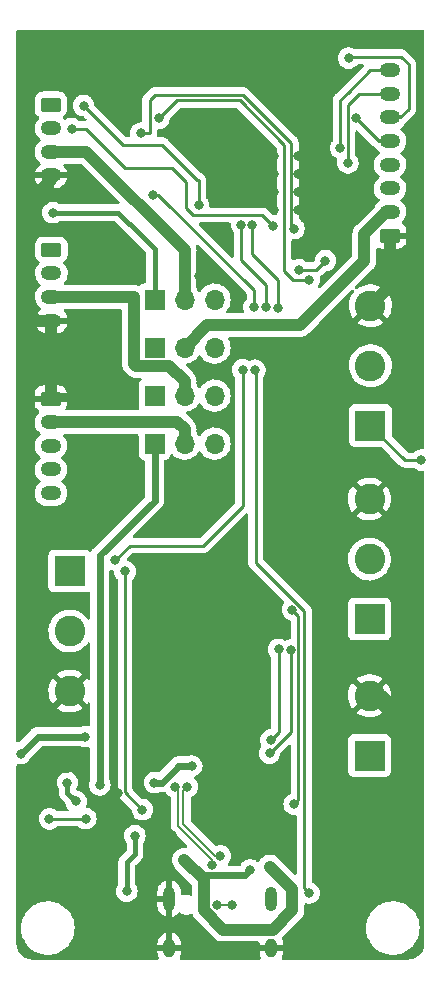
<source format=gbr>
%TF.GenerationSoftware,KiCad,Pcbnew,(6.0.1)*%
%TF.CreationDate,2022-10-31T16:46:04+01:00*%
%TF.ProjectId,ESPRocks,45535052-6f63-46b7-932e-6b696361645f,rev?*%
%TF.SameCoordinates,Original*%
%TF.FileFunction,Copper,L2,Bot*%
%TF.FilePolarity,Positive*%
%FSLAX46Y46*%
G04 Gerber Fmt 4.6, Leading zero omitted, Abs format (unit mm)*
G04 Created by KiCad (PCBNEW (6.0.1)) date 2022-10-31 16:46:04*
%MOMM*%
%LPD*%
G01*
G04 APERTURE LIST*
G04 Aperture macros list*
%AMRoundRect*
0 Rectangle with rounded corners*
0 $1 Rounding radius*
0 $2 $3 $4 $5 $6 $7 $8 $9 X,Y pos of 4 corners*
0 Add a 4 corners polygon primitive as box body*
4,1,4,$2,$3,$4,$5,$6,$7,$8,$9,$2,$3,0*
0 Add four circle primitives for the rounded corners*
1,1,$1+$1,$2,$3*
1,1,$1+$1,$4,$5*
1,1,$1+$1,$6,$7*
1,1,$1+$1,$8,$9*
0 Add four rect primitives between the rounded corners*
20,1,$1+$1,$2,$3,$4,$5,0*
20,1,$1+$1,$4,$5,$6,$7,0*
20,1,$1+$1,$6,$7,$8,$9,0*
20,1,$1+$1,$8,$9,$2,$3,0*%
G04 Aperture macros list end*
%TA.AperFunction,ComponentPad*%
%ADD10R,2.600000X2.600000*%
%TD*%
%TA.AperFunction,ComponentPad*%
%ADD11C,2.600000*%
%TD*%
%TA.AperFunction,ComponentPad*%
%ADD12R,1.700000X1.700000*%
%TD*%
%TA.AperFunction,ComponentPad*%
%ADD13O,1.700000X1.700000*%
%TD*%
%TA.AperFunction,ComponentPad*%
%ADD14RoundRect,0.250000X-0.625000X0.350000X-0.625000X-0.350000X0.625000X-0.350000X0.625000X0.350000X0*%
%TD*%
%TA.AperFunction,ComponentPad*%
%ADD15O,1.750000X1.200000*%
%TD*%
%TA.AperFunction,ComponentPad*%
%ADD16O,1.000000X2.100000*%
%TD*%
%TA.AperFunction,ComponentPad*%
%ADD17O,1.000000X1.600000*%
%TD*%
%TA.AperFunction,ComponentPad*%
%ADD18RoundRect,0.250000X0.625000X-0.350000X0.625000X0.350000X-0.625000X0.350000X-0.625000X-0.350000X0*%
%TD*%
%TA.AperFunction,ViaPad*%
%ADD19C,0.800000*%
%TD*%
%TA.AperFunction,Conductor*%
%ADD20C,0.400000*%
%TD*%
%TA.AperFunction,Conductor*%
%ADD21C,0.600000*%
%TD*%
%TA.AperFunction,Conductor*%
%ADD22C,0.250000*%
%TD*%
%TA.AperFunction,Conductor*%
%ADD23C,0.800000*%
%TD*%
%TA.AperFunction,Conductor*%
%ADD24C,1.000000*%
%TD*%
%TA.AperFunction,Conductor*%
%ADD25C,0.200000*%
%TD*%
G04 APERTURE END LIST*
D10*
%TO.P,CN5,1,Pin_1*%
%TO.N,Net-(CN5-Pad1)*%
X131868800Y-116768800D03*
D11*
%TO.P,CN5,2,Pin_2*%
%TO.N,GND*%
X131868800Y-111688800D03*
%TD*%
D12*
%TO.P,JP1,1,A*%
%TO.N,/3V3*%
X113671800Y-90347800D03*
D13*
%TO.P,JP1,2,C*%
%TO.N,/C_Vcc*%
X116211800Y-90347800D03*
%TO.P,JP1,3,B*%
%TO.N,/5V*%
X118751800Y-90347800D03*
%TD*%
D14*
%TO.P,CN7,1,Pin_1*%
%TO.N,/GPIO13*%
X104893800Y-61645800D03*
D15*
%TO.P,CN7,2,Pin_2*%
%TO.N,/GPIO15*%
X104893800Y-63645800D03*
%TO.P,CN7,3,Pin_3*%
%TO.N,/E_Vcc*%
X104893800Y-65645800D03*
%TO.P,CN7,4,Pin_4*%
%TO.N,GND*%
X104893800Y-67645800D03*
%TD*%
D12*
%TO.P,JP3,1,A*%
%TO.N,/3V3*%
X113671800Y-78155800D03*
D13*
%TO.P,JP3,2,C*%
%TO.N,/E_Vcc*%
X116211800Y-78155800D03*
%TO.P,JP3,3,B*%
%TO.N,/5V*%
X118751800Y-78155800D03*
%TD*%
D16*
%TO.P,CN1,S1,SHIELD*%
%TO.N,GND*%
X114924800Y-128873800D03*
X123564800Y-128873800D03*
D17*
X114924800Y-133053800D03*
X123564800Y-133053800D03*
%TD*%
D14*
%TO.P,CN4,1,Pin_1*%
%TO.N,GND*%
X104893800Y-86537800D03*
D15*
%TO.P,CN4,2,Pin_2*%
%TO.N,/C_Vcc*%
X104893800Y-88537800D03*
%TO.P,CN4,3,Pin_3*%
%TO.N,/GPIO27*%
X104893800Y-90537800D03*
%TO.P,CN4,4,Pin_4*%
%TO.N,/GPIO14*%
X104893800Y-92537800D03*
%TO.P,CN4,5,Pin_5*%
%TO.N,/GPIO12*%
X104893800Y-94537800D03*
%TD*%
D10*
%TO.P,CN8,1,Pin_1*%
%TO.N,/GPIO0{slash}FLASH*%
X131944800Y-88828800D03*
D11*
%TO.P,CN8,2,Pin_2*%
%TO.N,/GPIO4*%
X131944800Y-83748800D03*
%TO.P,CN8,3,Pin_3*%
%TO.N,GND*%
X131944800Y-78668800D03*
%TD*%
D10*
%TO.P,CN3,1,Pin_1*%
%TO.N,/GPIO2*%
X106493800Y-101137800D03*
D11*
%TO.P,CN3,2,Pin_2*%
%TO.N,/5V*%
X106493800Y-106217800D03*
%TO.P,CN3,3,Pin_3*%
%TO.N,GND*%
X106493800Y-111297800D03*
%TD*%
D14*
%TO.P,CN6,1,Pin_1*%
%TO.N,/GPIO32*%
X104935800Y-73933800D03*
D15*
%TO.P,CN6,2,Pin_2*%
%TO.N,/GPIO33*%
X104935800Y-75933800D03*
%TO.P,CN6,3,Pin_3*%
%TO.N,/D_Vcc*%
X104935800Y-77933800D03*
%TO.P,CN6,4,Pin_4*%
%TO.N,GND*%
X104935800Y-79933800D03*
%TD*%
D18*
%TO.P,CN2,1,Pin_1*%
%TO.N,GND*%
X133604600Y-72735200D03*
D15*
%TO.P,CN2,2,Pin_2*%
%TO.N,/A_Vcc*%
X133604600Y-70735200D03*
%TO.P,CN2,3,Pin_3*%
%TO.N,/GPIO5*%
X133604600Y-68735200D03*
%TO.P,CN2,4,Pin_4*%
%TO.N,/GPIO22*%
X133604600Y-66735200D03*
%TO.P,CN2,5,Pin_5*%
%TO.N,/GPIO21*%
X133604600Y-64735200D03*
%TO.P,CN2,6,Pin_6*%
%TO.N,/GPIO23{slash}SPI_MOSI*%
X133604600Y-62735200D03*
%TO.P,CN2,7,Pin_7*%
%TO.N,/GPIO18{slash}SPI_SCK*%
X133604600Y-60735200D03*
%TO.P,CN2,8,Pin_8*%
%TO.N,/GPIO19{slash}SPI_MISO*%
X133604600Y-58735200D03*
%TD*%
D10*
%TO.P,CN9,1,Pin_1*%
%TO.N,/GPIO34*%
X131868800Y-105211800D03*
D11*
%TO.P,CN9,2,Pin_2*%
%TO.N,/GPIO35*%
X131868800Y-100131800D03*
%TO.P,CN9,3,Pin_3*%
%TO.N,GND*%
X131868800Y-95051800D03*
%TD*%
D12*
%TO.P,JP2,1,A*%
%TO.N,/3V3*%
X113671800Y-86283800D03*
D13*
%TO.P,JP2,2,C*%
%TO.N,/D_Vcc*%
X116211800Y-86283800D03*
%TO.P,JP2,3,B*%
%TO.N,/5V*%
X118751800Y-86283800D03*
%TD*%
D12*
%TO.P,JP4,1,A*%
%TO.N,/3V3*%
X113671800Y-82219800D03*
D13*
%TO.P,JP4,2,C*%
%TO.N,/A_Vcc*%
X116211800Y-82219800D03*
%TO.P,JP4,3,B*%
%TO.N,/5V*%
X118751800Y-82219800D03*
%TD*%
D19*
%TO.N,/3V3*%
X105071600Y-70789800D03*
X106290800Y-119049800D03*
X107027400Y-120650000D03*
X111320000Y-128244600D03*
X109034000Y-119253000D03*
X112005800Y-123538300D03*
%TO.N,GND*%
X116374800Y-65079800D03*
X113580800Y-57713800D03*
X121835800Y-59618800D03*
X125848800Y-63931800D03*
X120565800Y-67873800D03*
X119930800Y-99623800D03*
X121835800Y-103433800D03*
X116755800Y-59618800D03*
X123816800Y-65963800D03*
X108576800Y-93903800D03*
X109465800Y-81330800D03*
X109491200Y-125755400D03*
X125848800Y-69011800D03*
X115688800Y-94919800D03*
X119295800Y-69143800D03*
X123740800Y-57713800D03*
X119930800Y-105338800D03*
X116374800Y-62539800D03*
X108576800Y-69011800D03*
X119930800Y-59618800D03*
X121835800Y-57713800D03*
X115155400Y-123494800D03*
X117466800Y-84124800D03*
X115688800Y-92887800D03*
X121835800Y-105338800D03*
X119930800Y-63809800D03*
X116755800Y-97718800D03*
X109465800Y-84759800D03*
X123816800Y-69011800D03*
X119930800Y-62539800D03*
X119930800Y-57713800D03*
X110543100Y-119950500D03*
X113580800Y-97718800D03*
X113580800Y-100893800D03*
X123740800Y-59618800D03*
X109465800Y-79933800D03*
X117212800Y-93903800D03*
X125848800Y-67487800D03*
X116120800Y-105338800D03*
X116374800Y-63809800D03*
X119295800Y-76128800D03*
X125848800Y-65963800D03*
X113910800Y-126669800D03*
X118025800Y-105338800D03*
X109465800Y-82981800D03*
X123816800Y-67487800D03*
X123816800Y-70535800D03*
X111624800Y-86385400D03*
X124832800Y-93395800D03*
X103141200Y-125095000D03*
X119930800Y-103433800D03*
X133722800Y-125552200D03*
X119295800Y-72318800D03*
X124832800Y-95427800D03*
X119930800Y-101528800D03*
X119930800Y-65079800D03*
X117390800Y-76128800D03*
X109592800Y-94919800D03*
X118025800Y-103433800D03*
X125848800Y-70535800D03*
X115485800Y-57713800D03*
X124832800Y-87807800D03*
X121835800Y-101528800D03*
X106290800Y-117830600D03*
%TO.N,/5V*%
X107814800Y-115163600D03*
X116171400Y-125577600D03*
X102328400Y-116611400D03*
X116816501Y-117652800D03*
X123435800Y-126161800D03*
X113656800Y-119049800D03*
X121759400Y-126441200D03*
%TO.N,/D_P*%
X118940000Y-129413000D03*
X116417000Y-119405400D03*
X120239011Y-129395440D03*
X119235032Y-125257168D03*
%TO.N,/D_N*%
X115367000Y-119405400D03*
X118492568Y-125999632D03*
%TO.N,/GPIO18{slash}SPI_SCK*%
X130039800Y-66598800D03*
%TO.N,/GPIO19{slash}SPI_MISO*%
X129404800Y-65328800D03*
%TO.N,/GPIO21*%
X130725800Y-62793800D03*
%TO.N,/GPIO1{slash}TX0*%
X123105600Y-78816200D03*
X124172400Y-107772200D03*
X123512000Y-115443000D03*
X121022800Y-71805800D03*
%TO.N,/GPIO3{slash}RX0*%
X125224300Y-107823000D03*
X123410400Y-116560600D03*
X121920017Y-71869887D03*
X124121600Y-78867000D03*
%TO.N,/EN*%
X112640800Y-121349500D03*
X111167600Y-101168200D03*
X107855664Y-122107736D03*
X104764036Y-122125964D03*
%TO.N,/GPIO23{slash}SPI_MOSI*%
X130090800Y-57713800D03*
%TO.N,/GPIO0{slash}FLASH*%
X128134800Y-74853800D03*
X125493200Y-120878600D03*
X125340800Y-104419400D03*
X136237400Y-91744800D03*
X125899600Y-75615800D03*
%TO.N,/GPIO2*%
X121124400Y-84099400D03*
X110354800Y-100203000D03*
%TO.N,/GPIO34*%
X126763200Y-76479400D03*
X114038000Y-62819200D03*
%TO.N,/GPIO35*%
X125468000Y-72141000D03*
X112514000Y-64063800D03*
%TO.N,/GPIO13*%
X117390800Y-70159800D03*
X107662600Y-61727000D03*
%TO.N,/GPIO26{slash}LED*%
X122165800Y-84124800D03*
X122089600Y-78816200D03*
X126763200Y-128397000D03*
X113504400Y-69265800D03*
%TO.N,/GPIO15*%
X123690000Y-71912400D03*
X106646600Y-63682800D03*
%TD*%
D20*
%TO.N,/3V3*%
X113671800Y-78155800D02*
X113671800Y-73852800D01*
D21*
X113671800Y-95184200D02*
X113671800Y-90347800D01*
D20*
X112005800Y-123538300D02*
X112005800Y-125083738D01*
X106290800Y-119049800D02*
X106290800Y-119913400D01*
X113671800Y-73852800D02*
X112437600Y-72618600D01*
X106290800Y-119913400D02*
X107027400Y-120650000D01*
X110608800Y-70789800D02*
X105071600Y-70789800D01*
X112437600Y-72618600D02*
X110608800Y-70789800D01*
D21*
X109034000Y-99822000D02*
X113671800Y-95184200D01*
X109034000Y-119253000D02*
X109034000Y-99822000D01*
D20*
X111320000Y-125769538D02*
X111320000Y-128244600D01*
X112005800Y-125083738D02*
X111320000Y-125769538D01*
D22*
%TO.N,GND*%
X110543100Y-119950500D02*
X109491200Y-121002400D01*
D23*
X105478000Y-117830600D02*
X103750800Y-119557800D01*
D24*
X104935800Y-86495800D02*
X104893800Y-86537800D01*
X103750800Y-79933800D02*
X104935800Y-79933800D01*
D22*
X113910800Y-124739400D02*
X115155400Y-123494800D01*
X109491200Y-121002400D02*
X109491200Y-125755400D01*
D23*
X111574000Y-86436200D02*
X104995400Y-86436200D01*
D24*
X104893800Y-67995800D02*
X102480800Y-70408800D01*
D22*
X113910800Y-126669800D02*
X113910800Y-124739400D01*
D24*
X132965800Y-111688800D02*
X131868800Y-111688800D01*
D23*
X103141200Y-120167400D02*
X103141200Y-125095000D01*
D24*
X104893800Y-67645800D02*
X104893800Y-67995800D01*
D23*
X103750800Y-119557800D02*
X103141200Y-120167400D01*
X104995400Y-86436200D02*
X104893800Y-86537800D01*
D24*
X133604600Y-72735200D02*
X133604600Y-77009000D01*
X134942000Y-122453400D02*
X134942000Y-113665000D01*
D23*
X111624800Y-86385400D02*
X111574000Y-86436200D01*
D24*
X102480800Y-70408800D02*
X102480800Y-78663800D01*
X104935800Y-79933800D02*
X104935800Y-86495800D01*
X133604600Y-77009000D02*
X131944800Y-78668800D01*
X133722800Y-125552200D02*
X133722800Y-123672600D01*
D23*
X106290800Y-117830600D02*
X105478000Y-117830600D01*
D24*
X102480800Y-78663800D02*
X103750800Y-79933800D01*
X133722800Y-123672600D02*
X134942000Y-122453400D01*
X134942000Y-113665000D02*
X132965800Y-111688800D01*
%TO.N,/5V*%
X117840489Y-127246689D02*
X116171400Y-125577600D01*
D21*
X103776200Y-115163600D02*
X102328400Y-116611400D01*
X115638000Y-117703600D02*
X115688800Y-117652800D01*
D24*
X117840489Y-129868433D02*
X117840489Y-127246689D01*
X125340800Y-129844800D02*
X123689800Y-131495800D01*
D21*
X121759400Y-126441200D02*
X121301457Y-126899143D01*
D24*
X123689800Y-131495800D02*
X119467856Y-131495800D01*
D21*
X107814800Y-115163600D02*
X103776200Y-115163600D01*
X121301457Y-126899143D02*
X117492943Y-126899143D01*
X117492943Y-126899143D02*
X116171400Y-125577600D01*
X113656800Y-119049800D02*
X114291800Y-119049800D01*
D24*
X119467856Y-131495800D02*
X117840489Y-129868433D01*
X123435800Y-126161800D02*
X125340800Y-128066800D01*
X125340800Y-128066800D02*
X125340800Y-129844800D01*
D21*
X114291800Y-119049800D02*
X115638000Y-117703600D01*
X115688800Y-117652800D02*
X116816501Y-117652800D01*
D25*
%TO.N,/D_P*%
X118957560Y-129395440D02*
X118940000Y-129413000D01*
X120239011Y-129395440D02*
X118957560Y-129395440D01*
X118810767Y-125257168D02*
X119235032Y-125257168D01*
X116417000Y-119405400D02*
X116117001Y-119705399D01*
X116117001Y-122563402D02*
X118810767Y-125257168D01*
X116117001Y-119705399D02*
X116117001Y-122563402D01*
%TO.N,/D_N*%
X115367000Y-119405400D02*
X115666999Y-119705399D01*
X115666999Y-119705399D02*
X115666999Y-122749798D01*
X118492568Y-125575367D02*
X118492568Y-125999632D01*
X115666999Y-122749798D02*
X118492568Y-125575367D01*
D22*
%TO.N,/GPIO18{slash}SPI_SCK*%
X130039800Y-61645800D02*
X130039800Y-66598800D01*
X133604600Y-60735200D02*
X130950400Y-60735200D01*
X130950400Y-60735200D02*
X130293800Y-61391800D01*
X130293800Y-61391800D02*
X130039800Y-61645800D01*
%TO.N,/GPIO19{slash}SPI_MISO*%
X129404800Y-61264800D02*
X129404800Y-65328800D01*
X133604600Y-58735200D02*
X131934400Y-58735200D01*
X130039800Y-60629800D02*
X129404800Y-61264800D01*
X131934400Y-58735200D02*
X130039800Y-60629800D01*
%TO.N,/GPIO21*%
X132667200Y-64735200D02*
X133604600Y-64735200D01*
X130725800Y-62793800D02*
X132667200Y-64735200D01*
%TO.N,/GPIO1{slash}TX0*%
X121022800Y-74807800D02*
X123105600Y-76890600D01*
X124172400Y-107772200D02*
X124172400Y-114782600D01*
X123105600Y-76890600D02*
X123105600Y-78816200D01*
X121022800Y-71805800D02*
X121022800Y-74807800D01*
X124172400Y-114782600D02*
X123512000Y-115443000D01*
%TO.N,/GPIO3{slash}RX0*%
X125224300Y-114746700D02*
X125224300Y-107823000D01*
X124121600Y-78867000D02*
X124121600Y-76509600D01*
X121920017Y-74308017D02*
X121920017Y-71869887D01*
X124121600Y-76509600D02*
X121920017Y-74308017D01*
X123410400Y-116560600D02*
X125224300Y-114746700D01*
%TO.N,/EN*%
X104764036Y-122125964D02*
X107837436Y-122125964D01*
X107837436Y-122125964D02*
X107855664Y-122107736D01*
X111167600Y-119876300D02*
X111167600Y-101168200D01*
X112640800Y-121349500D02*
X111167600Y-119876300D01*
%TO.N,/GPIO23{slash}SPI_MOSI*%
X134535800Y-57586800D02*
X130217800Y-57586800D01*
X133604600Y-62735200D02*
X134467400Y-62735200D01*
X130217800Y-57586800D02*
X130090800Y-57713800D01*
X135170800Y-62031800D02*
X135170800Y-58221800D01*
X135170800Y-58221800D02*
X134535800Y-57586800D01*
X134467400Y-62735200D02*
X135170800Y-62031800D01*
%TO.N,/GPIO0{slash}FLASH*%
X125848800Y-104927400D02*
X125848800Y-120523000D01*
X136237400Y-91744800D02*
X134860800Y-91744800D01*
X125340800Y-104419400D02*
X125848800Y-104927400D01*
X125848800Y-120523000D02*
X125493200Y-120878600D01*
X134860800Y-91744800D02*
X131944800Y-88828800D01*
X127372800Y-75615800D02*
X125899600Y-75615800D01*
X128134800Y-74853800D02*
X127372800Y-75615800D01*
%TO.N,/GPIO2*%
X121124400Y-84099400D02*
X121124400Y-95631000D01*
X121124400Y-95631000D02*
X117771600Y-98983800D01*
X111574000Y-98983800D02*
X110354800Y-100203000D01*
X117771600Y-98983800D02*
X111574000Y-98983800D01*
D24*
%TO.N,/C_Vcc*%
X116211800Y-89145719D02*
X115603881Y-88537800D01*
X116211800Y-90347800D02*
X116211800Y-89145719D01*
X115603881Y-88537800D02*
X104893800Y-88537800D01*
%TO.N,/D_Vcc*%
X111929600Y-77952600D02*
X104954600Y-77952600D01*
X116211800Y-86283800D02*
X116211800Y-85081719D01*
X116211800Y-85081719D02*
X114899392Y-83769311D01*
X104954600Y-77952600D02*
X104935800Y-77933800D01*
X111929600Y-83576622D02*
X111929600Y-77952600D01*
X114899392Y-83769311D02*
X112122289Y-83769311D01*
X112122289Y-83769311D02*
X111929600Y-83576622D01*
D22*
%TO.N,/GPIO34*%
X115562000Y-61295200D02*
X120896000Y-61295200D01*
X120896000Y-61295200D02*
X124629800Y-65029000D01*
X124629800Y-75722400D02*
X125386800Y-76479400D01*
X124629800Y-65029000D02*
X124629800Y-75722400D01*
X125386800Y-76479400D02*
X126763200Y-76479400D01*
X114038000Y-62819200D02*
X115562000Y-61295200D01*
%TO.N,/GPIO35*%
X113199800Y-64063800D02*
X113250600Y-64013000D01*
X121175400Y-60812600D02*
X125224289Y-64861489D01*
X113250600Y-64013000D02*
X113250600Y-61269800D01*
X113250600Y-61269800D02*
X113707800Y-60812600D01*
X112514000Y-64063800D02*
X113199800Y-64063800D01*
X113707800Y-60812600D02*
X121175400Y-60812600D01*
X125224289Y-64861489D02*
X125224289Y-71897289D01*
X125224289Y-71897289D02*
X125468000Y-72141000D01*
D24*
%TO.N,/E_Vcc*%
X116211800Y-78155800D02*
X116211800Y-73979800D01*
X116211800Y-73979800D02*
X107877800Y-65645800D01*
X107877800Y-65645800D02*
X104893800Y-65645800D01*
D22*
%TO.N,/GPIO13*%
X117269607Y-68000800D02*
X114323207Y-65054400D01*
X117390800Y-68051600D02*
X117340000Y-68000800D01*
X117340000Y-68000800D02*
X117269607Y-68000800D01*
X117390800Y-70159800D02*
X117390800Y-68051600D01*
X110990000Y-65054400D02*
X107662600Y-61727000D01*
X112793400Y-65054400D02*
X110990000Y-65054400D01*
X114323207Y-65054400D02*
X112793400Y-65054400D01*
%TO.N,/GPIO26{slash}LED*%
X122089600Y-78816200D02*
X122089600Y-77380096D01*
X126356800Y-104552207D02*
X126356800Y-127990600D01*
X126356800Y-127990600D02*
X126763200Y-128397000D01*
X122165800Y-84124800D02*
X122242000Y-84201000D01*
X122242000Y-100437407D02*
X126356800Y-104552207D01*
X122242000Y-84201000D02*
X122242000Y-100437407D01*
X122089600Y-77380096D02*
X113975304Y-69265800D01*
X113975304Y-69265800D02*
X113504400Y-69265800D01*
%TO.N,/GPIO15*%
X108653200Y-64495600D02*
X107840400Y-63682800D01*
X115155600Y-67035600D02*
X113682400Y-67035600D01*
X122775600Y-70998000D02*
X118813200Y-70998000D01*
X123690000Y-71912400D02*
X122775600Y-70998000D01*
X116933600Y-70998000D02*
X116324000Y-70388400D01*
X116298600Y-68178600D02*
X115155600Y-67035600D01*
X116324000Y-70388400D02*
X116298600Y-70363000D01*
X111193200Y-67035600D02*
X108653200Y-64495600D01*
X118813200Y-70998000D02*
X116933600Y-70998000D01*
X113682400Y-67035600D02*
X111193200Y-67035600D01*
X116298600Y-70363000D02*
X116298600Y-68178600D01*
X107840400Y-63682800D02*
X106646600Y-63682800D01*
D24*
%TO.N,/A_Vcc*%
X116211800Y-82219800D02*
X118116800Y-80314800D01*
X125975800Y-80314800D02*
X131436800Y-74853800D01*
X118116800Y-80314800D02*
X125975800Y-80314800D01*
X133286776Y-70735200D02*
X133604600Y-70735200D01*
X131436800Y-72585176D02*
X133286776Y-70735200D01*
X131436800Y-74853800D02*
X131436800Y-72585176D01*
%TD*%
%TA.AperFunction,Conductor*%
%TO.N,GND*%
G36*
X136458921Y-55315802D02*
G01*
X136505414Y-55369458D01*
X136516800Y-55421800D01*
X136516800Y-90719794D01*
X136496798Y-90787915D01*
X136443142Y-90834408D01*
X136372868Y-90844512D01*
X136364605Y-90843041D01*
X136339349Y-90837673D01*
X136339344Y-90837672D01*
X136332887Y-90836300D01*
X136141913Y-90836300D01*
X136135461Y-90837672D01*
X136135456Y-90837672D01*
X136057451Y-90854253D01*
X135955112Y-90876006D01*
X135949082Y-90878691D01*
X135949081Y-90878691D01*
X135786678Y-90950997D01*
X135786676Y-90950998D01*
X135780648Y-90953682D01*
X135775307Y-90957562D01*
X135775306Y-90957563D01*
X135723194Y-90995425D01*
X135626147Y-91065934D01*
X135621732Y-91070837D01*
X135616820Y-91075260D01*
X135615695Y-91074011D01*
X135562386Y-91106851D01*
X135529200Y-91111300D01*
X135175394Y-91111300D01*
X135107273Y-91091298D01*
X135086299Y-91074395D01*
X133790205Y-89778300D01*
X133756179Y-89715988D01*
X133753300Y-89689205D01*
X133753300Y-87480666D01*
X133746545Y-87418484D01*
X133695415Y-87282095D01*
X133608061Y-87165539D01*
X133491505Y-87078185D01*
X133355116Y-87027055D01*
X133292934Y-87020300D01*
X130596666Y-87020300D01*
X130534484Y-87027055D01*
X130398095Y-87078185D01*
X130281539Y-87165539D01*
X130194185Y-87282095D01*
X130143055Y-87418484D01*
X130136300Y-87480666D01*
X130136300Y-90176934D01*
X130143055Y-90239116D01*
X130194185Y-90375505D01*
X130281539Y-90492061D01*
X130398095Y-90579415D01*
X130534484Y-90630545D01*
X130596666Y-90637300D01*
X132805206Y-90637300D01*
X132873327Y-90657302D01*
X132894301Y-90674205D01*
X133627631Y-91407536D01*
X134357148Y-92137053D01*
X134364688Y-92145339D01*
X134368800Y-92151818D01*
X134374577Y-92157243D01*
X134418451Y-92198443D01*
X134421293Y-92201198D01*
X134441030Y-92220935D01*
X134444227Y-92223415D01*
X134453247Y-92231118D01*
X134485479Y-92261386D01*
X134492425Y-92265205D01*
X134492428Y-92265207D01*
X134503234Y-92271148D01*
X134519753Y-92281999D01*
X134535759Y-92294414D01*
X134543028Y-92297559D01*
X134543032Y-92297562D01*
X134576337Y-92311974D01*
X134586987Y-92317191D01*
X134625740Y-92338495D01*
X134633415Y-92340466D01*
X134633416Y-92340466D01*
X134645362Y-92343533D01*
X134664067Y-92349937D01*
X134682655Y-92357981D01*
X134690478Y-92359220D01*
X134690488Y-92359223D01*
X134726324Y-92364899D01*
X134737944Y-92367305D01*
X134768201Y-92375073D01*
X134780770Y-92378300D01*
X134801024Y-92378300D01*
X134820734Y-92379851D01*
X134840743Y-92383020D01*
X134848635Y-92382274D01*
X134860063Y-92381194D01*
X134884762Y-92378859D01*
X134896619Y-92378300D01*
X135529200Y-92378300D01*
X135597321Y-92398302D01*
X135616547Y-92414643D01*
X135616820Y-92414340D01*
X135621732Y-92418763D01*
X135626147Y-92423666D01*
X135780648Y-92535918D01*
X135786676Y-92538602D01*
X135786678Y-92538603D01*
X135949081Y-92610909D01*
X135955112Y-92613594D01*
X136048513Y-92633447D01*
X136135456Y-92651928D01*
X136135461Y-92651928D01*
X136141913Y-92653300D01*
X136332887Y-92653300D01*
X136339344Y-92651928D01*
X136339349Y-92651927D01*
X136364605Y-92646559D01*
X136435396Y-92651962D01*
X136492027Y-92694779D01*
X136516520Y-92761417D01*
X136516800Y-92769806D01*
X136516800Y-132589472D01*
X136515300Y-132608856D01*
X136511614Y-132632530D01*
X136513254Y-132645070D01*
X136513450Y-132646567D01*
X136514125Y-132672789D01*
X136500379Y-132847454D01*
X136497286Y-132866981D01*
X136461556Y-133015809D01*
X136450741Y-133060855D01*
X136444633Y-133079654D01*
X136368329Y-133263867D01*
X136359355Y-133281478D01*
X136255174Y-133451485D01*
X136243559Y-133467473D01*
X136150222Y-133576757D01*
X136114068Y-133619088D01*
X136100090Y-133633066D01*
X135948473Y-133762559D01*
X135932485Y-133774174D01*
X135762478Y-133878355D01*
X135744867Y-133887329D01*
X135560654Y-133963633D01*
X135541859Y-133969740D01*
X135347982Y-134016286D01*
X135328453Y-134019379D01*
X135160787Y-134032574D01*
X135143919Y-134031933D01*
X135143917Y-134032105D01*
X135134941Y-134031995D01*
X135126070Y-134030614D01*
X135117168Y-134031778D01*
X135117165Y-134031778D01*
X135094549Y-134034736D01*
X135078211Y-134035800D01*
X124553252Y-134035800D01*
X124485131Y-134015798D01*
X124438638Y-133962142D01*
X124428534Y-133891868D01*
X124442838Y-133849099D01*
X124492802Y-133758215D01*
X124497634Y-133746942D01*
X124553680Y-133570262D01*
X124556230Y-133558268D01*
X124572407Y-133414039D01*
X124572800Y-133407015D01*
X124572800Y-133325915D01*
X124568325Y-133310676D01*
X124566935Y-133309471D01*
X124559252Y-133307800D01*
X122574915Y-133307800D01*
X122559676Y-133312275D01*
X122558471Y-133313665D01*
X122556800Y-133321348D01*
X122556800Y-133400457D01*
X122557101Y-133406605D01*
X122570612Y-133544403D01*
X122572995Y-133556438D01*
X122626567Y-133733876D01*
X122631241Y-133745216D01*
X122687299Y-133850647D01*
X122701618Y-133920185D01*
X122676070Y-133986425D01*
X122618765Y-134028338D01*
X122576047Y-134035800D01*
X115913252Y-134035800D01*
X115845131Y-134015798D01*
X115798638Y-133962142D01*
X115788534Y-133891868D01*
X115802838Y-133849099D01*
X115852802Y-133758215D01*
X115857634Y-133746942D01*
X115913680Y-133570262D01*
X115916230Y-133558268D01*
X115932407Y-133414039D01*
X115932800Y-133407015D01*
X115932800Y-133325915D01*
X115928325Y-133310676D01*
X115926935Y-133309471D01*
X115919252Y-133307800D01*
X113934915Y-133307800D01*
X113919676Y-133312275D01*
X113918471Y-133313665D01*
X113916800Y-133321348D01*
X113916800Y-133400457D01*
X113917101Y-133406605D01*
X113930612Y-133544403D01*
X113932995Y-133556438D01*
X113986567Y-133733876D01*
X113991241Y-133745216D01*
X114047299Y-133850647D01*
X114061618Y-133920185D01*
X114036070Y-133986425D01*
X113978765Y-134028338D01*
X113936047Y-134035800D01*
X103419128Y-134035800D01*
X103399743Y-134034300D01*
X103384942Y-134031995D01*
X103384939Y-134031995D01*
X103376070Y-134030614D01*
X103362031Y-134032450D01*
X103335811Y-134033125D01*
X103161146Y-134019379D01*
X103141618Y-134016286D01*
X102947741Y-133969740D01*
X102928946Y-133963633D01*
X102744733Y-133887329D01*
X102727122Y-133878355D01*
X102557115Y-133774174D01*
X102541127Y-133762559D01*
X102389510Y-133633066D01*
X102375532Y-133619088D01*
X102339378Y-133576757D01*
X102246041Y-133467473D01*
X102234426Y-133451485D01*
X102130245Y-133281478D01*
X102121271Y-133263867D01*
X102044967Y-133079654D01*
X102038859Y-133060855D01*
X102028045Y-133015809D01*
X101992314Y-132866981D01*
X101989221Y-132847453D01*
X101976026Y-132679787D01*
X101976667Y-132662919D01*
X101976495Y-132662917D01*
X101976605Y-132653941D01*
X101977986Y-132645070D01*
X101976347Y-132632530D01*
X101973864Y-132613549D01*
X101972800Y-132597211D01*
X101972800Y-131416204D01*
X102376741Y-131416204D01*
X102402891Y-131715092D01*
X102403801Y-131719164D01*
X102403802Y-131719169D01*
X102467428Y-132003816D01*
X102468340Y-132007895D01*
X102571940Y-132289471D01*
X102573884Y-132293159D01*
X102573888Y-132293167D01*
X102685472Y-132504805D01*
X102711869Y-132554871D01*
X102885671Y-132799433D01*
X103090290Y-133018861D01*
X103322133Y-133209298D01*
X103577125Y-133367400D01*
X103850788Y-133490389D01*
X103869694Y-133496025D01*
X104134314Y-133574912D01*
X104134316Y-133574912D01*
X104138313Y-133576104D01*
X104142433Y-133576757D01*
X104142435Y-133576757D01*
X104261309Y-133595585D01*
X104434648Y-133623039D01*
X104477377Y-133624979D01*
X104527062Y-133627236D01*
X104527081Y-133627236D01*
X104528481Y-133627300D01*
X104715907Y-133627300D01*
X104939170Y-133612471D01*
X104943264Y-133611646D01*
X104943268Y-133611645D01*
X105084313Y-133583205D01*
X105233280Y-133553168D01*
X105516963Y-133455488D01*
X105520696Y-133453619D01*
X105520700Y-133453617D01*
X105781491Y-133323022D01*
X105781493Y-133323021D01*
X105785235Y-133321147D01*
X106033384Y-133152506D01*
X106257048Y-132952526D01*
X106347107Y-132847453D01*
X106403477Y-132781685D01*
X113916800Y-132781685D01*
X113921275Y-132796924D01*
X113922665Y-132798129D01*
X113930348Y-132799800D01*
X114652685Y-132799800D01*
X114667924Y-132795325D01*
X114669129Y-132793935D01*
X114670800Y-132786252D01*
X114670800Y-132781685D01*
X115178800Y-132781685D01*
X115183275Y-132796924D01*
X115184665Y-132798129D01*
X115192348Y-132799800D01*
X115914685Y-132799800D01*
X115929924Y-132795325D01*
X115931129Y-132793935D01*
X115932800Y-132786252D01*
X115932800Y-132707143D01*
X115932499Y-132700995D01*
X115918988Y-132563197D01*
X115916605Y-132551162D01*
X115863033Y-132373724D01*
X115858359Y-132362384D01*
X115771340Y-132198723D01*
X115764551Y-132188506D01*
X115647403Y-132044867D01*
X115638759Y-132036163D01*
X115495944Y-131918016D01*
X115485773Y-131911156D01*
X115322724Y-131822996D01*
X115311419Y-131818244D01*
X115196108Y-131782550D01*
X115182005Y-131782344D01*
X115178800Y-131789099D01*
X115178800Y-132781685D01*
X114670800Y-132781685D01*
X114670800Y-131795876D01*
X114666827Y-131782345D01*
X114659032Y-131781225D01*
X114551279Y-131812938D01*
X114539911Y-131817531D01*
X114375646Y-131903407D01*
X114365385Y-131910121D01*
X114220927Y-132026268D01*
X114212168Y-132034846D01*
X114093022Y-132176839D01*
X114086092Y-132186959D01*
X113996798Y-132349385D01*
X113991966Y-132360658D01*
X113935920Y-132537338D01*
X113933370Y-132549332D01*
X113917193Y-132693561D01*
X113916800Y-132700585D01*
X113916800Y-132781685D01*
X106403477Y-132781685D01*
X106449579Y-132727897D01*
X106449582Y-132727893D01*
X106452299Y-132724723D01*
X106454573Y-132721221D01*
X106454577Y-132721216D01*
X106613428Y-132476607D01*
X106613431Y-132476602D01*
X106615707Y-132473097D01*
X106622445Y-132458908D01*
X106711491Y-132271376D01*
X106744400Y-132202070D01*
X106752987Y-132175327D01*
X106834838Y-131920391D01*
X106834838Y-131920390D01*
X106836118Y-131916404D01*
X106857804Y-131795876D01*
X106888509Y-131625225D01*
X106888510Y-131625220D01*
X106889248Y-131621116D01*
X106902859Y-131321396D01*
X106876709Y-131022508D01*
X106832632Y-130825315D01*
X106812172Y-130733784D01*
X106812171Y-130733781D01*
X106811260Y-130729705D01*
X106707660Y-130448129D01*
X106705716Y-130444441D01*
X106705712Y-130444433D01*
X106569684Y-130186433D01*
X106569683Y-130186432D01*
X106567731Y-130182729D01*
X106393929Y-129938167D01*
X106189310Y-129718739D01*
X105957467Y-129528302D01*
X105864173Y-129470457D01*
X113916800Y-129470457D01*
X113917101Y-129476605D01*
X113930612Y-129614403D01*
X113932995Y-129626438D01*
X113986567Y-129803876D01*
X113991241Y-129815216D01*
X114078260Y-129978877D01*
X114085049Y-129989094D01*
X114202197Y-130132733D01*
X114210841Y-130141437D01*
X114353656Y-130259584D01*
X114363827Y-130266444D01*
X114526876Y-130354604D01*
X114538181Y-130359356D01*
X114653492Y-130395050D01*
X114667595Y-130395256D01*
X114670800Y-130388501D01*
X114670800Y-129145915D01*
X114666325Y-129130676D01*
X114664935Y-129129471D01*
X114657252Y-129127800D01*
X113934915Y-129127800D01*
X113919676Y-129132275D01*
X113918471Y-129133665D01*
X113916800Y-129141348D01*
X113916800Y-129470457D01*
X105864173Y-129470457D01*
X105702475Y-129370200D01*
X105673100Y-129356998D01*
X105510633Y-129283983D01*
X105428812Y-129247211D01*
X105197769Y-129178334D01*
X105145286Y-129162688D01*
X105145284Y-129162688D01*
X105141287Y-129161496D01*
X105137167Y-129160843D01*
X105137165Y-129160843D01*
X104980015Y-129135953D01*
X104844952Y-129114561D01*
X104802223Y-129112621D01*
X104752538Y-129110364D01*
X104752519Y-129110364D01*
X104751119Y-129110300D01*
X104563693Y-129110300D01*
X104340430Y-129125129D01*
X104336336Y-129125954D01*
X104336332Y-129125955D01*
X104237343Y-129145915D01*
X104046320Y-129184432D01*
X103762637Y-129282112D01*
X103758904Y-129283981D01*
X103758900Y-129283983D01*
X103536327Y-129395440D01*
X103494365Y-129416453D01*
X103246216Y-129585094D01*
X103022552Y-129785074D01*
X103019835Y-129788244D01*
X103019834Y-129788245D01*
X102833416Y-130005743D01*
X102827301Y-130012877D01*
X102825027Y-130016379D01*
X102825023Y-130016384D01*
X102667087Y-130259584D01*
X102663893Y-130264503D01*
X102662099Y-130268282D01*
X102662098Y-130268283D01*
X102618515Y-130360069D01*
X102535200Y-130535530D01*
X102533921Y-130539513D01*
X102533920Y-130539516D01*
X102474117Y-130725780D01*
X102443482Y-130821196D01*
X102390352Y-131116484D01*
X102376741Y-131416204D01*
X101972800Y-131416204D01*
X101972800Y-128244600D01*
X110406496Y-128244600D01*
X110426458Y-128434528D01*
X110485473Y-128616156D01*
X110488776Y-128621878D01*
X110488777Y-128621879D01*
X110495531Y-128633577D01*
X110580960Y-128781544D01*
X110585378Y-128786451D01*
X110585379Y-128786452D01*
X110704325Y-128918555D01*
X110708747Y-128923466D01*
X110863248Y-129035718D01*
X110869276Y-129038402D01*
X110869278Y-129038403D01*
X111030906Y-129110364D01*
X111037712Y-129113394D01*
X111096807Y-129125955D01*
X111218056Y-129151728D01*
X111218061Y-129151728D01*
X111224513Y-129153100D01*
X111415487Y-129153100D01*
X111421939Y-129151728D01*
X111421944Y-129151728D01*
X111543193Y-129125955D01*
X111602288Y-129113394D01*
X111609094Y-129110364D01*
X111770722Y-129038403D01*
X111770724Y-129038402D01*
X111776752Y-129035718D01*
X111931253Y-128923466D01*
X111935675Y-128918555D01*
X112054621Y-128786452D01*
X112054622Y-128786451D01*
X112059040Y-128781544D01*
X112144469Y-128633577D01*
X112151223Y-128621879D01*
X112151224Y-128621878D01*
X112154527Y-128616156D01*
X112159229Y-128601685D01*
X113916800Y-128601685D01*
X113921275Y-128616924D01*
X113922665Y-128618129D01*
X113930348Y-128619800D01*
X114652685Y-128619800D01*
X114667924Y-128615325D01*
X114669129Y-128613935D01*
X114670800Y-128606252D01*
X114670800Y-127365876D01*
X114666827Y-127352345D01*
X114659032Y-127351225D01*
X114551279Y-127382938D01*
X114539911Y-127387531D01*
X114375646Y-127473407D01*
X114365385Y-127480121D01*
X114220927Y-127596268D01*
X114212168Y-127604846D01*
X114093022Y-127746839D01*
X114086092Y-127756959D01*
X113996798Y-127919385D01*
X113991966Y-127930658D01*
X113935920Y-128107338D01*
X113933370Y-128119332D01*
X113917193Y-128263561D01*
X113916800Y-128270585D01*
X113916800Y-128601685D01*
X112159229Y-128601685D01*
X112213542Y-128434528D01*
X112233504Y-128244600D01*
X112232814Y-128238035D01*
X112214232Y-128061235D01*
X112214232Y-128061233D01*
X112213542Y-128054672D01*
X112154527Y-127873044D01*
X112147029Y-127860056D01*
X112062342Y-127713375D01*
X112062341Y-127713374D01*
X112059040Y-127707656D01*
X112054621Y-127702748D01*
X112052564Y-127699917D01*
X112028705Y-127633049D01*
X112028500Y-127625856D01*
X112028500Y-126115198D01*
X112048502Y-126047077D01*
X112065405Y-126026103D01*
X112486320Y-125605188D01*
X112492585Y-125599334D01*
X112520375Y-125575091D01*
X112536185Y-125561299D01*
X112572914Y-125509038D01*
X112576846Y-125503743D01*
X112611591Y-125459432D01*
X112616277Y-125453456D01*
X112619402Y-125446534D01*
X112620764Y-125444286D01*
X112629168Y-125429553D01*
X112630422Y-125427214D01*
X112634790Y-125420999D01*
X112637549Y-125413923D01*
X112637551Y-125413919D01*
X112658000Y-125361469D01*
X112660549Y-125355404D01*
X112686845Y-125297165D01*
X112688229Y-125289700D01*
X112689026Y-125287156D01*
X112693659Y-125270890D01*
X112694321Y-125268310D01*
X112697082Y-125261229D01*
X112701689Y-125226238D01*
X112705421Y-125197885D01*
X112706453Y-125191367D01*
X112707166Y-125187523D01*
X112718096Y-125128551D01*
X112714509Y-125066340D01*
X112714300Y-125059087D01*
X112714300Y-124157044D01*
X112734302Y-124088923D01*
X112738364Y-124082983D01*
X112740421Y-124080152D01*
X112744840Y-124075244D01*
X112840327Y-123909856D01*
X112899342Y-123728228D01*
X112919304Y-123538300D01*
X112899342Y-123348372D01*
X112840327Y-123166744D01*
X112831740Y-123151870D01*
X112748141Y-123007074D01*
X112744840Y-123001356D01*
X112740135Y-122996130D01*
X112621475Y-122864345D01*
X112621474Y-122864344D01*
X112617053Y-122859434D01*
X112462552Y-122747182D01*
X112456524Y-122744498D01*
X112456522Y-122744497D01*
X112294119Y-122672191D01*
X112294118Y-122672191D01*
X112288088Y-122669506D01*
X112171292Y-122644680D01*
X112107744Y-122631172D01*
X112107739Y-122631172D01*
X112101287Y-122629800D01*
X111910313Y-122629800D01*
X111903861Y-122631172D01*
X111903856Y-122631172D01*
X111840308Y-122644680D01*
X111723512Y-122669506D01*
X111717482Y-122672191D01*
X111717481Y-122672191D01*
X111555078Y-122744497D01*
X111555076Y-122744498D01*
X111549048Y-122747182D01*
X111394547Y-122859434D01*
X111390126Y-122864344D01*
X111390125Y-122864345D01*
X111271466Y-122996130D01*
X111266760Y-123001356D01*
X111263459Y-123007074D01*
X111179861Y-123151870D01*
X111171273Y-123166744D01*
X111112258Y-123348372D01*
X111092296Y-123538300D01*
X111112258Y-123728228D01*
X111171273Y-123909856D01*
X111266760Y-124075244D01*
X111271179Y-124080152D01*
X111273236Y-124082983D01*
X111297095Y-124149851D01*
X111297300Y-124157044D01*
X111297300Y-124738076D01*
X111277298Y-124806197D01*
X111260396Y-124827171D01*
X110839465Y-125248103D01*
X110833198Y-125253957D01*
X110795340Y-125286982D01*
X110795337Y-125286985D01*
X110789615Y-125291977D01*
X110770160Y-125319659D01*
X110752872Y-125344257D01*
X110748939Y-125349552D01*
X110709524Y-125399820D01*
X110706401Y-125406736D01*
X110705017Y-125409022D01*
X110696643Y-125423703D01*
X110695378Y-125426063D01*
X110691010Y-125432277D01*
X110688250Y-125439356D01*
X110688249Y-125439358D01*
X110667798Y-125491813D01*
X110665247Y-125497882D01*
X110638955Y-125556111D01*
X110637571Y-125563578D01*
X110636770Y-125566133D01*
X110632141Y-125582386D01*
X110631478Y-125584966D01*
X110628718Y-125592047D01*
X110627727Y-125599578D01*
X110627726Y-125599580D01*
X110620379Y-125655390D01*
X110619348Y-125661897D01*
X110607704Y-125724724D01*
X110608141Y-125732304D01*
X110608141Y-125732305D01*
X110611291Y-125786930D01*
X110611500Y-125794184D01*
X110611500Y-127625856D01*
X110591498Y-127693977D01*
X110587436Y-127699917D01*
X110585379Y-127702748D01*
X110580960Y-127707656D01*
X110577659Y-127713374D01*
X110577658Y-127713375D01*
X110492972Y-127860056D01*
X110485473Y-127873044D01*
X110426458Y-128054672D01*
X110425768Y-128061233D01*
X110425768Y-128061235D01*
X110407186Y-128238035D01*
X110406496Y-128244600D01*
X101972800Y-128244600D01*
X101972800Y-122125964D01*
X103850532Y-122125964D01*
X103851222Y-122132529D01*
X103867347Y-122285946D01*
X103870494Y-122315892D01*
X103929509Y-122497520D01*
X104024996Y-122662908D01*
X104029414Y-122667815D01*
X104029415Y-122667816D01*
X104139867Y-122790485D01*
X104152783Y-122804830D01*
X104222594Y-122855551D01*
X104284409Y-122900462D01*
X104307284Y-122917082D01*
X104313312Y-122919766D01*
X104313314Y-122919767D01*
X104475717Y-122992073D01*
X104481748Y-122994758D01*
X104575149Y-123014611D01*
X104662092Y-123033092D01*
X104662097Y-123033092D01*
X104668549Y-123034464D01*
X104859523Y-123034464D01*
X104865975Y-123033092D01*
X104865980Y-123033092D01*
X104952923Y-123014611D01*
X105046324Y-122994758D01*
X105052355Y-122992073D01*
X105214758Y-122919767D01*
X105214760Y-122919766D01*
X105220788Y-122917082D01*
X105243664Y-122900462D01*
X105353707Y-122820510D01*
X105375289Y-122804830D01*
X105379704Y-122799927D01*
X105384616Y-122795504D01*
X105385741Y-122796753D01*
X105439050Y-122763913D01*
X105472236Y-122759464D01*
X107166936Y-122759464D01*
X107235057Y-122779466D01*
X107244408Y-122786606D01*
X107244411Y-122786602D01*
X107351415Y-122864345D01*
X107398912Y-122898854D01*
X107404940Y-122901538D01*
X107404942Y-122901539D01*
X107567345Y-122973845D01*
X107573376Y-122976530D01*
X107646500Y-122992073D01*
X107753720Y-123014864D01*
X107753725Y-123014864D01*
X107760177Y-123016236D01*
X107951151Y-123016236D01*
X107957603Y-123014864D01*
X107957608Y-123014864D01*
X108064828Y-122992073D01*
X108137952Y-122976530D01*
X108143983Y-122973845D01*
X108306386Y-122901539D01*
X108306388Y-122901538D01*
X108312416Y-122898854D01*
X108466917Y-122786602D01*
X108492682Y-122757987D01*
X108590285Y-122649588D01*
X108590286Y-122649587D01*
X108594704Y-122644680D01*
X108690191Y-122479292D01*
X108749206Y-122297664D01*
X108769168Y-122107736D01*
X108749206Y-121917808D01*
X108690191Y-121736180D01*
X108677831Y-121714771D01*
X108598005Y-121576510D01*
X108594704Y-121570792D01*
X108586202Y-121561349D01*
X108471339Y-121433781D01*
X108471338Y-121433780D01*
X108466917Y-121428870D01*
X108312416Y-121316618D01*
X108306388Y-121313934D01*
X108306386Y-121313933D01*
X108143983Y-121241627D01*
X108143982Y-121241627D01*
X108137952Y-121238942D01*
X107951151Y-121199236D01*
X107951653Y-121196876D01*
X107896137Y-121174030D01*
X107855511Y-121115806D01*
X107852813Y-121044861D01*
X107859313Y-121026084D01*
X107861927Y-121021556D01*
X107920942Y-120839928D01*
X107940904Y-120650000D01*
X107931275Y-120558382D01*
X107921632Y-120466635D01*
X107921632Y-120466633D01*
X107920942Y-120460072D01*
X107861927Y-120278444D01*
X107851761Y-120260835D01*
X107816484Y-120199734D01*
X107766440Y-120113056D01*
X107748699Y-120093352D01*
X107643075Y-119976045D01*
X107643074Y-119976044D01*
X107638653Y-119971134D01*
X107521832Y-119886258D01*
X107489494Y-119862763D01*
X107489493Y-119862762D01*
X107484152Y-119858882D01*
X107478124Y-119856198D01*
X107478122Y-119856197D01*
X107315719Y-119783891D01*
X107315718Y-119783891D01*
X107309688Y-119781206D01*
X107156831Y-119748715D01*
X107093933Y-119714563D01*
X107074880Y-119695510D01*
X107040854Y-119633198D01*
X107045919Y-119562383D01*
X107054856Y-119543415D01*
X107122023Y-119427079D01*
X107122024Y-119427078D01*
X107125327Y-119421356D01*
X107184342Y-119239728D01*
X107186892Y-119215472D01*
X107203614Y-119056365D01*
X107204304Y-119049800D01*
X107186609Y-118881444D01*
X107185032Y-118866435D01*
X107185032Y-118866433D01*
X107184342Y-118859872D01*
X107125327Y-118678244D01*
X107117027Y-118663867D01*
X107057809Y-118561300D01*
X107029840Y-118512856D01*
X106902053Y-118370934D01*
X106747552Y-118258682D01*
X106741524Y-118255998D01*
X106741522Y-118255997D01*
X106579119Y-118183691D01*
X106579118Y-118183691D01*
X106573088Y-118181006D01*
X106479688Y-118161153D01*
X106392744Y-118142672D01*
X106392739Y-118142672D01*
X106386287Y-118141300D01*
X106195313Y-118141300D01*
X106188861Y-118142672D01*
X106188856Y-118142672D01*
X106101912Y-118161153D01*
X106008512Y-118181006D01*
X106002482Y-118183691D01*
X106002481Y-118183691D01*
X105840078Y-118255997D01*
X105840076Y-118255998D01*
X105834048Y-118258682D01*
X105679547Y-118370934D01*
X105551760Y-118512856D01*
X105523791Y-118561300D01*
X105464574Y-118663867D01*
X105456273Y-118678244D01*
X105397258Y-118859872D01*
X105396568Y-118866433D01*
X105396568Y-118866435D01*
X105394991Y-118881444D01*
X105377296Y-119049800D01*
X105377986Y-119056365D01*
X105394709Y-119215472D01*
X105397258Y-119239728D01*
X105456273Y-119421356D01*
X105459576Y-119427078D01*
X105459577Y-119427079D01*
X105472352Y-119449206D01*
X105551760Y-119586744D01*
X105556179Y-119591652D01*
X105558236Y-119594483D01*
X105582095Y-119661351D01*
X105582300Y-119668544D01*
X105582300Y-119884488D01*
X105582008Y-119893058D01*
X105579038Y-119936629D01*
X105578075Y-119950752D01*
X105579380Y-119958229D01*
X105579380Y-119958230D01*
X105581132Y-119968270D01*
X105588382Y-120009806D01*
X105589061Y-120013699D01*
X105590023Y-120020221D01*
X105597698Y-120083642D01*
X105600381Y-120090743D01*
X105601022Y-120093352D01*
X105605485Y-120109662D01*
X105606250Y-120112198D01*
X105607557Y-120119684D01*
X105612039Y-120129893D01*
X105633242Y-120178195D01*
X105635733Y-120184299D01*
X105658313Y-120244056D01*
X105662617Y-120250319D01*
X105663854Y-120252685D01*
X105672099Y-120267497D01*
X105673432Y-120269751D01*
X105676485Y-120276705D01*
X105692072Y-120297017D01*
X105715379Y-120327391D01*
X105719259Y-120332732D01*
X105751139Y-120379120D01*
X105751144Y-120379125D01*
X105755443Y-120385381D01*
X105761113Y-120390432D01*
X105761114Y-120390434D01*
X105801970Y-120426835D01*
X105807246Y-120431816D01*
X106092735Y-120717305D01*
X106126761Y-120779617D01*
X106128950Y-120793228D01*
X106133858Y-120839928D01*
X106135898Y-120846205D01*
X106135898Y-120846207D01*
X106167634Y-120943880D01*
X106192873Y-121021556D01*
X106288360Y-121186944D01*
X106292778Y-121191851D01*
X106292779Y-121191852D01*
X106374087Y-121282154D01*
X106404805Y-121346161D01*
X106396040Y-121416615D01*
X106350577Y-121471146D01*
X106280451Y-121492464D01*
X105472236Y-121492464D01*
X105404115Y-121472462D01*
X105384889Y-121456121D01*
X105384616Y-121456424D01*
X105379704Y-121452001D01*
X105375289Y-121447098D01*
X105256227Y-121360594D01*
X105226130Y-121338727D01*
X105226129Y-121338726D01*
X105220788Y-121334846D01*
X105214760Y-121332162D01*
X105214758Y-121332161D01*
X105052355Y-121259855D01*
X105052354Y-121259855D01*
X105046324Y-121257170D01*
X104952924Y-121237317D01*
X104865980Y-121218836D01*
X104865975Y-121218836D01*
X104859523Y-121217464D01*
X104668549Y-121217464D01*
X104662097Y-121218836D01*
X104662092Y-121218836D01*
X104575148Y-121237317D01*
X104481748Y-121257170D01*
X104475718Y-121259855D01*
X104475717Y-121259855D01*
X104313314Y-121332161D01*
X104313312Y-121332162D01*
X104307284Y-121334846D01*
X104301943Y-121338726D01*
X104301942Y-121338727D01*
X104278079Y-121356065D01*
X104152783Y-121447098D01*
X104148362Y-121452008D01*
X104148361Y-121452009D01*
X104041409Y-121570792D01*
X104024996Y-121589020D01*
X104021695Y-121594738D01*
X103933559Y-121747394D01*
X103929509Y-121754408D01*
X103870494Y-121936036D01*
X103850532Y-122125964D01*
X101972800Y-122125964D01*
X101972800Y-117620209D01*
X101992802Y-117552088D01*
X102046458Y-117505595D01*
X102116732Y-117495491D01*
X102124997Y-117496962D01*
X102226456Y-117518528D01*
X102226461Y-117518528D01*
X102232913Y-117519900D01*
X102423887Y-117519900D01*
X102430339Y-117518528D01*
X102430344Y-117518528D01*
X102531801Y-117496962D01*
X102610688Y-117480194D01*
X102616719Y-117477509D01*
X102779122Y-117405203D01*
X102779124Y-117405202D01*
X102785152Y-117402518D01*
X102939653Y-117290266D01*
X102944075Y-117285355D01*
X103063021Y-117153252D01*
X103063022Y-117153251D01*
X103067440Y-117148344D01*
X103162927Y-116982956D01*
X103165859Y-116973934D01*
X103183754Y-116918858D01*
X103214492Y-116868700D01*
X104074187Y-116009005D01*
X104136499Y-115974979D01*
X104163282Y-115972100D01*
X107370306Y-115972100D01*
X107421555Y-115982993D01*
X107525736Y-116029377D01*
X107532512Y-116032394D01*
X107625913Y-116052247D01*
X107712856Y-116070728D01*
X107712861Y-116070728D01*
X107719313Y-116072100D01*
X107910287Y-116072100D01*
X107916739Y-116070728D01*
X107916744Y-116070728D01*
X108073303Y-116037450D01*
X108144094Y-116042852D01*
X108200727Y-116085669D01*
X108225220Y-116152307D01*
X108225500Y-116160697D01*
X108225500Y-118802603D01*
X108208620Y-118865602D01*
X108199473Y-118881444D01*
X108140458Y-119063072D01*
X108139768Y-119069633D01*
X108139768Y-119069635D01*
X108122581Y-119233165D01*
X108120496Y-119253000D01*
X108140458Y-119442928D01*
X108199473Y-119624556D01*
X108202776Y-119630278D01*
X108202777Y-119630279D01*
X108236686Y-119689010D01*
X108294960Y-119789944D01*
X108299378Y-119794851D01*
X108299379Y-119794852D01*
X108383948Y-119888775D01*
X108422747Y-119931866D01*
X108457242Y-119956928D01*
X108564832Y-120035097D01*
X108577248Y-120044118D01*
X108583276Y-120046802D01*
X108583278Y-120046803D01*
X108705441Y-120101193D01*
X108751712Y-120121794D01*
X108821919Y-120136717D01*
X108932056Y-120160128D01*
X108932061Y-120160128D01*
X108938513Y-120161500D01*
X109129487Y-120161500D01*
X109135939Y-120160128D01*
X109135944Y-120160128D01*
X109246081Y-120136717D01*
X109316288Y-120121794D01*
X109362559Y-120101193D01*
X109484722Y-120046803D01*
X109484724Y-120046802D01*
X109490752Y-120044118D01*
X109503169Y-120035097D01*
X109610758Y-119956928D01*
X109645253Y-119931866D01*
X109684052Y-119888775D01*
X109768621Y-119794852D01*
X109768622Y-119794851D01*
X109773040Y-119789944D01*
X109831314Y-119689010D01*
X109865223Y-119630279D01*
X109865224Y-119630278D01*
X109868527Y-119624556D01*
X109927542Y-119442928D01*
X109947504Y-119253000D01*
X109945419Y-119233165D01*
X109928232Y-119069635D01*
X109928232Y-119069633D01*
X109927542Y-119063072D01*
X109868527Y-118881444D01*
X109859380Y-118865602D01*
X109842500Y-118802603D01*
X109842500Y-101163410D01*
X109862502Y-101095289D01*
X109916158Y-101048796D01*
X109986432Y-101038692D01*
X110019748Y-101048303D01*
X110066477Y-101069108D01*
X110066485Y-101069111D01*
X110072512Y-101071794D01*
X110078964Y-101073166D01*
X110078969Y-101073167D01*
X110158337Y-101090037D01*
X110220811Y-101123766D01*
X110255132Y-101185915D01*
X110257450Y-101200113D01*
X110274058Y-101358128D01*
X110333073Y-101539756D01*
X110428560Y-101705144D01*
X110501737Y-101786415D01*
X110532453Y-101850421D01*
X110534100Y-101870724D01*
X110534100Y-119797533D01*
X110533573Y-119808716D01*
X110531898Y-119816209D01*
X110532147Y-119824135D01*
X110532147Y-119824136D01*
X110534038Y-119884286D01*
X110534100Y-119888245D01*
X110534100Y-119916156D01*
X110534597Y-119920090D01*
X110534597Y-119920091D01*
X110534605Y-119920156D01*
X110535538Y-119931993D01*
X110536927Y-119976189D01*
X110542578Y-119995639D01*
X110546587Y-120015000D01*
X110549126Y-120035097D01*
X110552045Y-120042468D01*
X110552045Y-120042470D01*
X110565404Y-120076212D01*
X110569249Y-120087442D01*
X110578352Y-120118774D01*
X110581582Y-120129893D01*
X110585615Y-120136712D01*
X110585617Y-120136717D01*
X110591893Y-120147328D01*
X110600588Y-120165076D01*
X110608048Y-120183917D01*
X110612710Y-120190333D01*
X110612710Y-120190334D01*
X110634036Y-120219687D01*
X110640552Y-120229607D01*
X110654201Y-120252685D01*
X110663058Y-120267662D01*
X110677379Y-120281983D01*
X110690219Y-120297016D01*
X110702128Y-120313407D01*
X110708234Y-120318458D01*
X110736205Y-120341598D01*
X110744984Y-120349588D01*
X111693678Y-121298282D01*
X111727704Y-121360594D01*
X111729892Y-121374203D01*
X111747258Y-121539428D01*
X111806273Y-121721056D01*
X111809576Y-121726778D01*
X111809577Y-121726779D01*
X111819929Y-121744709D01*
X111901760Y-121886444D01*
X111906178Y-121891351D01*
X111906179Y-121891352D01*
X111940760Y-121929758D01*
X112029547Y-122028366D01*
X112128643Y-122100364D01*
X112163879Y-122125964D01*
X112184048Y-122140618D01*
X112190076Y-122143302D01*
X112190078Y-122143303D01*
X112352481Y-122215609D01*
X112358512Y-122218294D01*
X112451912Y-122238147D01*
X112538856Y-122256628D01*
X112538861Y-122256628D01*
X112545313Y-122258000D01*
X112736287Y-122258000D01*
X112742739Y-122256628D01*
X112742744Y-122256628D01*
X112829688Y-122238147D01*
X112923088Y-122218294D01*
X112929119Y-122215609D01*
X113091522Y-122143303D01*
X113091524Y-122143302D01*
X113097552Y-122140618D01*
X113117722Y-122125964D01*
X113152957Y-122100364D01*
X113252053Y-122028366D01*
X113340840Y-121929758D01*
X113375421Y-121891352D01*
X113375422Y-121891351D01*
X113379840Y-121886444D01*
X113461671Y-121744709D01*
X113472023Y-121726779D01*
X113472024Y-121726778D01*
X113475327Y-121721056D01*
X113534342Y-121539428D01*
X113554304Y-121349500D01*
X113534342Y-121159572D01*
X113475327Y-120977944D01*
X113379840Y-120812556D01*
X113268295Y-120688672D01*
X113256475Y-120675545D01*
X113256474Y-120675544D01*
X113252053Y-120670634D01*
X113097552Y-120558382D01*
X113091524Y-120555698D01*
X113091522Y-120555697D01*
X112929119Y-120483391D01*
X112929118Y-120483391D01*
X112923088Y-120480706D01*
X112826013Y-120460072D01*
X112742744Y-120442372D01*
X112742739Y-120442372D01*
X112736287Y-120441000D01*
X112680395Y-120441000D01*
X112612274Y-120420998D01*
X112591300Y-120404095D01*
X111838005Y-119650800D01*
X111803979Y-119588488D01*
X111801100Y-119561705D01*
X111801100Y-101870724D01*
X111821102Y-101802603D01*
X111833458Y-101786421D01*
X111906640Y-101705144D01*
X112002127Y-101539756D01*
X112061142Y-101358128D01*
X112081104Y-101168200D01*
X112071116Y-101073167D01*
X112061832Y-100984835D01*
X112061832Y-100984833D01*
X112061142Y-100978272D01*
X112002127Y-100796644D01*
X111906640Y-100631256D01*
X111828889Y-100544904D01*
X111783275Y-100494245D01*
X111783274Y-100494244D01*
X111778853Y-100489334D01*
X111624352Y-100377082D01*
X111618324Y-100374398D01*
X111618322Y-100374397D01*
X111455919Y-100302091D01*
X111455918Y-100302091D01*
X111449888Y-100299406D01*
X111433107Y-100295839D01*
X111370633Y-100262112D01*
X111336311Y-100199963D01*
X111341037Y-100129124D01*
X111370207Y-100083497D01*
X111799499Y-99654205D01*
X111861811Y-99620179D01*
X111888594Y-99617300D01*
X117692833Y-99617300D01*
X117704016Y-99617827D01*
X117711509Y-99619502D01*
X117719435Y-99619253D01*
X117719436Y-99619253D01*
X117779586Y-99617362D01*
X117783545Y-99617300D01*
X117811456Y-99617300D01*
X117815391Y-99616803D01*
X117815456Y-99616795D01*
X117827293Y-99615862D01*
X117859551Y-99614848D01*
X117863570Y-99614722D01*
X117871489Y-99614473D01*
X117890943Y-99608821D01*
X117910300Y-99604813D01*
X117922530Y-99603268D01*
X117922531Y-99603268D01*
X117930397Y-99602274D01*
X117937768Y-99599355D01*
X117937770Y-99599355D01*
X117971512Y-99585996D01*
X117982742Y-99582151D01*
X118017583Y-99572029D01*
X118017584Y-99572029D01*
X118025193Y-99569818D01*
X118032012Y-99565785D01*
X118032017Y-99565783D01*
X118042628Y-99559507D01*
X118060376Y-99550812D01*
X118079217Y-99543352D01*
X118114987Y-99517364D01*
X118124907Y-99510848D01*
X118156135Y-99492380D01*
X118156138Y-99492378D01*
X118162962Y-99488342D01*
X118177283Y-99474021D01*
X118192317Y-99461180D01*
X118202294Y-99453931D01*
X118208707Y-99449272D01*
X118236898Y-99415195D01*
X118244888Y-99406416D01*
X121393405Y-96257899D01*
X121455717Y-96223873D01*
X121526532Y-96228938D01*
X121583368Y-96271485D01*
X121608179Y-96338005D01*
X121608500Y-96346994D01*
X121608500Y-100358640D01*
X121607973Y-100369823D01*
X121606298Y-100377316D01*
X121606547Y-100385242D01*
X121606547Y-100385243D01*
X121608438Y-100445393D01*
X121608500Y-100449352D01*
X121608500Y-100477263D01*
X121608997Y-100481197D01*
X121608997Y-100481198D01*
X121609005Y-100481263D01*
X121609938Y-100493100D01*
X121611327Y-100537296D01*
X121616978Y-100556746D01*
X121620987Y-100576107D01*
X121623526Y-100596204D01*
X121626445Y-100603575D01*
X121626445Y-100603577D01*
X121639804Y-100637319D01*
X121643649Y-100648549D01*
X121655982Y-100691000D01*
X121660015Y-100697819D01*
X121660017Y-100697824D01*
X121666293Y-100708435D01*
X121674988Y-100726183D01*
X121682448Y-100745024D01*
X121687110Y-100751440D01*
X121687110Y-100751441D01*
X121708436Y-100780794D01*
X121714952Y-100790714D01*
X121737458Y-100828769D01*
X121751779Y-100843090D01*
X121764619Y-100858123D01*
X121776528Y-100874514D01*
X121782634Y-100879565D01*
X121810605Y-100902705D01*
X121819384Y-100910695D01*
X124606941Y-103698253D01*
X124640967Y-103760565D01*
X124635902Y-103831381D01*
X124611480Y-103871660D01*
X124601760Y-103882456D01*
X124506273Y-104047844D01*
X124447258Y-104229472D01*
X124446568Y-104236033D01*
X124446568Y-104236035D01*
X124430802Y-104386038D01*
X124427296Y-104419400D01*
X124427986Y-104425965D01*
X124439432Y-104534863D01*
X124447258Y-104609328D01*
X124506273Y-104790956D01*
X124601760Y-104956344D01*
X124729547Y-105098266D01*
X124884048Y-105210518D01*
X124890076Y-105213202D01*
X124890078Y-105213203D01*
X124918089Y-105225674D01*
X125058512Y-105288194D01*
X125114824Y-105300164D01*
X125115498Y-105300307D01*
X125177971Y-105334035D01*
X125212292Y-105396185D01*
X125215300Y-105423553D01*
X125215300Y-106794083D01*
X125195298Y-106862204D01*
X125141642Y-106908697D01*
X125115497Y-106917330D01*
X125038115Y-106933779D01*
X124942012Y-106954206D01*
X124935982Y-106956891D01*
X124935981Y-106956891D01*
X124791547Y-107021197D01*
X124721180Y-107030631D01*
X124666237Y-107008026D01*
X124634494Y-106984963D01*
X124634493Y-106984962D01*
X124629152Y-106981082D01*
X124623124Y-106978398D01*
X124623122Y-106978397D01*
X124460719Y-106906091D01*
X124460718Y-106906091D01*
X124454688Y-106903406D01*
X124361288Y-106883553D01*
X124274344Y-106865072D01*
X124274339Y-106865072D01*
X124267887Y-106863700D01*
X124076913Y-106863700D01*
X124070461Y-106865072D01*
X124070456Y-106865072D01*
X123983512Y-106883553D01*
X123890112Y-106903406D01*
X123884082Y-106906091D01*
X123884081Y-106906091D01*
X123721678Y-106978397D01*
X123721676Y-106978398D01*
X123715648Y-106981082D01*
X123561147Y-107093334D01*
X123433360Y-107235256D01*
X123337873Y-107400644D01*
X123278858Y-107582272D01*
X123278168Y-107588833D01*
X123278168Y-107588835D01*
X123268377Y-107681992D01*
X123258896Y-107772200D01*
X123259586Y-107778765D01*
X123270489Y-107882497D01*
X123278858Y-107962128D01*
X123337873Y-108143756D01*
X123433360Y-108309144D01*
X123506537Y-108390415D01*
X123537253Y-108454421D01*
X123538900Y-108474724D01*
X123538900Y-114408880D01*
X123518898Y-114477001D01*
X123465242Y-114523494D01*
X123426067Y-114534190D01*
X123423116Y-114534500D01*
X123416513Y-114534500D01*
X123410060Y-114535872D01*
X123410057Y-114535872D01*
X123347487Y-114549172D01*
X123229712Y-114574206D01*
X123223682Y-114576891D01*
X123223681Y-114576891D01*
X123061278Y-114649197D01*
X123061276Y-114649198D01*
X123055248Y-114651882D01*
X123049907Y-114655762D01*
X123049906Y-114655763D01*
X122999843Y-114692136D01*
X122900747Y-114764134D01*
X122772960Y-114906056D01*
X122769659Y-114911774D01*
X122705113Y-115023571D01*
X122677473Y-115071444D01*
X122618458Y-115253072D01*
X122617768Y-115259633D01*
X122617768Y-115259635D01*
X122607379Y-115358484D01*
X122598496Y-115443000D01*
X122599186Y-115449565D01*
X122607473Y-115528407D01*
X122618458Y-115632928D01*
X122677473Y-115814556D01*
X122680776Y-115820277D01*
X122680777Y-115820279D01*
X122702870Y-115858545D01*
X122719608Y-115927540D01*
X122696387Y-115994632D01*
X122687388Y-116005855D01*
X122671360Y-116023656D01*
X122575873Y-116189044D01*
X122516858Y-116370672D01*
X122496896Y-116560600D01*
X122516858Y-116750528D01*
X122575873Y-116932156D01*
X122671360Y-117097544D01*
X122675778Y-117102451D01*
X122675779Y-117102452D01*
X122731337Y-117164155D01*
X122799147Y-117239466D01*
X122953648Y-117351718D01*
X122959676Y-117354402D01*
X122959678Y-117354403D01*
X123122081Y-117426709D01*
X123128112Y-117429394D01*
X123213548Y-117447554D01*
X123308456Y-117467728D01*
X123308461Y-117467728D01*
X123314913Y-117469100D01*
X123505887Y-117469100D01*
X123512339Y-117467728D01*
X123512344Y-117467728D01*
X123607252Y-117447554D01*
X123692688Y-117429394D01*
X123698719Y-117426709D01*
X123861122Y-117354403D01*
X123861124Y-117354402D01*
X123867152Y-117351718D01*
X124021653Y-117239466D01*
X124089463Y-117164155D01*
X124145021Y-117102452D01*
X124145022Y-117102451D01*
X124149440Y-117097544D01*
X124244927Y-116932156D01*
X124303942Y-116750528D01*
X124321307Y-116585308D01*
X124348320Y-116519651D01*
X124357522Y-116509382D01*
X125000205Y-115866700D01*
X125062517Y-115832675D01*
X125133333Y-115837740D01*
X125190168Y-115880287D01*
X125214979Y-115946807D01*
X125215300Y-115955796D01*
X125215300Y-119926026D01*
X125195298Y-119994147D01*
X125140549Y-120041133D01*
X125042478Y-120084797D01*
X125042476Y-120084798D01*
X125036448Y-120087482D01*
X125031107Y-120091362D01*
X125031106Y-120091363D01*
X124993378Y-120118774D01*
X124881947Y-120199734D01*
X124877526Y-120204644D01*
X124877525Y-120204645D01*
X124775048Y-120318458D01*
X124754160Y-120341656D01*
X124658673Y-120507044D01*
X124599658Y-120688672D01*
X124598968Y-120695233D01*
X124598968Y-120695235D01*
X124584450Y-120833365D01*
X124579696Y-120878600D01*
X124580386Y-120885165D01*
X124597171Y-121044861D01*
X124599658Y-121068528D01*
X124658673Y-121250156D01*
X124661976Y-121255878D01*
X124661977Y-121255879D01*
X124664273Y-121259855D01*
X124754160Y-121415544D01*
X124758578Y-121420451D01*
X124758579Y-121420452D01*
X124871358Y-121545706D01*
X124881947Y-121557466D01*
X125036448Y-121669718D01*
X125042476Y-121672402D01*
X125042478Y-121672403D01*
X125199841Y-121742465D01*
X125210912Y-121747394D01*
X125273479Y-121760693D01*
X125391256Y-121785728D01*
X125391261Y-121785728D01*
X125397713Y-121787100D01*
X125588687Y-121787100D01*
X125588687Y-121787718D01*
X125653971Y-121799659D01*
X125705816Y-121848162D01*
X125723300Y-121912195D01*
X125723300Y-126718876D01*
X125703298Y-126786997D01*
X125649642Y-126833490D01*
X125579368Y-126843594D01*
X125514788Y-126814100D01*
X125508205Y-126807971D01*
X124113725Y-125413491D01*
X124108285Y-125409022D01*
X124068686Y-125376495D01*
X123999539Y-125319697D01*
X123870678Y-125250603D01*
X123830670Y-125229151D01*
X123830669Y-125229151D01*
X123825237Y-125226238D01*
X123698607Y-125187523D01*
X123642000Y-125170216D01*
X123641998Y-125170216D01*
X123636102Y-125168413D01*
X123578249Y-125162536D01*
X123445466Y-125149048D01*
X123445461Y-125149048D01*
X123439338Y-125148426D01*
X123315275Y-125160154D01*
X123248571Y-125166459D01*
X123248569Y-125166459D01*
X123242438Y-125167039D01*
X123173725Y-125187523D01*
X123058807Y-125221781D01*
X123058805Y-125221782D01*
X123052904Y-125223541D01*
X122877954Y-125315782D01*
X122873168Y-125319658D01*
X122873166Y-125319659D01*
X122759710Y-125411534D01*
X122724253Y-125440247D01*
X122720308Y-125444982D01*
X122619236Y-125566293D01*
X122597654Y-125592196D01*
X122535456Y-125706273D01*
X122485288Y-125756504D01*
X122415923Y-125771639D01*
X122350773Y-125747890D01*
X122232426Y-125661906D01*
X122221494Y-125653963D01*
X122221493Y-125653962D01*
X122216152Y-125650082D01*
X122210124Y-125647398D01*
X122210122Y-125647397D01*
X122047719Y-125575091D01*
X122047718Y-125575091D01*
X122041688Y-125572406D01*
X121948287Y-125552553D01*
X121861344Y-125534072D01*
X121861339Y-125534072D01*
X121854887Y-125532700D01*
X121663913Y-125532700D01*
X121657461Y-125534072D01*
X121657456Y-125534072D01*
X121570513Y-125552553D01*
X121477112Y-125572406D01*
X121471082Y-125575091D01*
X121471081Y-125575091D01*
X121308678Y-125647397D01*
X121308676Y-125647398D01*
X121302648Y-125650082D01*
X121297307Y-125653962D01*
X121297306Y-125653963D01*
X121286374Y-125661906D01*
X121148147Y-125762334D01*
X121143726Y-125767244D01*
X121143725Y-125767245D01*
X121122738Y-125790554D01*
X121020360Y-125904256D01*
X121017061Y-125909969D01*
X121017058Y-125909974D01*
X120949122Y-126027643D01*
X120897739Y-126076636D01*
X120840003Y-126090643D01*
X119990074Y-126090643D01*
X119921953Y-126070641D01*
X119875460Y-126016985D01*
X119865356Y-125946711D01*
X119896437Y-125880335D01*
X119974072Y-125794112D01*
X120069559Y-125628724D01*
X120128574Y-125447096D01*
X120131746Y-125416921D01*
X120147846Y-125263733D01*
X120148536Y-125257168D01*
X120128574Y-125067240D01*
X120069559Y-124885612D01*
X119974072Y-124720224D01*
X119846285Y-124578302D01*
X119691784Y-124466050D01*
X119685756Y-124463366D01*
X119685754Y-124463365D01*
X119523351Y-124391059D01*
X119523350Y-124391059D01*
X119517320Y-124388374D01*
X119423920Y-124368521D01*
X119336976Y-124350040D01*
X119336971Y-124350040D01*
X119330519Y-124348668D01*
X119139545Y-124348668D01*
X119133093Y-124350040D01*
X119133088Y-124350040D01*
X119023101Y-124373419D01*
X118952744Y-124388374D01*
X118946711Y-124391060D01*
X118946708Y-124391061D01*
X118936326Y-124395683D01*
X118927911Y-124399430D01*
X118857545Y-124408865D01*
X118793247Y-124378759D01*
X118787567Y-124373419D01*
X116762406Y-122348258D01*
X116728380Y-122285946D01*
X116725501Y-122259163D01*
X116725501Y-120344349D01*
X116745503Y-120276228D01*
X116800252Y-120229242D01*
X116855498Y-120204645D01*
X116873752Y-120196518D01*
X116894814Y-120181216D01*
X116976600Y-120121794D01*
X117028253Y-120084266D01*
X117061985Y-120046803D01*
X117151621Y-119947252D01*
X117151622Y-119947251D01*
X117156040Y-119942344D01*
X117228864Y-119816209D01*
X117248223Y-119782679D01*
X117248224Y-119782678D01*
X117251527Y-119776956D01*
X117310542Y-119595328D01*
X117327250Y-119436365D01*
X117329814Y-119411965D01*
X117330504Y-119405400D01*
X117313751Y-119246006D01*
X117311232Y-119222035D01*
X117311232Y-119222033D01*
X117310542Y-119215472D01*
X117251527Y-119033844D01*
X117156040Y-118868456D01*
X117030728Y-118729283D01*
X117000011Y-118665276D01*
X117008775Y-118594822D01*
X117054238Y-118540291D01*
X117086576Y-118526631D01*
X117086049Y-118525008D01*
X117092333Y-118522966D01*
X117098789Y-118521594D01*
X117105572Y-118518574D01*
X117267223Y-118446603D01*
X117267225Y-118446602D01*
X117273253Y-118443918D01*
X117282167Y-118437442D01*
X117379051Y-118367051D01*
X117427754Y-118331666D01*
X117435835Y-118322691D01*
X117551122Y-118194652D01*
X117551123Y-118194651D01*
X117555541Y-118189744D01*
X117651028Y-118024356D01*
X117710043Y-117842728D01*
X117730005Y-117652800D01*
X117713626Y-117496962D01*
X117710733Y-117469435D01*
X117710733Y-117469433D01*
X117710043Y-117462872D01*
X117651028Y-117281244D01*
X117555541Y-117115856D01*
X117491052Y-117044233D01*
X117432176Y-116978845D01*
X117432175Y-116978844D01*
X117427754Y-116973934D01*
X117325994Y-116900001D01*
X117278595Y-116865563D01*
X117278594Y-116865562D01*
X117273253Y-116861682D01*
X117267225Y-116858998D01*
X117267223Y-116858997D01*
X117104820Y-116786691D01*
X117104819Y-116786691D01*
X117098789Y-116784006D01*
X117005388Y-116764153D01*
X116918445Y-116745672D01*
X116918440Y-116745672D01*
X116911988Y-116744300D01*
X116721014Y-116744300D01*
X116714562Y-116745672D01*
X116714557Y-116745672D01*
X116627614Y-116764153D01*
X116534213Y-116784006D01*
X116528183Y-116786691D01*
X116528182Y-116786691D01*
X116423256Y-116833407D01*
X116372007Y-116844300D01*
X115698014Y-116844300D01*
X115696694Y-116844293D01*
X115695619Y-116844282D01*
X115606579Y-116843349D01*
X115564203Y-116852511D01*
X115551637Y-116854569D01*
X115508545Y-116859403D01*
X115501894Y-116861719D01*
X115501890Y-116861720D01*
X115476870Y-116870433D01*
X115462057Y-116874596D01*
X115429290Y-116881681D01*
X115389987Y-116900008D01*
X115378211Y-116904790D01*
X115337248Y-116919055D01*
X115331273Y-116922789D01*
X115331270Y-116922790D01*
X115308805Y-116936827D01*
X115295288Y-116944166D01*
X115271286Y-116955359D01*
X115264898Y-116958338D01*
X115259333Y-116962655D01*
X115259331Y-116962656D01*
X115230647Y-116984906D01*
X115220188Y-116992202D01*
X115189396Y-117011442D01*
X115189393Y-117011444D01*
X115183424Y-117015174D01*
X115178429Y-117020134D01*
X115178428Y-117020135D01*
X115154621Y-117043776D01*
X115153996Y-117044361D01*
X115153330Y-117044878D01*
X115127340Y-117070868D01*
X115054718Y-117142985D01*
X115054060Y-117144022D01*
X115052957Y-117145251D01*
X115034053Y-117164155D01*
X115034049Y-117164160D01*
X114051884Y-118146324D01*
X113989572Y-118180350D01*
X113936592Y-118180475D01*
X113758753Y-118142673D01*
X113758740Y-118142672D01*
X113752287Y-118141300D01*
X113561313Y-118141300D01*
X113554861Y-118142672D01*
X113554856Y-118142672D01*
X113467912Y-118161153D01*
X113374512Y-118181006D01*
X113368482Y-118183691D01*
X113368481Y-118183691D01*
X113206078Y-118255997D01*
X113206076Y-118255998D01*
X113200048Y-118258682D01*
X113045547Y-118370934D01*
X112917760Y-118512856D01*
X112889791Y-118561300D01*
X112830574Y-118663867D01*
X112822273Y-118678244D01*
X112763258Y-118859872D01*
X112762568Y-118866433D01*
X112762568Y-118866435D01*
X112760991Y-118881444D01*
X112743296Y-119049800D01*
X112743986Y-119056365D01*
X112760709Y-119215472D01*
X112763258Y-119239728D01*
X112822273Y-119421356D01*
X112825576Y-119427078D01*
X112825577Y-119427079D01*
X112838352Y-119449206D01*
X112917760Y-119586744D01*
X112922178Y-119591651D01*
X112922179Y-119591652D01*
X113041125Y-119723755D01*
X113045547Y-119728666D01*
X113129889Y-119789944D01*
X113176950Y-119824136D01*
X113200048Y-119840918D01*
X113206076Y-119843602D01*
X113206078Y-119843603D01*
X113368481Y-119915909D01*
X113374512Y-119918594D01*
X113459360Y-119936629D01*
X113554856Y-119956928D01*
X113554861Y-119956928D01*
X113561313Y-119958300D01*
X113752287Y-119958300D01*
X113758739Y-119956928D01*
X113758744Y-119956928D01*
X113854240Y-119936629D01*
X113939088Y-119918594D01*
X113953468Y-119912192D01*
X114050045Y-119869193D01*
X114101294Y-119858300D01*
X114282586Y-119858300D01*
X114283906Y-119858307D01*
X114374021Y-119859251D01*
X114416397Y-119850089D01*
X114428963Y-119848031D01*
X114448309Y-119845861D01*
X114465059Y-119843982D01*
X114465061Y-119843982D01*
X114471583Y-119843250D01*
X114472056Y-119843197D01*
X114472089Y-119843487D01*
X114539139Y-119847663D01*
X114596364Y-119889686D01*
X114605313Y-119903117D01*
X114627960Y-119942344D01*
X114632378Y-119947251D01*
X114632379Y-119947252D01*
X114722015Y-120046803D01*
X114755747Y-120084266D01*
X114807400Y-120121794D01*
X114889187Y-120181216D01*
X114910248Y-120196518D01*
X114928502Y-120204645D01*
X114983748Y-120229242D01*
X115037844Y-120275222D01*
X115058499Y-120344349D01*
X115058499Y-122701662D01*
X115057421Y-122718105D01*
X115053249Y-122749798D01*
X115058499Y-122789678D01*
X115058499Y-122789683D01*
X115061005Y-122808713D01*
X115071608Y-122889253D01*
X115071608Y-122889255D01*
X115072872Y-122898854D01*
X115074161Y-122908649D01*
X115135475Y-123056674D01*
X115140502Y-123063225D01*
X115140503Y-123063227D01*
X115208519Y-123151867D01*
X115208525Y-123151873D01*
X115233012Y-123183785D01*
X115239567Y-123188815D01*
X115258378Y-123203250D01*
X115270769Y-123214117D01*
X116421088Y-124364436D01*
X116455114Y-124426748D01*
X116450049Y-124497563D01*
X116407502Y-124554399D01*
X116340982Y-124579210D01*
X116319260Y-124578886D01*
X116181066Y-124564848D01*
X116181061Y-124564848D01*
X116174938Y-124564226D01*
X116050875Y-124575954D01*
X115984171Y-124582259D01*
X115984169Y-124582259D01*
X115978038Y-124582839D01*
X115883271Y-124611090D01*
X115794407Y-124637581D01*
X115794405Y-124637582D01*
X115788504Y-124639341D01*
X115613554Y-124731582D01*
X115608768Y-124735458D01*
X115608766Y-124735459D01*
X115541084Y-124790267D01*
X115459853Y-124856047D01*
X115333254Y-125007996D01*
X115238578Y-125181641D01*
X115213637Y-125261229D01*
X115182224Y-125361469D01*
X115179435Y-125370368D01*
X115178770Y-125376491D01*
X115178769Y-125376495D01*
X115158741Y-125560863D01*
X115158076Y-125566988D01*
X115175313Y-125764013D01*
X115177032Y-125769930D01*
X115177033Y-125769935D01*
X115185482Y-125799015D01*
X115230491Y-125953936D01*
X115321508Y-126129526D01*
X115325348Y-126134336D01*
X115415942Y-126247823D01*
X115415949Y-126247830D01*
X115418138Y-126250573D01*
X115420633Y-126253068D01*
X116795084Y-127627518D01*
X116829109Y-127689830D01*
X116831989Y-127716613D01*
X116831989Y-128508859D01*
X116811987Y-128576980D01*
X116758331Y-128623473D01*
X116688057Y-128633577D01*
X116652738Y-128623053D01*
X116631173Y-128612997D01*
X116631171Y-128612996D01*
X116624992Y-128610115D01*
X116618344Y-128608629D01*
X116618341Y-128608628D01*
X116453294Y-128571736D01*
X116453295Y-128571736D01*
X116448257Y-128570610D01*
X116442712Y-128570300D01*
X116309556Y-128570300D01*
X116174763Y-128584943D01*
X116168299Y-128587118D01*
X116168296Y-128587119D01*
X116117180Y-128604322D01*
X116099967Y-128610115D01*
X116098989Y-128610444D01*
X116028047Y-128613214D01*
X115966868Y-128577191D01*
X115934877Y-128513810D01*
X115932800Y-128491025D01*
X115932800Y-128277143D01*
X115932499Y-128270995D01*
X115918988Y-128133197D01*
X115916605Y-128121162D01*
X115863033Y-127943724D01*
X115858359Y-127932384D01*
X115771340Y-127768723D01*
X115764551Y-127758506D01*
X115647403Y-127614867D01*
X115638759Y-127606163D01*
X115495944Y-127488016D01*
X115485773Y-127481156D01*
X115322724Y-127392996D01*
X115311419Y-127388244D01*
X115196108Y-127352550D01*
X115182005Y-127352344D01*
X115178800Y-127359099D01*
X115178800Y-130381724D01*
X115182773Y-130395255D01*
X115190568Y-130396375D01*
X115298321Y-130364662D01*
X115309689Y-130360069D01*
X115473954Y-130274193D01*
X115484215Y-130267479D01*
X115628673Y-130151332D01*
X115637432Y-130142754D01*
X115681800Y-130089879D01*
X115740910Y-130050552D01*
X115811898Y-130049426D01*
X115854848Y-130070772D01*
X115920478Y-130120950D01*
X116001041Y-130158517D01*
X116078431Y-130194605D01*
X116078434Y-130194606D01*
X116084608Y-130197485D01*
X116091256Y-130198971D01*
X116091259Y-130198972D01*
X116191503Y-130221379D01*
X116261343Y-130236990D01*
X116266888Y-130237300D01*
X116400044Y-130237300D01*
X116534837Y-130222657D01*
X116634124Y-130189243D01*
X116700005Y-130167072D01*
X116700010Y-130167070D01*
X116706475Y-130164894D01*
X116712326Y-130161378D01*
X116718518Y-130158517D01*
X116719234Y-130160067D01*
X116779562Y-130144308D01*
X116847051Y-130166350D01*
X116891909Y-130221379D01*
X116896770Y-130235098D01*
X116899580Y-130244769D01*
X116902033Y-130249501D01*
X116903573Y-130254602D01*
X116906467Y-130260045D01*
X116947220Y-130336693D01*
X116947832Y-130337859D01*
X116986885Y-130413198D01*
X116990597Y-130420359D01*
X116993920Y-130424522D01*
X116996423Y-130429229D01*
X117055244Y-130501351D01*
X117055935Y-130502207D01*
X117087227Y-130541406D01*
X117089731Y-130543910D01*
X117090373Y-130544628D01*
X117094074Y-130548961D01*
X117121424Y-130582495D01*
X117126171Y-130586422D01*
X117126173Y-130586424D01*
X117156751Y-130611720D01*
X117165531Y-130619710D01*
X118711005Y-132165184D01*
X118720107Y-132175327D01*
X118743824Y-132204825D01*
X118782302Y-132237112D01*
X118785918Y-132240267D01*
X118787744Y-132241923D01*
X118789930Y-132244109D01*
X118792310Y-132246064D01*
X118792320Y-132246073D01*
X118823124Y-132271376D01*
X118824139Y-132272218D01*
X118840029Y-132285551D01*
X118895330Y-132331954D01*
X118900004Y-132334523D01*
X118904117Y-132337902D01*
X118909554Y-132340817D01*
X118909555Y-132340818D01*
X118985903Y-132381755D01*
X118987033Y-132382368D01*
X119068643Y-132427233D01*
X119073725Y-132428845D01*
X119078419Y-132431362D01*
X119167387Y-132458562D01*
X119168415Y-132458882D01*
X119257162Y-132487035D01*
X119262458Y-132487629D01*
X119267554Y-132489187D01*
X119360078Y-132498585D01*
X119361198Y-132498705D01*
X119394520Y-132502442D01*
X119407586Y-132503908D01*
X119407590Y-132503908D01*
X119411083Y-132504300D01*
X119414610Y-132504300D01*
X119415613Y-132504356D01*
X119421297Y-132504803D01*
X119446713Y-132507385D01*
X119458192Y-132508551D01*
X119458194Y-132508551D01*
X119464318Y-132509173D01*
X119509957Y-132504859D01*
X119521813Y-132504300D01*
X122437498Y-132504300D01*
X122505619Y-132524302D01*
X122552112Y-132577958D01*
X122562713Y-132644345D01*
X122557193Y-132693561D01*
X122556800Y-132700585D01*
X122556800Y-132781685D01*
X122561275Y-132796924D01*
X122562665Y-132798129D01*
X122570348Y-132799800D01*
X124554685Y-132799800D01*
X124569924Y-132795325D01*
X124571129Y-132793935D01*
X124572800Y-132786252D01*
X124572800Y-132707143D01*
X124572499Y-132700995D01*
X124558988Y-132563197D01*
X124556605Y-132551162D01*
X124503033Y-132373724D01*
X124498356Y-132362376D01*
X124455726Y-132282201D01*
X124441406Y-132212664D01*
X124466954Y-132146423D01*
X124477882Y-132133953D01*
X125195631Y-131416204D01*
X131586741Y-131416204D01*
X131612891Y-131715092D01*
X131613801Y-131719164D01*
X131613802Y-131719169D01*
X131677428Y-132003816D01*
X131678340Y-132007895D01*
X131781940Y-132289471D01*
X131783884Y-132293159D01*
X131783888Y-132293167D01*
X131895472Y-132504805D01*
X131921869Y-132554871D01*
X132095671Y-132799433D01*
X132300290Y-133018861D01*
X132532133Y-133209298D01*
X132787125Y-133367400D01*
X133060788Y-133490389D01*
X133079694Y-133496025D01*
X133344314Y-133574912D01*
X133344316Y-133574912D01*
X133348313Y-133576104D01*
X133352433Y-133576757D01*
X133352435Y-133576757D01*
X133471309Y-133595585D01*
X133644648Y-133623039D01*
X133687377Y-133624979D01*
X133737062Y-133627236D01*
X133737081Y-133627236D01*
X133738481Y-133627300D01*
X133925907Y-133627300D01*
X134149170Y-133612471D01*
X134153264Y-133611646D01*
X134153268Y-133611645D01*
X134294313Y-133583205D01*
X134443280Y-133553168D01*
X134726963Y-133455488D01*
X134730696Y-133453619D01*
X134730700Y-133453617D01*
X134991491Y-133323022D01*
X134991493Y-133323021D01*
X134995235Y-133321147D01*
X135243384Y-133152506D01*
X135467048Y-132952526D01*
X135557107Y-132847453D01*
X135659579Y-132727897D01*
X135659582Y-132727893D01*
X135662299Y-132724723D01*
X135664573Y-132721221D01*
X135664577Y-132721216D01*
X135823428Y-132476607D01*
X135823431Y-132476602D01*
X135825707Y-132473097D01*
X135832445Y-132458908D01*
X135921491Y-132271376D01*
X135954400Y-132202070D01*
X135962987Y-132175327D01*
X136044838Y-131920391D01*
X136044838Y-131920390D01*
X136046118Y-131916404D01*
X136067804Y-131795876D01*
X136098509Y-131625225D01*
X136098510Y-131625220D01*
X136099248Y-131621116D01*
X136112859Y-131321396D01*
X136086709Y-131022508D01*
X136042632Y-130825315D01*
X136022172Y-130733784D01*
X136022171Y-130733781D01*
X136021260Y-130729705D01*
X135917660Y-130448129D01*
X135915716Y-130444441D01*
X135915712Y-130444433D01*
X135779684Y-130186433D01*
X135779683Y-130186432D01*
X135777731Y-130182729D01*
X135603929Y-129938167D01*
X135399310Y-129718739D01*
X135167467Y-129528302D01*
X134912475Y-129370200D01*
X134883100Y-129356998D01*
X134720633Y-129283983D01*
X134638812Y-129247211D01*
X134407769Y-129178334D01*
X134355286Y-129162688D01*
X134355284Y-129162688D01*
X134351287Y-129161496D01*
X134347167Y-129160843D01*
X134347165Y-129160843D01*
X134190015Y-129135953D01*
X134054952Y-129114561D01*
X134012223Y-129112621D01*
X133962538Y-129110364D01*
X133962519Y-129110364D01*
X133961119Y-129110300D01*
X133773693Y-129110300D01*
X133550430Y-129125129D01*
X133546336Y-129125954D01*
X133546332Y-129125955D01*
X133447343Y-129145915D01*
X133256320Y-129184432D01*
X132972637Y-129282112D01*
X132968904Y-129283981D01*
X132968900Y-129283983D01*
X132746327Y-129395440D01*
X132704365Y-129416453D01*
X132456216Y-129585094D01*
X132232552Y-129785074D01*
X132229835Y-129788244D01*
X132229834Y-129788245D01*
X132043416Y-130005743D01*
X132037301Y-130012877D01*
X132035027Y-130016379D01*
X132035023Y-130016384D01*
X131877087Y-130259584D01*
X131873893Y-130264503D01*
X131872099Y-130268282D01*
X131872098Y-130268283D01*
X131828515Y-130360069D01*
X131745200Y-130535530D01*
X131743921Y-130539513D01*
X131743920Y-130539516D01*
X131684117Y-130725780D01*
X131653482Y-130821196D01*
X131600352Y-131116484D01*
X131586741Y-131416204D01*
X125195631Y-131416204D01*
X126010179Y-130601655D01*
X126020322Y-130592553D01*
X126045018Y-130572697D01*
X126049825Y-130568832D01*
X126082092Y-130530378D01*
X126085273Y-130526730D01*
X126086917Y-130524917D01*
X126089109Y-130522725D01*
X126116380Y-130489524D01*
X126117162Y-130488582D01*
X126121888Y-130482951D01*
X126167312Y-130428817D01*
X126172993Y-130422047D01*
X126172995Y-130422044D01*
X126176954Y-130417326D01*
X126179523Y-130412653D01*
X126182903Y-130408538D01*
X126190026Y-130395255D01*
X126226828Y-130326620D01*
X126227457Y-130325462D01*
X126269265Y-130249412D01*
X126269265Y-130249411D01*
X126272233Y-130244013D01*
X126273844Y-130238935D01*
X126276363Y-130234237D01*
X126303553Y-130145302D01*
X126303936Y-130144072D01*
X126312585Y-130116809D01*
X126332035Y-130055494D01*
X126332628Y-130050203D01*
X126334188Y-130045102D01*
X126343595Y-129952489D01*
X126343715Y-129951369D01*
X126349300Y-129901573D01*
X126349300Y-129898044D01*
X126349355Y-129897061D01*
X126349804Y-129891356D01*
X126353552Y-129854464D01*
X126353552Y-129854461D01*
X126354174Y-129848337D01*
X126349859Y-129802688D01*
X126349300Y-129790831D01*
X126349300Y-129393417D01*
X126369302Y-129325296D01*
X126422958Y-129278803D01*
X126493232Y-129268699D01*
X126501497Y-129270170D01*
X126661256Y-129304128D01*
X126661261Y-129304128D01*
X126667713Y-129305500D01*
X126858687Y-129305500D01*
X126865139Y-129304128D01*
X126865144Y-129304128D01*
X126968718Y-129282112D01*
X127045488Y-129265794D01*
X127051519Y-129263109D01*
X127213922Y-129190803D01*
X127213924Y-129190802D01*
X127219952Y-129188118D01*
X127233419Y-129178334D01*
X127305512Y-129125955D01*
X127374453Y-129075866D01*
X127408185Y-129038403D01*
X127497821Y-128938852D01*
X127497822Y-128938851D01*
X127502240Y-128933944D01*
X127587395Y-128786452D01*
X127594423Y-128774279D01*
X127594424Y-128774278D01*
X127597727Y-128768556D01*
X127656742Y-128586928D01*
X127657766Y-128577191D01*
X127676014Y-128403565D01*
X127676704Y-128397000D01*
X127664107Y-128277143D01*
X127657432Y-128213635D01*
X127657432Y-128213633D01*
X127656742Y-128207072D01*
X127597727Y-128025444D01*
X127502240Y-127860056D01*
X127420004Y-127768723D01*
X127378875Y-127723045D01*
X127378874Y-127723044D01*
X127374453Y-127718134D01*
X127257344Y-127633049D01*
X127225294Y-127609763D01*
X127225293Y-127609762D01*
X127219952Y-127605882D01*
X127213924Y-127603198D01*
X127213922Y-127603197D01*
X127065051Y-127536916D01*
X127010955Y-127490936D01*
X126990300Y-127421809D01*
X126990300Y-118116934D01*
X130060300Y-118116934D01*
X130067055Y-118179116D01*
X130118185Y-118315505D01*
X130205539Y-118432061D01*
X130322095Y-118519415D01*
X130458484Y-118570545D01*
X130520666Y-118577300D01*
X133216934Y-118577300D01*
X133279116Y-118570545D01*
X133415505Y-118519415D01*
X133532061Y-118432061D01*
X133619415Y-118315505D01*
X133670545Y-118179116D01*
X133677300Y-118116934D01*
X133677300Y-115420666D01*
X133670545Y-115358484D01*
X133619415Y-115222095D01*
X133532061Y-115105539D01*
X133415505Y-115018185D01*
X133279116Y-114967055D01*
X133216934Y-114960300D01*
X130520666Y-114960300D01*
X130458484Y-114967055D01*
X130322095Y-115018185D01*
X130205539Y-115105539D01*
X130118185Y-115222095D01*
X130067055Y-115358484D01*
X130060300Y-115420666D01*
X130060300Y-118116934D01*
X126990300Y-118116934D01*
X126990300Y-113133706D01*
X130788639Y-113133706D01*
X130797353Y-113145227D01*
X130904252Y-113223609D01*
X130912151Y-113228545D01*
X131141705Y-113349319D01*
X131150254Y-113353036D01*
X131395127Y-113438549D01*
X131404136Y-113440963D01*
X131658966Y-113489344D01*
X131668223Y-113490398D01*
X131927407Y-113500583D01*
X131936721Y-113500257D01*
X132194553Y-113472020D01*
X132203730Y-113470319D01*
X132454558Y-113404281D01*
X132463374Y-113401245D01*
X132701680Y-113298862D01*
X132709967Y-113294548D01*
X132930518Y-113158066D01*
X132938068Y-113152580D01*
X132943359Y-113148101D01*
X132951797Y-113135297D01*
X132945735Y-113124945D01*
X131881612Y-112060822D01*
X131867668Y-112053208D01*
X131865835Y-112053339D01*
X131859220Y-112057590D01*
X130795297Y-113121513D01*
X130788639Y-113133706D01*
X126990300Y-113133706D01*
X126990300Y-111646011D01*
X130056575Y-111646011D01*
X130069020Y-111905088D01*
X130070156Y-111914343D01*
X130120761Y-112168745D01*
X130123249Y-112177717D01*
X130210895Y-112421833D01*
X130214695Y-112430368D01*
X130337458Y-112658842D01*
X130342466Y-112666704D01*
X130412520Y-112760516D01*
X130423779Y-112768965D01*
X130436197Y-112762193D01*
X131496778Y-111701612D01*
X131503156Y-111689932D01*
X132233208Y-111689932D01*
X132233339Y-111691765D01*
X132237590Y-111698380D01*
X133304894Y-112765684D01*
X133317274Y-112772444D01*
X133325615Y-112766200D01*
X133459632Y-112557848D01*
X133464075Y-112549664D01*
X133570607Y-112313170D01*
X133573797Y-112304405D01*
X133644202Y-112054772D01*
X133646062Y-112045630D01*
X133678987Y-111786819D01*
X133679468Y-111780533D01*
X133681787Y-111691960D01*
X133681636Y-111685651D01*
X133662301Y-111425463D01*
X133660925Y-111416257D01*
X133603678Y-111163267D01*
X133600954Y-111154356D01*
X133506943Y-110912606D01*
X133502932Y-110904197D01*
X133374222Y-110679002D01*
X133369011Y-110671276D01*
X133325796Y-110616458D01*
X133313871Y-110607987D01*
X133302337Y-110614473D01*
X132240822Y-111675988D01*
X132233208Y-111689932D01*
X131503156Y-111689932D01*
X131504392Y-111687668D01*
X131504261Y-111685835D01*
X131500010Y-111679220D01*
X130434616Y-110613826D01*
X130421307Y-110606558D01*
X130411272Y-110613678D01*
X130395737Y-110632356D01*
X130390331Y-110639935D01*
X130255765Y-110861691D01*
X130251536Y-110869992D01*
X130151232Y-111109189D01*
X130148271Y-111118039D01*
X130084428Y-111369425D01*
X130082806Y-111378622D01*
X130056820Y-111636685D01*
X130056575Y-111646011D01*
X126990300Y-111646011D01*
X126990300Y-110241489D01*
X130785902Y-110241489D01*
X130790475Y-110251265D01*
X131855988Y-111316778D01*
X131869932Y-111324392D01*
X131871765Y-111324261D01*
X131878380Y-111320010D01*
X132943149Y-110255241D01*
X132949533Y-110243551D01*
X132940121Y-110231441D01*
X132792845Y-110129271D01*
X132784810Y-110124538D01*
X132552176Y-110009816D01*
X132543543Y-110006328D01*
X132296503Y-109927250D01*
X132287443Y-109925074D01*
X132031430Y-109883380D01*
X132022143Y-109882568D01*
X131762792Y-109879173D01*
X131753481Y-109879743D01*
X131496482Y-109914719D01*
X131487346Y-109916660D01*
X131238343Y-109989239D01*
X131229600Y-109992507D01*
X130994052Y-110101096D01*
X130985897Y-110105616D01*
X130795040Y-110230747D01*
X130785902Y-110241489D01*
X126990300Y-110241489D01*
X126990300Y-106559934D01*
X130060300Y-106559934D01*
X130067055Y-106622116D01*
X130118185Y-106758505D01*
X130205539Y-106875061D01*
X130322095Y-106962415D01*
X130458484Y-107013545D01*
X130520666Y-107020300D01*
X133216934Y-107020300D01*
X133279116Y-107013545D01*
X133415505Y-106962415D01*
X133532061Y-106875061D01*
X133619415Y-106758505D01*
X133670545Y-106622116D01*
X133677300Y-106559934D01*
X133677300Y-103863666D01*
X133670545Y-103801484D01*
X133619415Y-103665095D01*
X133532061Y-103548539D01*
X133415505Y-103461185D01*
X133279116Y-103410055D01*
X133216934Y-103403300D01*
X130520666Y-103403300D01*
X130458484Y-103410055D01*
X130322095Y-103461185D01*
X130205539Y-103548539D01*
X130118185Y-103665095D01*
X130067055Y-103801484D01*
X130060300Y-103863666D01*
X130060300Y-106559934D01*
X126990300Y-106559934D01*
X126990300Y-104630974D01*
X126990827Y-104619791D01*
X126992502Y-104612298D01*
X126992203Y-104602765D01*
X126990362Y-104544208D01*
X126990300Y-104540250D01*
X126990300Y-104512351D01*
X126989796Y-104508360D01*
X126988863Y-104496518D01*
X126987723Y-104460243D01*
X126987474Y-104452318D01*
X126985262Y-104444704D01*
X126985261Y-104444699D01*
X126981823Y-104432866D01*
X126977812Y-104413502D01*
X126976267Y-104401271D01*
X126975274Y-104393410D01*
X126972357Y-104386043D01*
X126972356Y-104386038D01*
X126958998Y-104352299D01*
X126955154Y-104341072D01*
X126945030Y-104306229D01*
X126942818Y-104298614D01*
X126932507Y-104281179D01*
X126923812Y-104263431D01*
X126916352Y-104244590D01*
X126890364Y-104208820D01*
X126883848Y-104198900D01*
X126865380Y-104167672D01*
X126865378Y-104167669D01*
X126861342Y-104160845D01*
X126847021Y-104146524D01*
X126834180Y-104131490D01*
X126826931Y-104121513D01*
X126822272Y-104115100D01*
X126788195Y-104086909D01*
X126779416Y-104078919D01*
X122912405Y-100211907D01*
X122878379Y-100149595D01*
X122875500Y-100122812D01*
X122875500Y-100084326D01*
X130055850Y-100084326D01*
X130056074Y-100088992D01*
X130056074Y-100088997D01*
X130060785Y-100187074D01*
X130068747Y-100352819D01*
X130121188Y-100616456D01*
X130212020Y-100869446D01*
X130339250Y-101106231D01*
X130342041Y-101109968D01*
X130342045Y-101109975D01*
X130409355Y-101200113D01*
X130500081Y-101321610D01*
X130503390Y-101324890D01*
X130503395Y-101324896D01*
X130687663Y-101507562D01*
X130690980Y-101510850D01*
X130694742Y-101513608D01*
X130694745Y-101513611D01*
X130738208Y-101545479D01*
X130907754Y-101669795D01*
X130911889Y-101671971D01*
X130911893Y-101671973D01*
X131129406Y-101786413D01*
X131145640Y-101794954D01*
X131399413Y-101883575D01*
X131404006Y-101884447D01*
X131658909Y-101932842D01*
X131658912Y-101932842D01*
X131663498Y-101933713D01*
X131791170Y-101938729D01*
X131927425Y-101944083D01*
X131927430Y-101944083D01*
X131932093Y-101944266D01*
X132036407Y-101932842D01*
X132194644Y-101915513D01*
X132194650Y-101915512D01*
X132199297Y-101915003D01*
X132203821Y-101913812D01*
X132454718Y-101847756D01*
X132454720Y-101847755D01*
X132459241Y-101846565D01*
X132463538Y-101844719D01*
X132701920Y-101742302D01*
X132701922Y-101742301D01*
X132706214Y-101740457D01*
X132824871Y-101667030D01*
X132930817Y-101601469D01*
X132930821Y-101601466D01*
X132934790Y-101599010D01*
X133139949Y-101425330D01*
X133317182Y-101223234D01*
X133341187Y-101185915D01*
X133460069Y-101001091D01*
X133462597Y-100997161D01*
X133572999Y-100752078D01*
X133603808Y-100642838D01*
X133644693Y-100497872D01*
X133644694Y-100497869D01*
X133645963Y-100493368D01*
X133663843Y-100352819D01*
X133679488Y-100229845D01*
X133679488Y-100229841D01*
X133679886Y-100226715D01*
X133680587Y-100199963D01*
X133682288Y-100134960D01*
X133682371Y-100131800D01*
X133662450Y-99863737D01*
X133644921Y-99786269D01*
X133604161Y-99606131D01*
X133604160Y-99606126D01*
X133603127Y-99601563D01*
X133505702Y-99351038D01*
X133372318Y-99117664D01*
X133205905Y-98906569D01*
X133010117Y-98722391D01*
X132789257Y-98569174D01*
X132785064Y-98567106D01*
X132552364Y-98452351D01*
X132552361Y-98452350D01*
X132548176Y-98450286D01*
X132500545Y-98435039D01*
X132446421Y-98417714D01*
X132292170Y-98368338D01*
X132287563Y-98367588D01*
X132287560Y-98367587D01*
X132031474Y-98325881D01*
X132031475Y-98325881D01*
X132026863Y-98325130D01*
X131896519Y-98323424D01*
X131762761Y-98321673D01*
X131762758Y-98321673D01*
X131758084Y-98321612D01*
X131491737Y-98357860D01*
X131233674Y-98433078D01*
X130989563Y-98545615D01*
X130985654Y-98548178D01*
X130768681Y-98690431D01*
X130768676Y-98690435D01*
X130764768Y-98692997D01*
X130564226Y-98871988D01*
X130392344Y-99078654D01*
X130252896Y-99308456D01*
X130251087Y-99312770D01*
X130251085Y-99312774D01*
X130189249Y-99460238D01*
X130148948Y-99556345D01*
X130082781Y-99816877D01*
X130055850Y-100084326D01*
X122875500Y-100084326D01*
X122875500Y-96496706D01*
X130788639Y-96496706D01*
X130797353Y-96508227D01*
X130904252Y-96586609D01*
X130912151Y-96591545D01*
X131141705Y-96712319D01*
X131150254Y-96716036D01*
X131395127Y-96801549D01*
X131404136Y-96803963D01*
X131658966Y-96852344D01*
X131668223Y-96853398D01*
X131927407Y-96863583D01*
X131936721Y-96863257D01*
X132194553Y-96835020D01*
X132203730Y-96833319D01*
X132454558Y-96767281D01*
X132463374Y-96764245D01*
X132701680Y-96661862D01*
X132709967Y-96657548D01*
X132930518Y-96521066D01*
X132938068Y-96515580D01*
X132943359Y-96511101D01*
X132951797Y-96498297D01*
X132945735Y-96487945D01*
X131881612Y-95423822D01*
X131867668Y-95416208D01*
X131865835Y-95416339D01*
X131859220Y-95420590D01*
X130795297Y-96484513D01*
X130788639Y-96496706D01*
X122875500Y-96496706D01*
X122875500Y-95009011D01*
X130056575Y-95009011D01*
X130069020Y-95268088D01*
X130070156Y-95277343D01*
X130120761Y-95531745D01*
X130123249Y-95540717D01*
X130210895Y-95784833D01*
X130214695Y-95793368D01*
X130337458Y-96021842D01*
X130342466Y-96029704D01*
X130412520Y-96123516D01*
X130423779Y-96131965D01*
X130436197Y-96125193D01*
X131496778Y-95064612D01*
X131503156Y-95052932D01*
X132233208Y-95052932D01*
X132233339Y-95054765D01*
X132237590Y-95061380D01*
X133304894Y-96128684D01*
X133317274Y-96135444D01*
X133325615Y-96129200D01*
X133459632Y-95920848D01*
X133464075Y-95912664D01*
X133570607Y-95676170D01*
X133573797Y-95667405D01*
X133644202Y-95417772D01*
X133646062Y-95408630D01*
X133678987Y-95149819D01*
X133679468Y-95143533D01*
X133681787Y-95054960D01*
X133681636Y-95048651D01*
X133662301Y-94788463D01*
X133660925Y-94779257D01*
X133603678Y-94526267D01*
X133600954Y-94517356D01*
X133506943Y-94275606D01*
X133502932Y-94267197D01*
X133374222Y-94042002D01*
X133369011Y-94034276D01*
X133325796Y-93979458D01*
X133313871Y-93970987D01*
X133302337Y-93977473D01*
X132240822Y-95038988D01*
X132233208Y-95052932D01*
X131503156Y-95052932D01*
X131504392Y-95050668D01*
X131504261Y-95048835D01*
X131500010Y-95042220D01*
X130434616Y-93976826D01*
X130421307Y-93969558D01*
X130411272Y-93976678D01*
X130395737Y-93995356D01*
X130390331Y-94002935D01*
X130255765Y-94224691D01*
X130251536Y-94232992D01*
X130151232Y-94472189D01*
X130148271Y-94481039D01*
X130084428Y-94732425D01*
X130082806Y-94741622D01*
X130056820Y-94999685D01*
X130056575Y-95009011D01*
X122875500Y-95009011D01*
X122875500Y-93604489D01*
X130785902Y-93604489D01*
X130790475Y-93614265D01*
X131855988Y-94679778D01*
X131869932Y-94687392D01*
X131871765Y-94687261D01*
X131878380Y-94683010D01*
X132943149Y-93618241D01*
X132949533Y-93606551D01*
X132940121Y-93594441D01*
X132792845Y-93492271D01*
X132784810Y-93487538D01*
X132552176Y-93372816D01*
X132543543Y-93369328D01*
X132296503Y-93290250D01*
X132287443Y-93288074D01*
X132031430Y-93246380D01*
X132022143Y-93245568D01*
X131762792Y-93242173D01*
X131753481Y-93242743D01*
X131496482Y-93277719D01*
X131487346Y-93279660D01*
X131238343Y-93352239D01*
X131229600Y-93355507D01*
X130994052Y-93464096D01*
X130985897Y-93468616D01*
X130795040Y-93593747D01*
X130785902Y-93604489D01*
X122875500Y-93604489D01*
X122875500Y-84741893D01*
X122899563Y-84667834D01*
X122900426Y-84666646D01*
X122904840Y-84661744D01*
X122908581Y-84655266D01*
X122997023Y-84502079D01*
X122997024Y-84502078D01*
X123000327Y-84496356D01*
X123059342Y-84314728D01*
X123062702Y-84282765D01*
X123078614Y-84131365D01*
X123079304Y-84124800D01*
X123063015Y-83969819D01*
X123060032Y-83941435D01*
X123060032Y-83941433D01*
X123059342Y-83934872D01*
X123000327Y-83753244D01*
X122970352Y-83701326D01*
X130131850Y-83701326D01*
X130132074Y-83705992D01*
X130132074Y-83705997D01*
X130134646Y-83759529D01*
X130144747Y-83969819D01*
X130197188Y-84233456D01*
X130288020Y-84486446D01*
X130290232Y-84490562D01*
X130290233Y-84490565D01*
X130349844Y-84601505D01*
X130415250Y-84723231D01*
X130418041Y-84726968D01*
X130418045Y-84726975D01*
X130499687Y-84836306D01*
X130576081Y-84938610D01*
X130579390Y-84941890D01*
X130579395Y-84941896D01*
X130737328Y-85098456D01*
X130766980Y-85127850D01*
X130770742Y-85130608D01*
X130770745Y-85130611D01*
X130847780Y-85187095D01*
X130983754Y-85286795D01*
X130987889Y-85288971D01*
X130987893Y-85288973D01*
X131217046Y-85409537D01*
X131221640Y-85411954D01*
X131475413Y-85500575D01*
X131480006Y-85501447D01*
X131734909Y-85549842D01*
X131734912Y-85549842D01*
X131739498Y-85550713D01*
X131867170Y-85555729D01*
X132003425Y-85561083D01*
X132003430Y-85561083D01*
X132008093Y-85561266D01*
X132112407Y-85549842D01*
X132270644Y-85532513D01*
X132270650Y-85532512D01*
X132275297Y-85532003D01*
X132279821Y-85530812D01*
X132530718Y-85464756D01*
X132530720Y-85464755D01*
X132535241Y-85463565D01*
X132551869Y-85456421D01*
X132777920Y-85359302D01*
X132777922Y-85359301D01*
X132782214Y-85357457D01*
X132901488Y-85283648D01*
X133006817Y-85218469D01*
X133006821Y-85218466D01*
X133010790Y-85216010D01*
X133215949Y-85042330D01*
X133393182Y-84840234D01*
X133421649Y-84795978D01*
X133536069Y-84618091D01*
X133538597Y-84614161D01*
X133648999Y-84369078D01*
X133670001Y-84294612D01*
X133720693Y-84114872D01*
X133720694Y-84114869D01*
X133721963Y-84110368D01*
X133740045Y-83968234D01*
X133755488Y-83846845D01*
X133755488Y-83846841D01*
X133755886Y-83843715D01*
X133758371Y-83748800D01*
X133738450Y-83480737D01*
X133731717Y-83450981D01*
X133680161Y-83223131D01*
X133680160Y-83223126D01*
X133679127Y-83218563D01*
X133581702Y-82968038D01*
X133448318Y-82734664D01*
X133441688Y-82726253D01*
X133382216Y-82650814D01*
X133281905Y-82523569D01*
X133086117Y-82339391D01*
X132865257Y-82186174D01*
X132861064Y-82184106D01*
X132628364Y-82069351D01*
X132628361Y-82069350D01*
X132624176Y-82067286D01*
X132576545Y-82052039D01*
X132405105Y-81997161D01*
X132368170Y-81985338D01*
X132363563Y-81984588D01*
X132363560Y-81984587D01*
X132107474Y-81942881D01*
X132107475Y-81942881D01*
X132102863Y-81942130D01*
X131972519Y-81940424D01*
X131838761Y-81938673D01*
X131838758Y-81938673D01*
X131834084Y-81938612D01*
X131567737Y-81974860D01*
X131309674Y-82050078D01*
X131065563Y-82162615D01*
X131061654Y-82165178D01*
X130844681Y-82307431D01*
X130844676Y-82307435D01*
X130840768Y-82309997D01*
X130640226Y-82488988D01*
X130468344Y-82695654D01*
X130328896Y-82925456D01*
X130327087Y-82929770D01*
X130327085Y-82929774D01*
X130256085Y-83099092D01*
X130224948Y-83173345D01*
X130158781Y-83433877D01*
X130131850Y-83701326D01*
X122970352Y-83701326D01*
X122904840Y-83587856D01*
X122894512Y-83576385D01*
X122781475Y-83450845D01*
X122781474Y-83450844D01*
X122777053Y-83445934D01*
X122669020Y-83367443D01*
X122627894Y-83337563D01*
X122627893Y-83337562D01*
X122622552Y-83333682D01*
X122616524Y-83330998D01*
X122616522Y-83330997D01*
X122454119Y-83258691D01*
X122454118Y-83258691D01*
X122448088Y-83256006D01*
X122341223Y-83233291D01*
X122267744Y-83217672D01*
X122267739Y-83217672D01*
X122261287Y-83216300D01*
X122070313Y-83216300D01*
X122063861Y-83217672D01*
X122063856Y-83217672D01*
X121990377Y-83233291D01*
X121883512Y-83256006D01*
X121877485Y-83258689D01*
X121877477Y-83258692D01*
X121717880Y-83329749D01*
X121647513Y-83339183D01*
X121592573Y-83316580D01*
X121581152Y-83308282D01*
X121575124Y-83305598D01*
X121575122Y-83305597D01*
X121412719Y-83233291D01*
X121412718Y-83233291D01*
X121406688Y-83230606D01*
X121313288Y-83210753D01*
X121226344Y-83192272D01*
X121226339Y-83192272D01*
X121219887Y-83190900D01*
X121028913Y-83190900D01*
X121022461Y-83192272D01*
X121022456Y-83192272D01*
X120935512Y-83210753D01*
X120842112Y-83230606D01*
X120836082Y-83233291D01*
X120836081Y-83233291D01*
X120673678Y-83305597D01*
X120673676Y-83305598D01*
X120667648Y-83308282D01*
X120662307Y-83312162D01*
X120662306Y-83312163D01*
X120633452Y-83333127D01*
X120513147Y-83420534D01*
X120508726Y-83425444D01*
X120508725Y-83425445D01*
X120428289Y-83514779D01*
X120385360Y-83562456D01*
X120370339Y-83588473D01*
X120296640Y-83716124D01*
X120289873Y-83727844D01*
X120230858Y-83909472D01*
X120230168Y-83916033D01*
X120230168Y-83916035D01*
X120225790Y-83957690D01*
X120210896Y-84099400D01*
X120211586Y-84105965D01*
X120227073Y-84253312D01*
X120230858Y-84289328D01*
X120289873Y-84470956D01*
X120293176Y-84476678D01*
X120293177Y-84476679D01*
X120318957Y-84521331D01*
X120385360Y-84636344D01*
X120458537Y-84717615D01*
X120489253Y-84781621D01*
X120490900Y-84801924D01*
X120490900Y-95316405D01*
X120470898Y-95384526D01*
X120453995Y-95405500D01*
X117546100Y-98313395D01*
X117483788Y-98347421D01*
X117457005Y-98350300D01*
X111953282Y-98350300D01*
X111885161Y-98330298D01*
X111838668Y-98276642D01*
X111828564Y-98206368D01*
X111858058Y-98141788D01*
X111864187Y-98135205D01*
X114236910Y-95762481D01*
X114237847Y-95761553D01*
X114297274Y-95703358D01*
X114297275Y-95703356D01*
X114302307Y-95698429D01*
X114306122Y-95692509D01*
X114306127Y-95692503D01*
X114325794Y-95661986D01*
X114333227Y-95651641D01*
X114360276Y-95617757D01*
X114374873Y-95587562D01*
X114382402Y-95574145D01*
X114396748Y-95551884D01*
X114400565Y-95545962D01*
X114402973Y-95539345D01*
X114402976Y-95539340D01*
X114415392Y-95505227D01*
X114420353Y-95493484D01*
X114436153Y-95460800D01*
X114436156Y-95460791D01*
X114439221Y-95454451D01*
X114446766Y-95421772D01*
X114451134Y-95407025D01*
X114462603Y-95375515D01*
X114463485Y-95368530D01*
X114463487Y-95368523D01*
X114468037Y-95332508D01*
X114470272Y-95319957D01*
X114478440Y-95284578D01*
X114480025Y-95277715D01*
X114480054Y-95269553D01*
X114480167Y-95237126D01*
X114480196Y-95236257D01*
X114480300Y-95235431D01*
X114480300Y-95198914D01*
X114480658Y-95096330D01*
X114480389Y-95095127D01*
X114480300Y-95093483D01*
X114480300Y-91829091D01*
X114500302Y-91760970D01*
X114553958Y-91714477D01*
X114592692Y-91703828D01*
X114604886Y-91702503D01*
X114632116Y-91699545D01*
X114768505Y-91648415D01*
X114885061Y-91561061D01*
X114972415Y-91444505D01*
X115008630Y-91347902D01*
X115016398Y-91327182D01*
X115059040Y-91270418D01*
X115125602Y-91245718D01*
X115194950Y-91260926D01*
X115229617Y-91288914D01*
X115258050Y-91321738D01*
X115429926Y-91464432D01*
X115622800Y-91577138D01*
X115627625Y-91578980D01*
X115627626Y-91578981D01*
X115700412Y-91606775D01*
X115831492Y-91656830D01*
X115836560Y-91657861D01*
X115836563Y-91657862D01*
X115943817Y-91679683D01*
X116050397Y-91701367D01*
X116055572Y-91701557D01*
X116055574Y-91701557D01*
X116268473Y-91709364D01*
X116268477Y-91709364D01*
X116273637Y-91709553D01*
X116278757Y-91708897D01*
X116278759Y-91708897D01*
X116490088Y-91681825D01*
X116490089Y-91681825D01*
X116495216Y-91681168D01*
X116538894Y-91668064D01*
X116704229Y-91618461D01*
X116704234Y-91618459D01*
X116709184Y-91616974D01*
X116909794Y-91518696D01*
X117091660Y-91388973D01*
X117249896Y-91231289D01*
X117283563Y-91184437D01*
X117380253Y-91049877D01*
X117381576Y-91050828D01*
X117428445Y-91007657D01*
X117498380Y-90995425D01*
X117563826Y-91022944D01*
X117591675Y-91054794D01*
X117651787Y-91152888D01*
X117798050Y-91321738D01*
X117969926Y-91464432D01*
X118162800Y-91577138D01*
X118167625Y-91578980D01*
X118167626Y-91578981D01*
X118240412Y-91606775D01*
X118371492Y-91656830D01*
X118376560Y-91657861D01*
X118376563Y-91657862D01*
X118483817Y-91679683D01*
X118590397Y-91701367D01*
X118595572Y-91701557D01*
X118595574Y-91701557D01*
X118808473Y-91709364D01*
X118808477Y-91709364D01*
X118813637Y-91709553D01*
X118818757Y-91708897D01*
X118818759Y-91708897D01*
X119030088Y-91681825D01*
X119030089Y-91681825D01*
X119035216Y-91681168D01*
X119078894Y-91668064D01*
X119244229Y-91618461D01*
X119244234Y-91618459D01*
X119249184Y-91616974D01*
X119449794Y-91518696D01*
X119631660Y-91388973D01*
X119789896Y-91231289D01*
X119823563Y-91184437D01*
X119917235Y-91054077D01*
X119920253Y-91049877D01*
X119941120Y-91007657D01*
X120016936Y-90854253D01*
X120016937Y-90854251D01*
X120019230Y-90849611D01*
X120084170Y-90635869D01*
X120113329Y-90414390D01*
X120114956Y-90347800D01*
X120096652Y-90125161D01*
X120042231Y-89908502D01*
X119953154Y-89703640D01*
X119858028Y-89556597D01*
X119834622Y-89520417D01*
X119834620Y-89520414D01*
X119831814Y-89516077D01*
X119681470Y-89350851D01*
X119677419Y-89347652D01*
X119677415Y-89347648D01*
X119510214Y-89215600D01*
X119510210Y-89215598D01*
X119506159Y-89212398D01*
X119310589Y-89104438D01*
X119305720Y-89102714D01*
X119305716Y-89102712D01*
X119104887Y-89031595D01*
X119104883Y-89031594D01*
X119100012Y-89029869D01*
X119094919Y-89028962D01*
X119094916Y-89028961D01*
X118885173Y-88991600D01*
X118885167Y-88991599D01*
X118880084Y-88990694D01*
X118806252Y-88989792D01*
X118661881Y-88988028D01*
X118661879Y-88988028D01*
X118656711Y-88987965D01*
X118435891Y-89021755D01*
X118223556Y-89091157D01*
X118025407Y-89194307D01*
X118021274Y-89197410D01*
X118021271Y-89197412D01*
X117850900Y-89325330D01*
X117846765Y-89328435D01*
X117692429Y-89489938D01*
X117585001Y-89647421D01*
X117530093Y-89692421D01*
X117459568Y-89700592D01*
X117395821Y-89669338D01*
X117375124Y-89644854D01*
X117294625Y-89520421D01*
X117294620Y-89520415D01*
X117291814Y-89516077D01*
X117288332Y-89512250D01*
X117253106Y-89473537D01*
X117222054Y-89409691D01*
X117220300Y-89388738D01*
X117220300Y-89207561D01*
X117221037Y-89193954D01*
X117224459Y-89162456D01*
X117224459Y-89162451D01*
X117225124Y-89156330D01*
X117220750Y-89106328D01*
X117220421Y-89101503D01*
X117220300Y-89099032D01*
X117220300Y-89095950D01*
X117216109Y-89053208D01*
X117215987Y-89051893D01*
X117210627Y-88990631D01*
X117207887Y-88959306D01*
X117206400Y-88954187D01*
X117205880Y-88948886D01*
X117179018Y-88859913D01*
X117178662Y-88858713D01*
X117152709Y-88769382D01*
X117150255Y-88764648D01*
X117148716Y-88759550D01*
X117105116Y-88677550D01*
X117104502Y-88676382D01*
X117064526Y-88599260D01*
X117064525Y-88599259D01*
X117061692Y-88593793D01*
X117058369Y-88589630D01*
X117055866Y-88584923D01*
X116997045Y-88512801D01*
X116996354Y-88511945D01*
X116965062Y-88472746D01*
X116962558Y-88470242D01*
X116961916Y-88469524D01*
X116958215Y-88465191D01*
X116930865Y-88431657D01*
X116895536Y-88402431D01*
X116886755Y-88394440D01*
X116360736Y-87868421D01*
X116351634Y-87858277D01*
X116330266Y-87831700D01*
X116303170Y-87766077D01*
X116315854Y-87696223D01*
X116364291Y-87644315D01*
X116412452Y-87627770D01*
X116451144Y-87622814D01*
X116490089Y-87617825D01*
X116490092Y-87617824D01*
X116495216Y-87617168D01*
X116500166Y-87615683D01*
X116704229Y-87554461D01*
X116704234Y-87554459D01*
X116709184Y-87552974D01*
X116909794Y-87454696D01*
X117091660Y-87324973D01*
X117249896Y-87167289D01*
X117348671Y-87029829D01*
X117380253Y-86985877D01*
X117381576Y-86986828D01*
X117428445Y-86943657D01*
X117498380Y-86931425D01*
X117563826Y-86958944D01*
X117591675Y-86990794D01*
X117651787Y-87088888D01*
X117798050Y-87257738D01*
X117969926Y-87400432D01*
X118162800Y-87513138D01*
X118371492Y-87592830D01*
X118376560Y-87593861D01*
X118376563Y-87593862D01*
X118410380Y-87600742D01*
X118590397Y-87637367D01*
X118595572Y-87637557D01*
X118595574Y-87637557D01*
X118808473Y-87645364D01*
X118808477Y-87645364D01*
X118813637Y-87645553D01*
X118818757Y-87644897D01*
X118818759Y-87644897D01*
X119030088Y-87617825D01*
X119030089Y-87617825D01*
X119035216Y-87617168D01*
X119040166Y-87615683D01*
X119244229Y-87554461D01*
X119244234Y-87554459D01*
X119249184Y-87552974D01*
X119449794Y-87454696D01*
X119631660Y-87324973D01*
X119789896Y-87167289D01*
X119920253Y-86985877D01*
X119941120Y-86943657D01*
X120016936Y-86790253D01*
X120016937Y-86790251D01*
X120019230Y-86785611D01*
X120084170Y-86571869D01*
X120113329Y-86350390D01*
X120114956Y-86283800D01*
X120096652Y-86061161D01*
X120042231Y-85844502D01*
X119953154Y-85639640D01*
X119895061Y-85549842D01*
X119834622Y-85456417D01*
X119834620Y-85456414D01*
X119831814Y-85452077D01*
X119681470Y-85286851D01*
X119677419Y-85283652D01*
X119677415Y-85283648D01*
X119510214Y-85151600D01*
X119510210Y-85151598D01*
X119506159Y-85148398D01*
X119310589Y-85040438D01*
X119305720Y-85038714D01*
X119305716Y-85038712D01*
X119104887Y-84967595D01*
X119104883Y-84967594D01*
X119100012Y-84965869D01*
X119094919Y-84964962D01*
X119094916Y-84964961D01*
X118885173Y-84927600D01*
X118885167Y-84927599D01*
X118880084Y-84926694D01*
X118806252Y-84925792D01*
X118661881Y-84924028D01*
X118661879Y-84924028D01*
X118656711Y-84923965D01*
X118435891Y-84957755D01*
X118223556Y-85027157D01*
X118025407Y-85130307D01*
X118021274Y-85133410D01*
X118021271Y-85133412D01*
X117911261Y-85216010D01*
X117846765Y-85264435D01*
X117692429Y-85425938D01*
X117585001Y-85583421D01*
X117530093Y-85628421D01*
X117459568Y-85636592D01*
X117395821Y-85605338D01*
X117375124Y-85580854D01*
X117294625Y-85456421D01*
X117294620Y-85456415D01*
X117291814Y-85452077D01*
X117288028Y-85447916D01*
X117253106Y-85409537D01*
X117222054Y-85345691D01*
X117220300Y-85324738D01*
X117220300Y-85143561D01*
X117221037Y-85129954D01*
X117224459Y-85098456D01*
X117224459Y-85098451D01*
X117225124Y-85092330D01*
X117220750Y-85042328D01*
X117220421Y-85037503D01*
X117220300Y-85035032D01*
X117220300Y-85031950D01*
X117216109Y-84989208D01*
X117215987Y-84987893D01*
X117210511Y-84925300D01*
X117207887Y-84895306D01*
X117206400Y-84890187D01*
X117205880Y-84884886D01*
X117179018Y-84795913D01*
X117178662Y-84794713D01*
X117152709Y-84705382D01*
X117150255Y-84700648D01*
X117148716Y-84695550D01*
X117105116Y-84613550D01*
X117104502Y-84612382D01*
X117064526Y-84535260D01*
X117064525Y-84535259D01*
X117061692Y-84529793D01*
X117058369Y-84525630D01*
X117055866Y-84520923D01*
X116997045Y-84448801D01*
X116996354Y-84447945D01*
X116965062Y-84408746D01*
X116962558Y-84406242D01*
X116961916Y-84405524D01*
X116958215Y-84401191D01*
X116930865Y-84367657D01*
X116895533Y-84338428D01*
X116886763Y-84330447D01*
X116334752Y-83778436D01*
X116300727Y-83716124D01*
X116305791Y-83645309D01*
X116348338Y-83588473D01*
X116407836Y-83564362D01*
X116490090Y-83553825D01*
X116490094Y-83553824D01*
X116495216Y-83553168D01*
X116500166Y-83551683D01*
X116704229Y-83490461D01*
X116704234Y-83490459D01*
X116709184Y-83488974D01*
X116909794Y-83390696D01*
X117091660Y-83260973D01*
X117096645Y-83256006D01*
X117246235Y-83106937D01*
X117249896Y-83103289D01*
X117343955Y-82972392D01*
X117380253Y-82921877D01*
X117381576Y-82922828D01*
X117428445Y-82879657D01*
X117498380Y-82867425D01*
X117563826Y-82894944D01*
X117591675Y-82926794D01*
X117651787Y-83024888D01*
X117798050Y-83193738D01*
X117876288Y-83258692D01*
X117963380Y-83330997D01*
X117969926Y-83336432D01*
X118162800Y-83449138D01*
X118371492Y-83528830D01*
X118376560Y-83529861D01*
X118376563Y-83529862D01*
X118483817Y-83551683D01*
X118590397Y-83573367D01*
X118595572Y-83573557D01*
X118595574Y-83573557D01*
X118808473Y-83581364D01*
X118808477Y-83581364D01*
X118813637Y-83581553D01*
X118818757Y-83580897D01*
X118818759Y-83580897D01*
X119030088Y-83553825D01*
X119030089Y-83553825D01*
X119035216Y-83553168D01*
X119040166Y-83551683D01*
X119244229Y-83490461D01*
X119244234Y-83490459D01*
X119249184Y-83488974D01*
X119449794Y-83390696D01*
X119631660Y-83260973D01*
X119636645Y-83256006D01*
X119786235Y-83106937D01*
X119789896Y-83103289D01*
X119883955Y-82972392D01*
X119917235Y-82926077D01*
X119920253Y-82921877D01*
X119941120Y-82879657D01*
X120016936Y-82726253D01*
X120016937Y-82726251D01*
X120019230Y-82721611D01*
X120084170Y-82507869D01*
X120113329Y-82286390D01*
X120114956Y-82219800D01*
X120096652Y-81997161D01*
X120042231Y-81780502D01*
X119953154Y-81575640D01*
X119915697Y-81517740D01*
X119895490Y-81449680D01*
X119915286Y-81381499D01*
X119968802Y-81334845D01*
X120021489Y-81323300D01*
X125913957Y-81323300D01*
X125927564Y-81324037D01*
X125959062Y-81327459D01*
X125959067Y-81327459D01*
X125965188Y-81328124D01*
X125991438Y-81325827D01*
X126015188Y-81323750D01*
X126020014Y-81323421D01*
X126022486Y-81323300D01*
X126025569Y-81323300D01*
X126037538Y-81322126D01*
X126068306Y-81319110D01*
X126069619Y-81318988D01*
X126113884Y-81315115D01*
X126162213Y-81310887D01*
X126167332Y-81309400D01*
X126172633Y-81308880D01*
X126261634Y-81282009D01*
X126262767Y-81281674D01*
X126346214Y-81257430D01*
X126346218Y-81257428D01*
X126352136Y-81255709D01*
X126356868Y-81253256D01*
X126361969Y-81251716D01*
X126380162Y-81242043D01*
X126444060Y-81208069D01*
X126445226Y-81207457D01*
X126522253Y-81167529D01*
X126527726Y-81164692D01*
X126531889Y-81161369D01*
X126536596Y-81158866D01*
X126608718Y-81100045D01*
X126609574Y-81099354D01*
X126648773Y-81068062D01*
X126651277Y-81065558D01*
X126651995Y-81064916D01*
X126656328Y-81061215D01*
X126689862Y-81033865D01*
X126694506Y-81028252D01*
X126719087Y-80998538D01*
X126727077Y-80989758D01*
X127603129Y-80113706D01*
X130864639Y-80113706D01*
X130873353Y-80125227D01*
X130980252Y-80203609D01*
X130988151Y-80208545D01*
X131217705Y-80329319D01*
X131226254Y-80333036D01*
X131471127Y-80418549D01*
X131480136Y-80420963D01*
X131734966Y-80469344D01*
X131744223Y-80470398D01*
X132003407Y-80480583D01*
X132012721Y-80480257D01*
X132270553Y-80452020D01*
X132279730Y-80450319D01*
X132530558Y-80384281D01*
X132539374Y-80381245D01*
X132777680Y-80278862D01*
X132785967Y-80274548D01*
X133006518Y-80138066D01*
X133014068Y-80132580D01*
X133019359Y-80128101D01*
X133027797Y-80115297D01*
X133021735Y-80104945D01*
X131957612Y-79040822D01*
X131943668Y-79033208D01*
X131941835Y-79033339D01*
X131935220Y-79037590D01*
X130871297Y-80101513D01*
X130864639Y-80113706D01*
X127603129Y-80113706D01*
X130343216Y-77373619D01*
X130405528Y-77339593D01*
X130476343Y-77344658D01*
X130533179Y-77387205D01*
X130557990Y-77453725D01*
X130542899Y-77523099D01*
X130529185Y-77543284D01*
X130471736Y-77612358D01*
X130466329Y-77619938D01*
X130331765Y-77841691D01*
X130327536Y-77849992D01*
X130227232Y-78089189D01*
X130224271Y-78098039D01*
X130160428Y-78349425D01*
X130158806Y-78358622D01*
X130132820Y-78616685D01*
X130132575Y-78626011D01*
X130145020Y-78885088D01*
X130146156Y-78894343D01*
X130196761Y-79148745D01*
X130199249Y-79157717D01*
X130286895Y-79401833D01*
X130290695Y-79410368D01*
X130413458Y-79638842D01*
X130418466Y-79646704D01*
X130488520Y-79740516D01*
X130499779Y-79748965D01*
X130512197Y-79742193D01*
X131584458Y-78669932D01*
X132309208Y-78669932D01*
X132309339Y-78671765D01*
X132313590Y-78678380D01*
X133380894Y-79745684D01*
X133393274Y-79752444D01*
X133401615Y-79746200D01*
X133535632Y-79537848D01*
X133540075Y-79529664D01*
X133646607Y-79293170D01*
X133649797Y-79284405D01*
X133720202Y-79034772D01*
X133722062Y-79025630D01*
X133754987Y-78766819D01*
X133755468Y-78760533D01*
X133757787Y-78671960D01*
X133757636Y-78665651D01*
X133738301Y-78405463D01*
X133736925Y-78396257D01*
X133679678Y-78143267D01*
X133676954Y-78134356D01*
X133582943Y-77892606D01*
X133578932Y-77884197D01*
X133450222Y-77659002D01*
X133445011Y-77651276D01*
X133401796Y-77596458D01*
X133389871Y-77587987D01*
X133378337Y-77594473D01*
X132316822Y-78655988D01*
X132309208Y-78669932D01*
X131584458Y-78669932D01*
X133019149Y-77235241D01*
X133025533Y-77223551D01*
X133016121Y-77211441D01*
X132868845Y-77109271D01*
X132860810Y-77104538D01*
X132628176Y-76989816D01*
X132619543Y-76986328D01*
X132372503Y-76907250D01*
X132363443Y-76905074D01*
X132107430Y-76863380D01*
X132098143Y-76862568D01*
X131838792Y-76859173D01*
X131829481Y-76859743D01*
X131572482Y-76894719D01*
X131563346Y-76896660D01*
X131314343Y-76969239D01*
X131305600Y-76972507D01*
X131070052Y-77081096D01*
X131061897Y-77085616D01*
X130844987Y-77227829D01*
X130840159Y-77231534D01*
X130773940Y-77257138D01*
X130704390Y-77242878D01*
X130653591Y-77193279D01*
X130637672Y-77124091D01*
X130661685Y-77057279D01*
X130674354Y-77042481D01*
X132106179Y-75610655D01*
X132116322Y-75601553D01*
X132141018Y-75581697D01*
X132145825Y-75577832D01*
X132178120Y-75539344D01*
X132181278Y-75535725D01*
X132182924Y-75533910D01*
X132185109Y-75531725D01*
X132187064Y-75529345D01*
X132187073Y-75529335D01*
X132212349Y-75498564D01*
X132213191Y-75497549D01*
X132268994Y-75431045D01*
X132272954Y-75426326D01*
X132275523Y-75421652D01*
X132278902Y-75417539D01*
X132322775Y-75335715D01*
X132323384Y-75334593D01*
X132343051Y-75298820D01*
X132368233Y-75253013D01*
X132369845Y-75247931D01*
X132372362Y-75243237D01*
X132399562Y-75154269D01*
X132399908Y-75153158D01*
X132426173Y-75070363D01*
X132428035Y-75064494D01*
X132428629Y-75059198D01*
X132430187Y-75054102D01*
X132439590Y-74961543D01*
X132439711Y-74960407D01*
X132445300Y-74910573D01*
X132445300Y-74907046D01*
X132445355Y-74906061D01*
X132445802Y-74900381D01*
X132450174Y-74857338D01*
X132445859Y-74811691D01*
X132445300Y-74799833D01*
X132445300Y-73872000D01*
X132465302Y-73803879D01*
X132518958Y-73757386D01*
X132589232Y-73747282D01*
X132637416Y-73764740D01*
X132650843Y-73773016D01*
X132664024Y-73779163D01*
X132818310Y-73830338D01*
X132831686Y-73833205D01*
X132926038Y-73842872D01*
X132932454Y-73843200D01*
X133332485Y-73843200D01*
X133347724Y-73838725D01*
X133348929Y-73837335D01*
X133350600Y-73829652D01*
X133350600Y-73825084D01*
X133858600Y-73825084D01*
X133863075Y-73840323D01*
X133864465Y-73841528D01*
X133872148Y-73843199D01*
X134276695Y-73843199D01*
X134283214Y-73842862D01*
X134378806Y-73832943D01*
X134392200Y-73830051D01*
X134546384Y-73778612D01*
X134559562Y-73772439D01*
X134697407Y-73687137D01*
X134708808Y-73678101D01*
X134823339Y-73563371D01*
X134832351Y-73551960D01*
X134917416Y-73413957D01*
X134923563Y-73400776D01*
X134974738Y-73246490D01*
X134977605Y-73233114D01*
X134987272Y-73138762D01*
X134987600Y-73132346D01*
X134987600Y-73007315D01*
X134983125Y-72992076D01*
X134981735Y-72990871D01*
X134974052Y-72989200D01*
X133876715Y-72989200D01*
X133861476Y-72993675D01*
X133860271Y-72995065D01*
X133858600Y-73002748D01*
X133858600Y-73825084D01*
X133350600Y-73825084D01*
X133350600Y-72607200D01*
X133370602Y-72539079D01*
X133424258Y-72492586D01*
X133476600Y-72481200D01*
X134969484Y-72481200D01*
X134984723Y-72476725D01*
X134985928Y-72475335D01*
X134987599Y-72467652D01*
X134987599Y-72338105D01*
X134987262Y-72331586D01*
X134977343Y-72235994D01*
X134974451Y-72222600D01*
X134923012Y-72068416D01*
X134916839Y-72055238D01*
X134831537Y-71917393D01*
X134822501Y-71905992D01*
X134707771Y-71791461D01*
X134696360Y-71782449D01*
X134650945Y-71754455D01*
X134603452Y-71701683D01*
X134592028Y-71631611D01*
X134620302Y-71566487D01*
X134639225Y-71548112D01*
X134647520Y-71541596D01*
X134651452Y-71537065D01*
X134651455Y-71537062D01*
X134782221Y-71386367D01*
X134786152Y-71381837D01*
X134789152Y-71376651D01*
X134789155Y-71376647D01*
X134889067Y-71203942D01*
X134892073Y-71198746D01*
X134961461Y-70998929D01*
X134963335Y-70986006D01*
X134990952Y-70795536D01*
X134990952Y-70795533D01*
X134991813Y-70789596D01*
X134982033Y-70578301D01*
X134938292Y-70396801D01*
X134933881Y-70378499D01*
X134933880Y-70378497D01*
X134932475Y-70372666D01*
X134928763Y-70364500D01*
X134847406Y-70185568D01*
X134844926Y-70180113D01*
X134722546Y-70007589D01*
X134592056Y-69882672D01*
X134574080Y-69865464D01*
X134569750Y-69861319D01*
X134553343Y-69850725D01*
X134537437Y-69840454D01*
X134491060Y-69786699D01*
X134481107Y-69716403D01*
X134510739Y-69651886D01*
X134527953Y-69635517D01*
X134535046Y-69629946D01*
X134647520Y-69541596D01*
X134651452Y-69537065D01*
X134651455Y-69537062D01*
X134782221Y-69386367D01*
X134786152Y-69381837D01*
X134789152Y-69376651D01*
X134789155Y-69376647D01*
X134889067Y-69203942D01*
X134892073Y-69198746D01*
X134961461Y-68998929D01*
X134981242Y-68862505D01*
X134990952Y-68795536D01*
X134990952Y-68795533D01*
X134991813Y-68789596D01*
X134982033Y-68578301D01*
X134932475Y-68372666D01*
X134926113Y-68358672D01*
X134847406Y-68185568D01*
X134844926Y-68180113D01*
X134722546Y-68007589D01*
X134569750Y-67861319D01*
X134563855Y-67857512D01*
X134537437Y-67840454D01*
X134491060Y-67786699D01*
X134481107Y-67716403D01*
X134510739Y-67651886D01*
X134527953Y-67635517D01*
X134533858Y-67630879D01*
X134647520Y-67541596D01*
X134651452Y-67537065D01*
X134651455Y-67537062D01*
X134776810Y-67392603D01*
X134786152Y-67381837D01*
X134789152Y-67376651D01*
X134789155Y-67376647D01*
X134889067Y-67203942D01*
X134892073Y-67198746D01*
X134961461Y-66998929D01*
X134979964Y-66871318D01*
X134990952Y-66795536D01*
X134990952Y-66795533D01*
X134991813Y-66789596D01*
X134982033Y-66578301D01*
X134932475Y-66372666D01*
X134929079Y-66365195D01*
X134848233Y-66187387D01*
X134844926Y-66180113D01*
X134722546Y-66007589D01*
X134569750Y-65861319D01*
X134563855Y-65857512D01*
X134537437Y-65840454D01*
X134491060Y-65786699D01*
X134481107Y-65716403D01*
X134510739Y-65651886D01*
X134527953Y-65635517D01*
X134535046Y-65629946D01*
X134647520Y-65541596D01*
X134651452Y-65537065D01*
X134651455Y-65537062D01*
X134782221Y-65386367D01*
X134786152Y-65381837D01*
X134789152Y-65376651D01*
X134789155Y-65376647D01*
X134889067Y-65203942D01*
X134892073Y-65198746D01*
X134961461Y-64998929D01*
X134972676Y-64921581D01*
X134990952Y-64795536D01*
X134990952Y-64795533D01*
X134991813Y-64789596D01*
X134982033Y-64578301D01*
X134936219Y-64388201D01*
X134933881Y-64378499D01*
X134933880Y-64378497D01*
X134932475Y-64372666D01*
X134929238Y-64365545D01*
X134847406Y-64185568D01*
X134844926Y-64180113D01*
X134722546Y-64007589D01*
X134569750Y-63861319D01*
X134563855Y-63857512D01*
X134537437Y-63840454D01*
X134491060Y-63786699D01*
X134481107Y-63716403D01*
X134510739Y-63651886D01*
X134527953Y-63635517D01*
X134584112Y-63591404D01*
X134647520Y-63541596D01*
X134651452Y-63537065D01*
X134651455Y-63537062D01*
X134782221Y-63386367D01*
X134786152Y-63381837D01*
X134867753Y-63240785D01*
X134893587Y-63212115D01*
X134892314Y-63210760D01*
X134898097Y-63205330D01*
X134904507Y-63200672D01*
X134932688Y-63166607D01*
X134940678Y-63157826D01*
X135563058Y-62535447D01*
X135571337Y-62527913D01*
X135577818Y-62523800D01*
X135624444Y-62474148D01*
X135627198Y-62471307D01*
X135646935Y-62451570D01*
X135649415Y-62448373D01*
X135657120Y-62439351D01*
X135687386Y-62407121D01*
X135691205Y-62400175D01*
X135691207Y-62400172D01*
X135697148Y-62389366D01*
X135707999Y-62372847D01*
X135715558Y-62363101D01*
X135720414Y-62356841D01*
X135723559Y-62349572D01*
X135723562Y-62349568D01*
X135737974Y-62316263D01*
X135743191Y-62305613D01*
X135764495Y-62266860D01*
X135769533Y-62247237D01*
X135775937Y-62228534D01*
X135780833Y-62217220D01*
X135780833Y-62217219D01*
X135783981Y-62209945D01*
X135785220Y-62202122D01*
X135785223Y-62202112D01*
X135790899Y-62166276D01*
X135793305Y-62154656D01*
X135802328Y-62119511D01*
X135802328Y-62119510D01*
X135804300Y-62111830D01*
X135804300Y-62091576D01*
X135805851Y-62071865D01*
X135807780Y-62059686D01*
X135809020Y-62051857D01*
X135804859Y-62007838D01*
X135804300Y-61995981D01*
X135804300Y-58300568D01*
X135804827Y-58289385D01*
X135806502Y-58281892D01*
X135804362Y-58213801D01*
X135804300Y-58209844D01*
X135804300Y-58181944D01*
X135803796Y-58177953D01*
X135802863Y-58166111D01*
X135801723Y-58129836D01*
X135801474Y-58121911D01*
X135795821Y-58102452D01*
X135791812Y-58083093D01*
X135791304Y-58079071D01*
X135789274Y-58063003D01*
X135786358Y-58055637D01*
X135786356Y-58055631D01*
X135773000Y-58021898D01*
X135769155Y-58010668D01*
X135759030Y-57975817D01*
X135759030Y-57975816D01*
X135756819Y-57968207D01*
X135746505Y-57950766D01*
X135737808Y-57933013D01*
X135733272Y-57921558D01*
X135730352Y-57914183D01*
X135704363Y-57878412D01*
X135697847Y-57868492D01*
X135679378Y-57837263D01*
X135675342Y-57830438D01*
X135661021Y-57816117D01*
X135648180Y-57801083D01*
X135640932Y-57791107D01*
X135636272Y-57784693D01*
X135602207Y-57756512D01*
X135593426Y-57748522D01*
X135039447Y-57194542D01*
X135031913Y-57186263D01*
X135027800Y-57179782D01*
X134978148Y-57133156D01*
X134975307Y-57130402D01*
X134955570Y-57110665D01*
X134952373Y-57108185D01*
X134943351Y-57100480D01*
X134916900Y-57075641D01*
X134911121Y-57070214D01*
X134904175Y-57066395D01*
X134904172Y-57066393D01*
X134893366Y-57060452D01*
X134876847Y-57049601D01*
X134876383Y-57049241D01*
X134860841Y-57037186D01*
X134853572Y-57034041D01*
X134853568Y-57034038D01*
X134820263Y-57019626D01*
X134809613Y-57014409D01*
X134770860Y-56993105D01*
X134751237Y-56988067D01*
X134732534Y-56981663D01*
X134721220Y-56976767D01*
X134721219Y-56976767D01*
X134713945Y-56973619D01*
X134706122Y-56972380D01*
X134706112Y-56972377D01*
X134670276Y-56966701D01*
X134658656Y-56964295D01*
X134623511Y-56955272D01*
X134623510Y-56955272D01*
X134615830Y-56953300D01*
X134595576Y-56953300D01*
X134575865Y-56951749D01*
X134563686Y-56949820D01*
X134555857Y-56948580D01*
X134547965Y-56949326D01*
X134511839Y-56952741D01*
X134499981Y-56953300D01*
X130630634Y-56953300D01*
X130556574Y-56929237D01*
X130552893Y-56926562D01*
X130552890Y-56926560D01*
X130547552Y-56922682D01*
X130541524Y-56919998D01*
X130541522Y-56919997D01*
X130379119Y-56847691D01*
X130379118Y-56847691D01*
X130373088Y-56845006D01*
X130279687Y-56825153D01*
X130192744Y-56806672D01*
X130192739Y-56806672D01*
X130186287Y-56805300D01*
X129995313Y-56805300D01*
X129988861Y-56806672D01*
X129988856Y-56806672D01*
X129901913Y-56825153D01*
X129808512Y-56845006D01*
X129802482Y-56847691D01*
X129802481Y-56847691D01*
X129640078Y-56919997D01*
X129640076Y-56919998D01*
X129634048Y-56922682D01*
X129628707Y-56926562D01*
X129628706Y-56926563D01*
X129591906Y-56953300D01*
X129479547Y-57034934D01*
X129475126Y-57039844D01*
X129475125Y-57039845D01*
X129411359Y-57110665D01*
X129351760Y-57176856D01*
X129256273Y-57342244D01*
X129197258Y-57523872D01*
X129177296Y-57713800D01*
X129177986Y-57720365D01*
X129194093Y-57873610D01*
X129197258Y-57903728D01*
X129256273Y-58085356D01*
X129259576Y-58091078D01*
X129259577Y-58091079D01*
X129266143Y-58102452D01*
X129351760Y-58250744D01*
X129356178Y-58255651D01*
X129356179Y-58255652D01*
X129390670Y-58293958D01*
X129479547Y-58392666D01*
X129634048Y-58504918D01*
X129640076Y-58507602D01*
X129640078Y-58507603D01*
X129802481Y-58579909D01*
X129808512Y-58582594D01*
X129901913Y-58602447D01*
X129988856Y-58620928D01*
X129988861Y-58620928D01*
X129995313Y-58622300D01*
X130186287Y-58622300D01*
X130192739Y-58620928D01*
X130192744Y-58620928D01*
X130279687Y-58602447D01*
X130373088Y-58582594D01*
X130379119Y-58579909D01*
X130541522Y-58507603D01*
X130541524Y-58507602D01*
X130547552Y-58504918D01*
X130702053Y-58392666D01*
X130819714Y-58261990D01*
X130880160Y-58224750D01*
X130913350Y-58220300D01*
X131249206Y-58220300D01*
X131317327Y-58240302D01*
X131363820Y-58293958D01*
X131373924Y-58364232D01*
X131344430Y-58428812D01*
X131338301Y-58435395D01*
X129563665Y-60210030D01*
X129563662Y-60210033D01*
X129012542Y-60761152D01*
X129004262Y-60768687D01*
X128997782Y-60772800D01*
X128987662Y-60783577D01*
X128951157Y-60822451D01*
X128948402Y-60825293D01*
X128928665Y-60845030D01*
X128926185Y-60848227D01*
X128918482Y-60857247D01*
X128888214Y-60889479D01*
X128884395Y-60896425D01*
X128884393Y-60896428D01*
X128878452Y-60907234D01*
X128867601Y-60923753D01*
X128855186Y-60939759D01*
X128852041Y-60947028D01*
X128852038Y-60947032D01*
X128837626Y-60980337D01*
X128832409Y-60990987D01*
X128811105Y-61029740D01*
X128809134Y-61037415D01*
X128809134Y-61037416D01*
X128806067Y-61049362D01*
X128799663Y-61068066D01*
X128791619Y-61086655D01*
X128790380Y-61094478D01*
X128790377Y-61094488D01*
X128784701Y-61130324D01*
X128782295Y-61141944D01*
X128773272Y-61177089D01*
X128771300Y-61184770D01*
X128771300Y-61205024D01*
X128769749Y-61224734D01*
X128766580Y-61244743D01*
X128767326Y-61252635D01*
X128770741Y-61288761D01*
X128771300Y-61300619D01*
X128771300Y-64626276D01*
X128751298Y-64694397D01*
X128738942Y-64710579D01*
X128665760Y-64791856D01*
X128632460Y-64849533D01*
X128585176Y-64931432D01*
X128570273Y-64957244D01*
X128511258Y-65138872D01*
X128510568Y-65145433D01*
X128510568Y-65145435D01*
X128497224Y-65272399D01*
X128491296Y-65328800D01*
X128511258Y-65518728D01*
X128570273Y-65700356D01*
X128573576Y-65706078D01*
X128573577Y-65706079D01*
X128579538Y-65716403D01*
X128665760Y-65865744D01*
X128670178Y-65870651D01*
X128670179Y-65870652D01*
X128722539Y-65928804D01*
X128793547Y-66007666D01*
X128948048Y-66119918D01*
X128954074Y-66122601D01*
X128954081Y-66122605D01*
X129099586Y-66187387D01*
X129153682Y-66233367D01*
X129174332Y-66301294D01*
X129168171Y-66341430D01*
X129158022Y-66372666D01*
X129146258Y-66408872D01*
X129145568Y-66415433D01*
X129145568Y-66415435D01*
X129127821Y-66584291D01*
X129126296Y-66598800D01*
X129126986Y-66605365D01*
X129142640Y-66754300D01*
X129146258Y-66788728D01*
X129205273Y-66970356D01*
X129300760Y-67135744D01*
X129428547Y-67277666D01*
X129583048Y-67389918D01*
X129589076Y-67392602D01*
X129589078Y-67392603D01*
X129751481Y-67464909D01*
X129757512Y-67467594D01*
X129835703Y-67484214D01*
X129937856Y-67505928D01*
X129937861Y-67505928D01*
X129944313Y-67507300D01*
X130135287Y-67507300D01*
X130141739Y-67505928D01*
X130141744Y-67505928D01*
X130243897Y-67484214D01*
X130322088Y-67467594D01*
X130328119Y-67464909D01*
X130490522Y-67392603D01*
X130490524Y-67392602D01*
X130496552Y-67389918D01*
X130651053Y-67277666D01*
X130778840Y-67135744D01*
X130874327Y-66970356D01*
X130933342Y-66788728D01*
X130936961Y-66754300D01*
X130952614Y-66605365D01*
X130953304Y-66598800D01*
X130951779Y-66584291D01*
X130934032Y-66415435D01*
X130934032Y-66415433D01*
X130933342Y-66408872D01*
X130874327Y-66227244D01*
X130778840Y-66061856D01*
X130705663Y-65980585D01*
X130674947Y-65916579D01*
X130673300Y-65896276D01*
X130673300Y-63941394D01*
X130693302Y-63873273D01*
X130746958Y-63826780D01*
X130817232Y-63816676D01*
X130881812Y-63846170D01*
X130888395Y-63852299D01*
X132163543Y-65127447D01*
X132171087Y-65135737D01*
X132175200Y-65142218D01*
X132180977Y-65147643D01*
X132224867Y-65188858D01*
X132227709Y-65191613D01*
X132247430Y-65211334D01*
X132250625Y-65213812D01*
X132259647Y-65221518D01*
X132291879Y-65251786D01*
X132298828Y-65255606D01*
X132309632Y-65261546D01*
X132326156Y-65272399D01*
X132342159Y-65284813D01*
X132349180Y-65287851D01*
X132387686Y-65323291D01*
X132486654Y-65462811D01*
X132639450Y-65609081D01*
X132644488Y-65612334D01*
X132671763Y-65629946D01*
X132718140Y-65683701D01*
X132728093Y-65753997D01*
X132698461Y-65818514D01*
X132681249Y-65834881D01*
X132561680Y-65928804D01*
X132557748Y-65933335D01*
X132557745Y-65933338D01*
X132450478Y-66056953D01*
X132423048Y-66088563D01*
X132420048Y-66093749D01*
X132420045Y-66093753D01*
X132349032Y-66216504D01*
X132317127Y-66271654D01*
X132247739Y-66471471D01*
X132246878Y-66477406D01*
X132246878Y-66477408D01*
X132218330Y-66674302D01*
X132217387Y-66680804D01*
X132227167Y-66892099D01*
X132228571Y-66897924D01*
X132228571Y-66897925D01*
X132251948Y-66994923D01*
X132276725Y-67097734D01*
X132279207Y-67103192D01*
X132279208Y-67103196D01*
X132322653Y-67198746D01*
X132364274Y-67290287D01*
X132486654Y-67462811D01*
X132639450Y-67609081D01*
X132644488Y-67612334D01*
X132671763Y-67629946D01*
X132718140Y-67683701D01*
X132728093Y-67753997D01*
X132698461Y-67818514D01*
X132681249Y-67834881D01*
X132561680Y-67928804D01*
X132557748Y-67933335D01*
X132557745Y-67933338D01*
X132493179Y-68007744D01*
X132423048Y-68088563D01*
X132420048Y-68093749D01*
X132420045Y-68093753D01*
X132372912Y-68175226D01*
X132317127Y-68271654D01*
X132247739Y-68471471D01*
X132246878Y-68477406D01*
X132246878Y-68477408D01*
X132223200Y-68640715D01*
X132217387Y-68680804D01*
X132227167Y-68892099D01*
X132276725Y-69097734D01*
X132279207Y-69103192D01*
X132279208Y-69103196D01*
X132322653Y-69198746D01*
X132364274Y-69290287D01*
X132486654Y-69462811D01*
X132639450Y-69609081D01*
X132644488Y-69612334D01*
X132671763Y-69629946D01*
X132718140Y-69683701D01*
X132728093Y-69753997D01*
X132698461Y-69818514D01*
X132681249Y-69834881D01*
X132561680Y-69928804D01*
X132557748Y-69933335D01*
X132557745Y-69933338D01*
X132489074Y-70012475D01*
X132423048Y-70088563D01*
X132420048Y-70093749D01*
X132420045Y-70093753D01*
X132317127Y-70271654D01*
X132316065Y-70271040D01*
X132296373Y-70299368D01*
X130767421Y-71828321D01*
X130757278Y-71837423D01*
X130727775Y-71861144D01*
X130723808Y-71865872D01*
X130695509Y-71899597D01*
X130692328Y-71903245D01*
X130690685Y-71905057D01*
X130688491Y-71907251D01*
X130661158Y-71940525D01*
X130660496Y-71941323D01*
X130600646Y-72012650D01*
X130598078Y-72017320D01*
X130594697Y-72021437D01*
X130576573Y-72055238D01*
X130550823Y-72103262D01*
X130550194Y-72104421D01*
X130508338Y-72180557D01*
X130508335Y-72180565D01*
X130505367Y-72185963D01*
X130503755Y-72191045D01*
X130501238Y-72195739D01*
X130474038Y-72284707D01*
X130473718Y-72285735D01*
X130445565Y-72374482D01*
X130444971Y-72379778D01*
X130443413Y-72384874D01*
X130434083Y-72476725D01*
X130434018Y-72477363D01*
X130433889Y-72478569D01*
X130428300Y-72528403D01*
X130428300Y-72531930D01*
X130428245Y-72532915D01*
X130427798Y-72538595D01*
X130423426Y-72581638D01*
X130427423Y-72623917D01*
X130427741Y-72627285D01*
X130428300Y-72639143D01*
X130428300Y-74383875D01*
X130408298Y-74451996D01*
X130391395Y-74472970D01*
X127993508Y-76870858D01*
X127706639Y-77157727D01*
X127644327Y-77191753D01*
X127573512Y-77186688D01*
X127516676Y-77144141D01*
X127491865Y-77077621D01*
X127508425Y-77005632D01*
X127594423Y-76856679D01*
X127594424Y-76856678D01*
X127597727Y-76850956D01*
X127656742Y-76669328D01*
X127676704Y-76479400D01*
X127667484Y-76391678D01*
X127657433Y-76296042D01*
X127657432Y-76296038D01*
X127656742Y-76289472D01*
X127655358Y-76285213D01*
X127660700Y-76215209D01*
X127704484Y-76157867D01*
X127716186Y-76149365D01*
X127726107Y-76142848D01*
X127757335Y-76124380D01*
X127757338Y-76124378D01*
X127764162Y-76120342D01*
X127778483Y-76106021D01*
X127793517Y-76093180D01*
X127803493Y-76085932D01*
X127809907Y-76081272D01*
X127838093Y-76047201D01*
X127846082Y-76038422D01*
X128085299Y-75799205D01*
X128147611Y-75765179D01*
X128174394Y-75762300D01*
X128230287Y-75762300D01*
X128236739Y-75760928D01*
X128236744Y-75760928D01*
X128323688Y-75742447D01*
X128417088Y-75722594D01*
X128423119Y-75719909D01*
X128585522Y-75647603D01*
X128585524Y-75647602D01*
X128591552Y-75644918D01*
X128746053Y-75532666D01*
X128777201Y-75498073D01*
X128869421Y-75395652D01*
X128869422Y-75395651D01*
X128873840Y-75390744D01*
X128956610Y-75247383D01*
X128966023Y-75231079D01*
X128966024Y-75231078D01*
X128969327Y-75225356D01*
X129028342Y-75043728D01*
X129036339Y-74967646D01*
X129047614Y-74860365D01*
X129048304Y-74853800D01*
X129037080Y-74747006D01*
X129029032Y-74670435D01*
X129029032Y-74670433D01*
X129028342Y-74663872D01*
X128969327Y-74482244D01*
X128948693Y-74446504D01*
X128932114Y-74417790D01*
X128873840Y-74316856D01*
X128746053Y-74174934D01*
X128646957Y-74102936D01*
X128596894Y-74066563D01*
X128596893Y-74066562D01*
X128591552Y-74062682D01*
X128585524Y-74059998D01*
X128585522Y-74059997D01*
X128423119Y-73987691D01*
X128423118Y-73987691D01*
X128417088Y-73985006D01*
X128323688Y-73965153D01*
X128236744Y-73946672D01*
X128236739Y-73946672D01*
X128230287Y-73945300D01*
X128039313Y-73945300D01*
X128032861Y-73946672D01*
X128032856Y-73946672D01*
X127945912Y-73965153D01*
X127852512Y-73985006D01*
X127846482Y-73987691D01*
X127846481Y-73987691D01*
X127684078Y-74059997D01*
X127684076Y-74059998D01*
X127678048Y-74062682D01*
X127672707Y-74066562D01*
X127672706Y-74066563D01*
X127622643Y-74102936D01*
X127523547Y-74174934D01*
X127395760Y-74316856D01*
X127337486Y-74417790D01*
X127320908Y-74446504D01*
X127300273Y-74482244D01*
X127241258Y-74663872D01*
X127240568Y-74670433D01*
X127240568Y-74670435D01*
X127236549Y-74708672D01*
X127223949Y-74828563D01*
X127223893Y-74829092D01*
X127196880Y-74894749D01*
X127187677Y-74905019D01*
X127147298Y-74945397D01*
X127084986Y-74979421D01*
X127058204Y-74982300D01*
X126607800Y-74982300D01*
X126539679Y-74962298D01*
X126520453Y-74945957D01*
X126520180Y-74946260D01*
X126515268Y-74941837D01*
X126510853Y-74936934D01*
X126429647Y-74877934D01*
X126361694Y-74828563D01*
X126361693Y-74828562D01*
X126356352Y-74824682D01*
X126350324Y-74821998D01*
X126350322Y-74821997D01*
X126187919Y-74749691D01*
X126187918Y-74749691D01*
X126181888Y-74747006D01*
X126088488Y-74727153D01*
X126001544Y-74708672D01*
X126001539Y-74708672D01*
X125995087Y-74707300D01*
X125804113Y-74707300D01*
X125797661Y-74708672D01*
X125797656Y-74708672D01*
X125710712Y-74727153D01*
X125617312Y-74747006D01*
X125611282Y-74749691D01*
X125611281Y-74749691D01*
X125536935Y-74782792D01*
X125442848Y-74824682D01*
X125441898Y-74822548D01*
X125383291Y-74836759D01*
X125316202Y-74813531D01*
X125272321Y-74757719D01*
X125263300Y-74710902D01*
X125263300Y-73175500D01*
X125283302Y-73107379D01*
X125336958Y-73060886D01*
X125389300Y-73049500D01*
X125563487Y-73049500D01*
X125569939Y-73048128D01*
X125569944Y-73048128D01*
X125656887Y-73029647D01*
X125750288Y-73009794D01*
X125786492Y-72993675D01*
X125918722Y-72934803D01*
X125918724Y-72934802D01*
X125924752Y-72932118D01*
X126079253Y-72819866D01*
X126112838Y-72782566D01*
X126202621Y-72682852D01*
X126202622Y-72682851D01*
X126207040Y-72677944D01*
X126287477Y-72538623D01*
X126299223Y-72518279D01*
X126299224Y-72518278D01*
X126302527Y-72512556D01*
X126361542Y-72330928D01*
X126381504Y-72141000D01*
X126369508Y-72026867D01*
X126362232Y-71957635D01*
X126362232Y-71957633D01*
X126361542Y-71951072D01*
X126302527Y-71769444D01*
X126207040Y-71604056D01*
X126186207Y-71580918D01*
X126083675Y-71467045D01*
X126083674Y-71467044D01*
X126079253Y-71462134D01*
X125961591Y-71376647D01*
X125930097Y-71353765D01*
X125930094Y-71353764D01*
X125924752Y-71349882D01*
X125920336Y-71347916D01*
X125871796Y-71297009D01*
X125857789Y-71239272D01*
X125857789Y-64940257D01*
X125858316Y-64929074D01*
X125859991Y-64921581D01*
X125857851Y-64853490D01*
X125857789Y-64849533D01*
X125857789Y-64821633D01*
X125857285Y-64817642D01*
X125856352Y-64805800D01*
X125856094Y-64797574D01*
X125854963Y-64761600D01*
X125852751Y-64753986D01*
X125852750Y-64753981D01*
X125849312Y-64742148D01*
X125845301Y-64722784D01*
X125843756Y-64710553D01*
X125842763Y-64702692D01*
X125839846Y-64695325D01*
X125839845Y-64695320D01*
X125826487Y-64661581D01*
X125822643Y-64650354D01*
X125815647Y-64626276D01*
X125810307Y-64607896D01*
X125799996Y-64590461D01*
X125791301Y-64572713D01*
X125783841Y-64553872D01*
X125757853Y-64518102D01*
X125751337Y-64508182D01*
X125732869Y-64476954D01*
X125732867Y-64476951D01*
X125728831Y-64470127D01*
X125714510Y-64455806D01*
X125701669Y-64440772D01*
X125701091Y-64439977D01*
X125689761Y-64424382D01*
X125655684Y-64396191D01*
X125646905Y-64388201D01*
X121679052Y-60420347D01*
X121671512Y-60412061D01*
X121667400Y-60405582D01*
X121617748Y-60358956D01*
X121614907Y-60356202D01*
X121595170Y-60336465D01*
X121591973Y-60333985D01*
X121582951Y-60326280D01*
X121569516Y-60313664D01*
X121550721Y-60296014D01*
X121543775Y-60292195D01*
X121543772Y-60292193D01*
X121532966Y-60286252D01*
X121516447Y-60275401D01*
X121515983Y-60275041D01*
X121500441Y-60262986D01*
X121493172Y-60259841D01*
X121493168Y-60259838D01*
X121459863Y-60245426D01*
X121449213Y-60240209D01*
X121410460Y-60218905D01*
X121390837Y-60213867D01*
X121372134Y-60207463D01*
X121360820Y-60202567D01*
X121360819Y-60202567D01*
X121353545Y-60199419D01*
X121345722Y-60198180D01*
X121345712Y-60198177D01*
X121309876Y-60192501D01*
X121298256Y-60190095D01*
X121263111Y-60181072D01*
X121263110Y-60181072D01*
X121255430Y-60179100D01*
X121235176Y-60179100D01*
X121215465Y-60177549D01*
X121212934Y-60177148D01*
X121195457Y-60174380D01*
X121187565Y-60175126D01*
X121151439Y-60178541D01*
X121139581Y-60179100D01*
X113786563Y-60179100D01*
X113775379Y-60178573D01*
X113767891Y-60176899D01*
X113759968Y-60177148D01*
X113699833Y-60179038D01*
X113695875Y-60179100D01*
X113667944Y-60179100D01*
X113664029Y-60179595D01*
X113664025Y-60179595D01*
X113663967Y-60179603D01*
X113663938Y-60179606D01*
X113652096Y-60180539D01*
X113607910Y-60181927D01*
X113590544Y-60186972D01*
X113588458Y-60187578D01*
X113569106Y-60191586D01*
X113556868Y-60193132D01*
X113556866Y-60193133D01*
X113549003Y-60194126D01*
X113507886Y-60210406D01*
X113496685Y-60214241D01*
X113454206Y-60226582D01*
X113447387Y-60230615D01*
X113447382Y-60230617D01*
X113436771Y-60236893D01*
X113419021Y-60245590D01*
X113400183Y-60253048D01*
X113393767Y-60257709D01*
X113393766Y-60257710D01*
X113364425Y-60279028D01*
X113354501Y-60285547D01*
X113323260Y-60304022D01*
X113323255Y-60304026D01*
X113316437Y-60308058D01*
X113302113Y-60322382D01*
X113287081Y-60335221D01*
X113270693Y-60347128D01*
X113242512Y-60381193D01*
X113234522Y-60389973D01*
X112858347Y-60766148D01*
X112850061Y-60773688D01*
X112843582Y-60777800D01*
X112838157Y-60783577D01*
X112796957Y-60827451D01*
X112794202Y-60830293D01*
X112774465Y-60850030D01*
X112771985Y-60853227D01*
X112764282Y-60862247D01*
X112734014Y-60894479D01*
X112730195Y-60901425D01*
X112730193Y-60901428D01*
X112724252Y-60912234D01*
X112713401Y-60928753D01*
X112700986Y-60944759D01*
X112697841Y-60952028D01*
X112697838Y-60952032D01*
X112683426Y-60985337D01*
X112678209Y-60995987D01*
X112656905Y-61034740D01*
X112654934Y-61042415D01*
X112654934Y-61042416D01*
X112651867Y-61054362D01*
X112645463Y-61073066D01*
X112637419Y-61091655D01*
X112636180Y-61099478D01*
X112636177Y-61099488D01*
X112630501Y-61135324D01*
X112628095Y-61146944D01*
X112617100Y-61189770D01*
X112617100Y-61210024D01*
X112615549Y-61229734D01*
X112612380Y-61249743D01*
X112613126Y-61257635D01*
X112616541Y-61293761D01*
X112617100Y-61305619D01*
X112617100Y-63029300D01*
X112597098Y-63097421D01*
X112543442Y-63143914D01*
X112491100Y-63155300D01*
X112418513Y-63155300D01*
X112412061Y-63156672D01*
X112412056Y-63156672D01*
X112325113Y-63175153D01*
X112231712Y-63195006D01*
X112225682Y-63197691D01*
X112225681Y-63197691D01*
X112063278Y-63269997D01*
X112063276Y-63269998D01*
X112057248Y-63272682D01*
X112051907Y-63276562D01*
X112051906Y-63276563D01*
X112044529Y-63281923D01*
X111902747Y-63384934D01*
X111898326Y-63389844D01*
X111898325Y-63389845D01*
X111800883Y-63498066D01*
X111774960Y-63526856D01*
X111679473Y-63692244D01*
X111620458Y-63873872D01*
X111600496Y-64063800D01*
X111601186Y-64070365D01*
X111616791Y-64218834D01*
X111620458Y-64253728D01*
X111622497Y-64260005D01*
X111623871Y-64266466D01*
X111621495Y-64266971D01*
X111623219Y-64326908D01*
X111586568Y-64387713D01*
X111522862Y-64419050D01*
X111501352Y-64420900D01*
X111304595Y-64420900D01*
X111236474Y-64400898D01*
X111215500Y-64383995D01*
X108609722Y-61778217D01*
X108575696Y-61715905D01*
X108573507Y-61702292D01*
X108573191Y-61699280D01*
X108556142Y-61537072D01*
X108497127Y-61355444D01*
X108468361Y-61305619D01*
X108436100Y-61249743D01*
X108401640Y-61190056D01*
X108396881Y-61184770D01*
X108278275Y-61053045D01*
X108278274Y-61053044D01*
X108273853Y-61048134D01*
X108160288Y-60965624D01*
X108124694Y-60939763D01*
X108124693Y-60939762D01*
X108119352Y-60935882D01*
X108113324Y-60933198D01*
X108113322Y-60933197D01*
X107950919Y-60860891D01*
X107950918Y-60860891D01*
X107944888Y-60858206D01*
X107851487Y-60838353D01*
X107764544Y-60819872D01*
X107764539Y-60819872D01*
X107758087Y-60818500D01*
X107567113Y-60818500D01*
X107560661Y-60819872D01*
X107560656Y-60819872D01*
X107473713Y-60838353D01*
X107380312Y-60858206D01*
X107374282Y-60860891D01*
X107374281Y-60860891D01*
X107211878Y-60933197D01*
X107211876Y-60933198D01*
X107205848Y-60935882D01*
X107200507Y-60939762D01*
X107200506Y-60939763D01*
X107164912Y-60965624D01*
X107051347Y-61048134D01*
X107046926Y-61053044D01*
X107046925Y-61053045D01*
X106928320Y-61184770D01*
X106923560Y-61190056D01*
X106889100Y-61249743D01*
X106856840Y-61305619D01*
X106828073Y-61355444D01*
X106769058Y-61537072D01*
X106768368Y-61543633D01*
X106768368Y-61543635D01*
X106753647Y-61683701D01*
X106749096Y-61727000D01*
X106749786Y-61733565D01*
X106766872Y-61896126D01*
X106769058Y-61916928D01*
X106828073Y-62098556D01*
X106923560Y-62263944D01*
X106927978Y-62268851D01*
X106927979Y-62268852D01*
X107028672Y-62380683D01*
X107051347Y-62405866D01*
X107205848Y-62518118D01*
X107211876Y-62520802D01*
X107211878Y-62520803D01*
X107365268Y-62589096D01*
X107380312Y-62595794D01*
X107473712Y-62615647D01*
X107560656Y-62634128D01*
X107560661Y-62634128D01*
X107567113Y-62635500D01*
X107623006Y-62635500D01*
X107691127Y-62655502D01*
X107712101Y-62672405D01*
X107873901Y-62834205D01*
X107907927Y-62896517D01*
X107902862Y-62967332D01*
X107860315Y-63024168D01*
X107793795Y-63048979D01*
X107784806Y-63049300D01*
X107354800Y-63049300D01*
X107286679Y-63029298D01*
X107267453Y-63012957D01*
X107267180Y-63013260D01*
X107262268Y-63008837D01*
X107257853Y-63003934D01*
X107135192Y-62914815D01*
X107108694Y-62895563D01*
X107108693Y-62895562D01*
X107103352Y-62891682D01*
X107097324Y-62888998D01*
X107097322Y-62888997D01*
X106934919Y-62816691D01*
X106934918Y-62816691D01*
X106928888Y-62814006D01*
X106833827Y-62793800D01*
X106748544Y-62775672D01*
X106748539Y-62775672D01*
X106742087Y-62774300D01*
X106551113Y-62774300D01*
X106544661Y-62775672D01*
X106544656Y-62775672D01*
X106459373Y-62793800D01*
X106364312Y-62814006D01*
X106358282Y-62816691D01*
X106358281Y-62816691D01*
X106195878Y-62888997D01*
X106195876Y-62888998D01*
X106189848Y-62891682D01*
X106184507Y-62895562D01*
X106184506Y-62895563D01*
X106158008Y-62914815D01*
X106091140Y-62938674D01*
X106021988Y-62922593D01*
X105996816Y-62903897D01*
X105988111Y-62895563D01*
X105916482Y-62826994D01*
X105881106Y-62765439D01*
X105884625Y-62694529D01*
X105925922Y-62636779D01*
X105937304Y-62628835D01*
X105993148Y-62594278D01*
X106118105Y-62469103D01*
X106128913Y-62451570D01*
X106207075Y-62324768D01*
X106207076Y-62324766D01*
X106210915Y-62318538D01*
X106240768Y-62228534D01*
X106264432Y-62157189D01*
X106264432Y-62157187D01*
X106266597Y-62150661D01*
X106269755Y-62119845D01*
X106272651Y-62091576D01*
X106277300Y-62046200D01*
X106277300Y-61245400D01*
X106276963Y-61242150D01*
X106267038Y-61146492D01*
X106267037Y-61146488D01*
X106266326Y-61139634D01*
X106231331Y-61034740D01*
X106212668Y-60978802D01*
X106210350Y-60971854D01*
X106117278Y-60821452D01*
X105992103Y-60696495D01*
X105985872Y-60692654D01*
X105847768Y-60607525D01*
X105847766Y-60607524D01*
X105841538Y-60603685D01*
X105681054Y-60550455D01*
X105680189Y-60550168D01*
X105680187Y-60550168D01*
X105673661Y-60548003D01*
X105666825Y-60547303D01*
X105666822Y-60547302D01*
X105623769Y-60542891D01*
X105569200Y-60537300D01*
X104218400Y-60537300D01*
X104215154Y-60537637D01*
X104215150Y-60537637D01*
X104119492Y-60547562D01*
X104119488Y-60547563D01*
X104112634Y-60548274D01*
X104106098Y-60550455D01*
X104106096Y-60550455D01*
X103973994Y-60594528D01*
X103944854Y-60604250D01*
X103794452Y-60697322D01*
X103669495Y-60822497D01*
X103665655Y-60828727D01*
X103665654Y-60828728D01*
X103603998Y-60928753D01*
X103576685Y-60973062D01*
X103574381Y-60980009D01*
X103534752Y-61099488D01*
X103521003Y-61140939D01*
X103510300Y-61245400D01*
X103510300Y-62046200D01*
X103510637Y-62049446D01*
X103510637Y-62049450D01*
X103517907Y-62119511D01*
X103521274Y-62151966D01*
X103523455Y-62158502D01*
X103523455Y-62158504D01*
X103546819Y-62228534D01*
X103577250Y-62319746D01*
X103670322Y-62470148D01*
X103795497Y-62595105D01*
X103801727Y-62598945D01*
X103801728Y-62598946D01*
X103847036Y-62626874D01*
X103894529Y-62679646D01*
X103905953Y-62749718D01*
X103877679Y-62814842D01*
X103858755Y-62833218D01*
X103850880Y-62839404D01*
X103846948Y-62843935D01*
X103846945Y-62843938D01*
X103778692Y-62922593D01*
X103712248Y-62999163D01*
X103709248Y-63004349D01*
X103709245Y-63004353D01*
X103655404Y-63097421D01*
X103606327Y-63182254D01*
X103536939Y-63382071D01*
X103536078Y-63388006D01*
X103536078Y-63388008D01*
X103513272Y-63545302D01*
X103506587Y-63591404D01*
X103516367Y-63802699D01*
X103517771Y-63808524D01*
X103517771Y-63808525D01*
X103559850Y-63983125D01*
X103565925Y-64008334D01*
X103568407Y-64013792D01*
X103568408Y-64013796D01*
X103591144Y-64063800D01*
X103653474Y-64200887D01*
X103686936Y-64248060D01*
X103759472Y-64350316D01*
X103775854Y-64373411D01*
X103928650Y-64519681D01*
X103933688Y-64522934D01*
X103960963Y-64540546D01*
X104007340Y-64594301D01*
X104017293Y-64664597D01*
X103987661Y-64729114D01*
X103970449Y-64745481D01*
X103850880Y-64839404D01*
X103846948Y-64843935D01*
X103846945Y-64843938D01*
X103743170Y-64963529D01*
X103712248Y-64999163D01*
X103709248Y-65004349D01*
X103709245Y-65004353D01*
X103638034Y-65127447D01*
X103606327Y-65182254D01*
X103536939Y-65382071D01*
X103536078Y-65388006D01*
X103536078Y-65388008D01*
X103513272Y-65545302D01*
X103506587Y-65591404D01*
X103516367Y-65802699D01*
X103565925Y-66008334D01*
X103653474Y-66200887D01*
X103775854Y-66373411D01*
X103928650Y-66519681D01*
X103933681Y-66522930D01*
X103933688Y-66522935D01*
X103961407Y-66540833D01*
X104007784Y-66594589D01*
X104017737Y-66664885D01*
X103988104Y-66729402D01*
X103970891Y-66745770D01*
X103855943Y-66836062D01*
X103847294Y-66844299D01*
X103716588Y-66994923D01*
X103709653Y-67004647D01*
X103609790Y-67177267D01*
X103604816Y-67188131D01*
X103539393Y-67376527D01*
X103539152Y-67377516D01*
X103540620Y-67387808D01*
X103554185Y-67391800D01*
X106229202Y-67391800D01*
X106242733Y-67387827D01*
X106244088Y-67378401D01*
X106222606Y-67289263D01*
X106218717Y-67277968D01*
X106136171Y-67096418D01*
X106130224Y-67086076D01*
X106014832Y-66923403D01*
X106007034Y-66914369D01*
X105962062Y-66871318D01*
X105926685Y-66809763D01*
X105930204Y-66738854D01*
X105971500Y-66681103D01*
X106037463Y-66654847D01*
X106049192Y-66654300D01*
X107407875Y-66654300D01*
X107475996Y-66674302D01*
X107496970Y-66691205D01*
X109209867Y-68404101D01*
X110671971Y-69866205D01*
X110705997Y-69928517D01*
X110700932Y-69999332D01*
X110658385Y-70056168D01*
X110591865Y-70080979D01*
X110582876Y-70081300D01*
X105683005Y-70081300D01*
X105614884Y-70061298D01*
X105608944Y-70057236D01*
X105533694Y-70002563D01*
X105533693Y-70002562D01*
X105528352Y-69998682D01*
X105522324Y-69995998D01*
X105522322Y-69995997D01*
X105359919Y-69923691D01*
X105359918Y-69923691D01*
X105353888Y-69921006D01*
X105260488Y-69901153D01*
X105173544Y-69882672D01*
X105173539Y-69882672D01*
X105167087Y-69881300D01*
X104976113Y-69881300D01*
X104969661Y-69882672D01*
X104969656Y-69882672D01*
X104882712Y-69901153D01*
X104789312Y-69921006D01*
X104783282Y-69923691D01*
X104783281Y-69923691D01*
X104620878Y-69995997D01*
X104620876Y-69995998D01*
X104614848Y-69998682D01*
X104609507Y-70002562D01*
X104609506Y-70002563D01*
X104559443Y-70038936D01*
X104460347Y-70110934D01*
X104332560Y-70252856D01*
X104321707Y-70271654D01*
X104242918Y-70408121D01*
X104237073Y-70418244D01*
X104178058Y-70599872D01*
X104158096Y-70789800D01*
X104178058Y-70979728D01*
X104237073Y-71161356D01*
X104332560Y-71326744D01*
X104336978Y-71331651D01*
X104336979Y-71331652D01*
X104455925Y-71463755D01*
X104460347Y-71468666D01*
X104501135Y-71498300D01*
X104594986Y-71566487D01*
X104614848Y-71580918D01*
X104620876Y-71583602D01*
X104620878Y-71583603D01*
X104773383Y-71651502D01*
X104789312Y-71658594D01*
X104853596Y-71672258D01*
X104969656Y-71696928D01*
X104969661Y-71696928D01*
X104976113Y-71698300D01*
X105167087Y-71698300D01*
X105173539Y-71696928D01*
X105173544Y-71696928D01*
X105289604Y-71672258D01*
X105353888Y-71658594D01*
X105369817Y-71651502D01*
X105522322Y-71583603D01*
X105522324Y-71583602D01*
X105528352Y-71580918D01*
X105548215Y-71566487D01*
X105608944Y-71522364D01*
X105675811Y-71498506D01*
X105683005Y-71498300D01*
X110263140Y-71498300D01*
X110331261Y-71518302D01*
X110352235Y-71535205D01*
X111903589Y-73086559D01*
X112926395Y-74109366D01*
X112960421Y-74171678D01*
X112963300Y-74198461D01*
X112963300Y-76671300D01*
X112943298Y-76739421D01*
X112889642Y-76785914D01*
X112837300Y-76797300D01*
X112773666Y-76797300D01*
X112711484Y-76804055D01*
X112575095Y-76855185D01*
X112458539Y-76942539D01*
X112444606Y-76961130D01*
X112439989Y-76967290D01*
X112383129Y-77009804D01*
X112312310Y-77014828D01*
X112301906Y-77012088D01*
X112231599Y-76990325D01*
X112230758Y-76990062D01*
X112146165Y-76963227D01*
X112146161Y-76963226D01*
X112140294Y-76961365D01*
X112136763Y-76960969D01*
X112133368Y-76959918D01*
X112038893Y-76949989D01*
X112038179Y-76949911D01*
X111986373Y-76944100D01*
X111983800Y-76944100D01*
X111979824Y-76943780D01*
X111942804Y-76939889D01*
X111942802Y-76939889D01*
X111936675Y-76939245D01*
X111900480Y-76942539D01*
X111889030Y-76943581D01*
X111877610Y-76944100D01*
X106077943Y-76944100D01*
X106009822Y-76924098D01*
X105963329Y-76870442D01*
X105953225Y-76800168D01*
X105982776Y-76735522D01*
X106117352Y-76580437D01*
X106120352Y-76575251D01*
X106120355Y-76575247D01*
X106220267Y-76402542D01*
X106223273Y-76397346D01*
X106292661Y-76197529D01*
X106298412Y-76157867D01*
X106322152Y-75994136D01*
X106322152Y-75994133D01*
X106323013Y-75988196D01*
X106313233Y-75776901D01*
X106273168Y-75610655D01*
X106265081Y-75577099D01*
X106265080Y-75577097D01*
X106263675Y-75571266D01*
X106249178Y-75539380D01*
X106193779Y-75417539D01*
X106176126Y-75378713D01*
X106053746Y-75206189D01*
X106049419Y-75202047D01*
X106049414Y-75202041D01*
X105958483Y-75114994D01*
X105923106Y-75053439D01*
X105926625Y-74982530D01*
X105967921Y-74924779D01*
X105979304Y-74916835D01*
X106035148Y-74882278D01*
X106160105Y-74757103D01*
X106188584Y-74710902D01*
X106249075Y-74612768D01*
X106249076Y-74612766D01*
X106252915Y-74606538D01*
X106294985Y-74479701D01*
X106306432Y-74445189D01*
X106306432Y-74445187D01*
X106308597Y-74438661D01*
X106319300Y-74334200D01*
X106319300Y-73533400D01*
X106316973Y-73510971D01*
X106309038Y-73434492D01*
X106309037Y-73434488D01*
X106308326Y-73427634D01*
X106299366Y-73400776D01*
X106254668Y-73266802D01*
X106252350Y-73259854D01*
X106159278Y-73109452D01*
X106034103Y-72984495D01*
X105934824Y-72923298D01*
X105889768Y-72895525D01*
X105889766Y-72895524D01*
X105883538Y-72891685D01*
X105803795Y-72865236D01*
X105722189Y-72838168D01*
X105722187Y-72838168D01*
X105715661Y-72836003D01*
X105708825Y-72835303D01*
X105708822Y-72835302D01*
X105665769Y-72830891D01*
X105611200Y-72825300D01*
X104260400Y-72825300D01*
X104257154Y-72825637D01*
X104257150Y-72825637D01*
X104161492Y-72835562D01*
X104161488Y-72835563D01*
X104154634Y-72836274D01*
X104148098Y-72838455D01*
X104148096Y-72838455D01*
X104015994Y-72882528D01*
X103986854Y-72892250D01*
X103836452Y-72985322D01*
X103711495Y-73110497D01*
X103618685Y-73261062D01*
X103563003Y-73428939D01*
X103552300Y-73533400D01*
X103552300Y-74334200D01*
X103552637Y-74337446D01*
X103552637Y-74337450D01*
X103561508Y-74422941D01*
X103563274Y-74439966D01*
X103565455Y-74446502D01*
X103565455Y-74446504D01*
X103577379Y-74482244D01*
X103619250Y-74607746D01*
X103712322Y-74758148D01*
X103837497Y-74883105D01*
X103887732Y-74914070D01*
X103889036Y-74914874D01*
X103936529Y-74967646D01*
X103947953Y-75037718D01*
X103919679Y-75102842D01*
X103900755Y-75121218D01*
X103892880Y-75127404D01*
X103888948Y-75131935D01*
X103888945Y-75131938D01*
X103784477Y-75252327D01*
X103754248Y-75287163D01*
X103751248Y-75292349D01*
X103751245Y-75292353D01*
X103726809Y-75334593D01*
X103648327Y-75470254D01*
X103578939Y-75670071D01*
X103578078Y-75676006D01*
X103578078Y-75676008D01*
X103571125Y-75723966D01*
X103548587Y-75879404D01*
X103558367Y-76090699D01*
X103559771Y-76096524D01*
X103559771Y-76096525D01*
X103605435Y-76286000D01*
X103607925Y-76296334D01*
X103610407Y-76301792D01*
X103610408Y-76301796D01*
X103653853Y-76397346D01*
X103695474Y-76488887D01*
X103817854Y-76661411D01*
X103970650Y-76807681D01*
X103975688Y-76810934D01*
X104002963Y-76828546D01*
X104049340Y-76882301D01*
X104059293Y-76952597D01*
X104029661Y-77017114D01*
X104012449Y-77033481D01*
X103892880Y-77127404D01*
X103888948Y-77131935D01*
X103888945Y-77131938D01*
X103834835Y-77194295D01*
X103754248Y-77287163D01*
X103751248Y-77292349D01*
X103751245Y-77292353D01*
X103718147Y-77349566D01*
X103648327Y-77470254D01*
X103578939Y-77670071D01*
X103578078Y-77676006D01*
X103578078Y-77676008D01*
X103552852Y-77849992D01*
X103548587Y-77879404D01*
X103558367Y-78090699D01*
X103559771Y-78096524D01*
X103559771Y-78096525D01*
X103602628Y-78274353D01*
X103607925Y-78296334D01*
X103610407Y-78301792D01*
X103610408Y-78301796D01*
X103625857Y-78335774D01*
X103695474Y-78488887D01*
X103817854Y-78661411D01*
X103970650Y-78807681D01*
X103975681Y-78810930D01*
X103975688Y-78810935D01*
X104003407Y-78828833D01*
X104049784Y-78882589D01*
X104059737Y-78952885D01*
X104030104Y-79017402D01*
X104012891Y-79033770D01*
X103897943Y-79124062D01*
X103889294Y-79132299D01*
X103758588Y-79282923D01*
X103751653Y-79292647D01*
X103651790Y-79465267D01*
X103646816Y-79476131D01*
X103581393Y-79664527D01*
X103581152Y-79665516D01*
X103582620Y-79675808D01*
X103596185Y-79679800D01*
X106271202Y-79679800D01*
X106284733Y-79675827D01*
X106286088Y-79666401D01*
X106264606Y-79577263D01*
X106260717Y-79565968D01*
X106178171Y-79384418D01*
X106172224Y-79374076D01*
X106056832Y-79211403D01*
X106049039Y-79202375D01*
X106023700Y-79178118D01*
X105988324Y-79116563D01*
X105991843Y-79045653D01*
X106033140Y-78987903D01*
X106099103Y-78961647D01*
X106110831Y-78961100D01*
X110795100Y-78961100D01*
X110863221Y-78981102D01*
X110909714Y-79034758D01*
X110921100Y-79087100D01*
X110921100Y-83514779D01*
X110920363Y-83528386D01*
X110917600Y-83553825D01*
X110916276Y-83566010D01*
X110917619Y-83581364D01*
X110920650Y-83616010D01*
X110920979Y-83620836D01*
X110921100Y-83623308D01*
X110921100Y-83626391D01*
X110921401Y-83629459D01*
X110925290Y-83669128D01*
X110925412Y-83670441D01*
X110933513Y-83763035D01*
X110935000Y-83768154D01*
X110935520Y-83773455D01*
X110962391Y-83862456D01*
X110962726Y-83863589D01*
X110977964Y-83916035D01*
X110988691Y-83952958D01*
X110991144Y-83957690D01*
X110992684Y-83962791D01*
X110995578Y-83968234D01*
X111036331Y-84044882D01*
X111036943Y-84046048D01*
X111079708Y-84128548D01*
X111083031Y-84132711D01*
X111085534Y-84137418D01*
X111144355Y-84209540D01*
X111145046Y-84210396D01*
X111176338Y-84249595D01*
X111178842Y-84252099D01*
X111179484Y-84252817D01*
X111183185Y-84257150D01*
X111210535Y-84290684D01*
X111239600Y-84314728D01*
X111245865Y-84319911D01*
X111254645Y-84327901D01*
X111365435Y-84438691D01*
X111374536Y-84448833D01*
X111398257Y-84478336D01*
X111436745Y-84510631D01*
X111440364Y-84513789D01*
X111442179Y-84515435D01*
X111444364Y-84517620D01*
X111446744Y-84519575D01*
X111446754Y-84519584D01*
X111477525Y-84544860D01*
X111478540Y-84545702D01*
X111549763Y-84605465D01*
X111554437Y-84608034D01*
X111558550Y-84611413D01*
X111563987Y-84614328D01*
X111563988Y-84614329D01*
X111640336Y-84655266D01*
X111641466Y-84655879D01*
X111652135Y-84661744D01*
X111712106Y-84694713D01*
X111723076Y-84700744D01*
X111728158Y-84702356D01*
X111732852Y-84704873D01*
X111821820Y-84732073D01*
X111822848Y-84732393D01*
X111911595Y-84760546D01*
X111916891Y-84761140D01*
X111921987Y-84762698D01*
X112014546Y-84772101D01*
X112015682Y-84772222D01*
X112049297Y-84775992D01*
X112062019Y-84777419D01*
X112062023Y-84777419D01*
X112065516Y-84777811D01*
X112069043Y-84777811D01*
X112070028Y-84777866D01*
X112075708Y-84778313D01*
X112105114Y-84781300D01*
X112112626Y-84782063D01*
X112112628Y-84782063D01*
X112118751Y-84782685D01*
X112164397Y-84778370D01*
X112176256Y-84777811D01*
X112470907Y-84777811D01*
X112539028Y-84797813D01*
X112585521Y-84851469D01*
X112595625Y-84921743D01*
X112566131Y-84986323D01*
X112546473Y-85004636D01*
X112458539Y-85070539D01*
X112371185Y-85187095D01*
X112320055Y-85323484D01*
X112313300Y-85385666D01*
X112313300Y-87181934D01*
X112320055Y-87244116D01*
X112322827Y-87251512D01*
X112322829Y-87251518D01*
X112363149Y-87359071D01*
X112368332Y-87429878D01*
X112334411Y-87492247D01*
X112272155Y-87526376D01*
X112245167Y-87529300D01*
X106239521Y-87529300D01*
X106171400Y-87509298D01*
X106124907Y-87455642D01*
X106114803Y-87385368D01*
X106132261Y-87337184D01*
X106206616Y-87216557D01*
X106212763Y-87203376D01*
X106263938Y-87049090D01*
X106266805Y-87035714D01*
X106276472Y-86941362D01*
X106276800Y-86934946D01*
X106276800Y-86809915D01*
X106272325Y-86794676D01*
X106270935Y-86793471D01*
X106263252Y-86791800D01*
X103528916Y-86791800D01*
X103513677Y-86796275D01*
X103512472Y-86797665D01*
X103510801Y-86805348D01*
X103510801Y-86934895D01*
X103511138Y-86941414D01*
X103521057Y-87037006D01*
X103523949Y-87050400D01*
X103575388Y-87204584D01*
X103581561Y-87217762D01*
X103666863Y-87355607D01*
X103675899Y-87367008D01*
X103790629Y-87481539D01*
X103802040Y-87490551D01*
X103847455Y-87518545D01*
X103894948Y-87571317D01*
X103906372Y-87641389D01*
X103878098Y-87706513D01*
X103859175Y-87724888D01*
X103850880Y-87731404D01*
X103846948Y-87735935D01*
X103846945Y-87735938D01*
X103763847Y-87831700D01*
X103712248Y-87891163D01*
X103709248Y-87896349D01*
X103709245Y-87896353D01*
X103615461Y-88058465D01*
X103606327Y-88074254D01*
X103536939Y-88274071D01*
X103536078Y-88280006D01*
X103536078Y-88280008D01*
X103507733Y-88475503D01*
X103506587Y-88483404D01*
X103516367Y-88694699D01*
X103517771Y-88700524D01*
X103517771Y-88700525D01*
X103534394Y-88769498D01*
X103565925Y-88900334D01*
X103568407Y-88905792D01*
X103568408Y-88905796D01*
X103606981Y-88990631D01*
X103653474Y-89092887D01*
X103775854Y-89265411D01*
X103928650Y-89411681D01*
X103933688Y-89414934D01*
X103960963Y-89432546D01*
X104007340Y-89486301D01*
X104017293Y-89556597D01*
X103987661Y-89621114D01*
X103970449Y-89637481D01*
X103850880Y-89731404D01*
X103846948Y-89735935D01*
X103846945Y-89735938D01*
X103778274Y-89815075D01*
X103712248Y-89891163D01*
X103709248Y-89896349D01*
X103709245Y-89896353D01*
X103702217Y-89908502D01*
X103606327Y-90074254D01*
X103536939Y-90274071D01*
X103536078Y-90280006D01*
X103536078Y-90280008D01*
X103516113Y-90417708D01*
X103506587Y-90483404D01*
X103516367Y-90694699D01*
X103565925Y-90900334D01*
X103568407Y-90905792D01*
X103568408Y-90905796D01*
X103611853Y-91001346D01*
X103653474Y-91092887D01*
X103775854Y-91265411D01*
X103928650Y-91411681D01*
X103933688Y-91414934D01*
X103960963Y-91432546D01*
X104007340Y-91486301D01*
X104017293Y-91556597D01*
X103987661Y-91621114D01*
X103970449Y-91637481D01*
X103850880Y-91731404D01*
X103846948Y-91735935D01*
X103846945Y-91735938D01*
X103778274Y-91815075D01*
X103712248Y-91891163D01*
X103709248Y-91896349D01*
X103709245Y-91896353D01*
X103662112Y-91977826D01*
X103606327Y-92074254D01*
X103536939Y-92274071D01*
X103536078Y-92280006D01*
X103536078Y-92280008D01*
X103515249Y-92423666D01*
X103506587Y-92483404D01*
X103516367Y-92694699D01*
X103565925Y-92900334D01*
X103568407Y-92905792D01*
X103568408Y-92905796D01*
X103611853Y-93001346D01*
X103653474Y-93092887D01*
X103775854Y-93265411D01*
X103928650Y-93411681D01*
X103933688Y-93414934D01*
X103960963Y-93432546D01*
X104007340Y-93486301D01*
X104017293Y-93556597D01*
X103987661Y-93621114D01*
X103970449Y-93637481D01*
X103850880Y-93731404D01*
X103846948Y-93735935D01*
X103846945Y-93735938D01*
X103778274Y-93815075D01*
X103712248Y-93891163D01*
X103709248Y-93896349D01*
X103709245Y-93896353D01*
X103662316Y-93977473D01*
X103606327Y-94074254D01*
X103536939Y-94274071D01*
X103506587Y-94483404D01*
X103516367Y-94694699D01*
X103565925Y-94900334D01*
X103568407Y-94905792D01*
X103568408Y-94905796D01*
X103611097Y-94999685D01*
X103653474Y-95092887D01*
X103775854Y-95265411D01*
X103788707Y-95277715D01*
X103897780Y-95382129D01*
X103928650Y-95411681D01*
X104106348Y-95526420D01*
X104111914Y-95528663D01*
X104296968Y-95603242D01*
X104296971Y-95603243D01*
X104302537Y-95605486D01*
X104510137Y-95646028D01*
X104515699Y-95646300D01*
X105221646Y-95646300D01*
X105379366Y-95631252D01*
X105582334Y-95571708D01*
X105642507Y-95540717D01*
X105765049Y-95477604D01*
X105765052Y-95477602D01*
X105770380Y-95474858D01*
X105936720Y-95344196D01*
X105940652Y-95339665D01*
X105940655Y-95339662D01*
X106071421Y-95188967D01*
X106075352Y-95184437D01*
X106078352Y-95179251D01*
X106078355Y-95179247D01*
X106178267Y-95006542D01*
X106181273Y-95001346D01*
X106250661Y-94801529D01*
X106251522Y-94795592D01*
X106280152Y-94598136D01*
X106280152Y-94598133D01*
X106281013Y-94592196D01*
X106271233Y-94380901D01*
X106235587Y-94232992D01*
X106223081Y-94181099D01*
X106223080Y-94181097D01*
X106221675Y-94175266D01*
X106178325Y-94079922D01*
X106136606Y-93988168D01*
X106134126Y-93982713D01*
X106011746Y-93810189D01*
X105858950Y-93663919D01*
X105853055Y-93660112D01*
X105826637Y-93643054D01*
X105780260Y-93589299D01*
X105770307Y-93519003D01*
X105799939Y-93454486D01*
X105817153Y-93438117D01*
X105824246Y-93432546D01*
X105936720Y-93344196D01*
X105940652Y-93339665D01*
X105940655Y-93339662D01*
X106071421Y-93188967D01*
X106075352Y-93184437D01*
X106078352Y-93179251D01*
X106078355Y-93179247D01*
X106178267Y-93006542D01*
X106181273Y-93001346D01*
X106250661Y-92801529D01*
X106267019Y-92688709D01*
X106280152Y-92598136D01*
X106280152Y-92598133D01*
X106281013Y-92592196D01*
X106271233Y-92380901D01*
X106233277Y-92223408D01*
X106223081Y-92181099D01*
X106223080Y-92181097D01*
X106221675Y-92175266D01*
X106213481Y-92157243D01*
X106136606Y-91988168D01*
X106134126Y-91982713D01*
X106011746Y-91810189D01*
X105858950Y-91663919D01*
X105853055Y-91660112D01*
X105826637Y-91643054D01*
X105780260Y-91589299D01*
X105770307Y-91519003D01*
X105799939Y-91454486D01*
X105817153Y-91438117D01*
X105824246Y-91432546D01*
X105936720Y-91344196D01*
X105940652Y-91339665D01*
X105940655Y-91339662D01*
X106071421Y-91188967D01*
X106075352Y-91184437D01*
X106078352Y-91179251D01*
X106078355Y-91179247D01*
X106178267Y-91006542D01*
X106181273Y-91001346D01*
X106250661Y-90801529D01*
X106271573Y-90657302D01*
X106280152Y-90598136D01*
X106280152Y-90598133D01*
X106281013Y-90592196D01*
X106271233Y-90380901D01*
X106221675Y-90175266D01*
X106178325Y-90079922D01*
X106136606Y-89988168D01*
X106134126Y-89982713D01*
X106011746Y-89810189D01*
X105962784Y-89763318D01*
X105927408Y-89701763D01*
X105930927Y-89630853D01*
X105972224Y-89573103D01*
X106038187Y-89546847D01*
X106049915Y-89546300D01*
X112187300Y-89546300D01*
X112255421Y-89566302D01*
X112301914Y-89619958D01*
X112313300Y-89672300D01*
X112313300Y-91245934D01*
X112320055Y-91308116D01*
X112371185Y-91444505D01*
X112458539Y-91561061D01*
X112575095Y-91648415D01*
X112711484Y-91699545D01*
X112738714Y-91702503D01*
X112750908Y-91703828D01*
X112816470Y-91731070D01*
X112856896Y-91789434D01*
X112863300Y-91829091D01*
X112863300Y-94797118D01*
X112843298Y-94865239D01*
X112826395Y-94886213D01*
X108468842Y-99243766D01*
X108467905Y-99244694D01*
X108403493Y-99307771D01*
X108380002Y-99344221D01*
X108372583Y-99354546D01*
X108345524Y-99388443D01*
X108342459Y-99394784D01*
X108342458Y-99394785D01*
X108331436Y-99417586D01*
X108283780Y-99470211D01*
X108215237Y-99488718D01*
X108142430Y-99463574D01*
X108137979Y-99460238D01*
X108040505Y-99387185D01*
X107904116Y-99336055D01*
X107841934Y-99329300D01*
X105145666Y-99329300D01*
X105083484Y-99336055D01*
X104947095Y-99387185D01*
X104830539Y-99474539D01*
X104743185Y-99591095D01*
X104692055Y-99727484D01*
X104685300Y-99789666D01*
X104685300Y-102485934D01*
X104692055Y-102548116D01*
X104743185Y-102684505D01*
X104830539Y-102801061D01*
X104947095Y-102888415D01*
X105083484Y-102939545D01*
X105145666Y-102946300D01*
X107841934Y-102946300D01*
X107904116Y-102939545D01*
X108016647Y-102897359D01*
X108032103Y-102891565D01*
X108032104Y-102891564D01*
X108040505Y-102888415D01*
X108042299Y-102887070D01*
X108108347Y-102872624D01*
X108174895Y-102897359D01*
X108217506Y-102954147D01*
X108225500Y-102998313D01*
X108225500Y-105130450D01*
X108205498Y-105198571D01*
X108151842Y-105245064D01*
X108081568Y-105255168D01*
X108016988Y-105225674D01*
X107997416Y-105203587D01*
X107997318Y-105203664D01*
X107995981Y-105201968D01*
X107830905Y-104992569D01*
X107635117Y-104808391D01*
X107414257Y-104655174D01*
X107410064Y-104653106D01*
X107177364Y-104538351D01*
X107177361Y-104538350D01*
X107173176Y-104536286D01*
X107125545Y-104521039D01*
X107067485Y-104502454D01*
X106917170Y-104454338D01*
X106912563Y-104453588D01*
X106912560Y-104453587D01*
X106702643Y-104419400D01*
X106651863Y-104411130D01*
X106521519Y-104409424D01*
X106387761Y-104407673D01*
X106387758Y-104407673D01*
X106383084Y-104407612D01*
X106116737Y-104443860D01*
X106112251Y-104445168D01*
X106112249Y-104445168D01*
X106083365Y-104453587D01*
X105858674Y-104519078D01*
X105614563Y-104631615D01*
X105610654Y-104634178D01*
X105393681Y-104776431D01*
X105393676Y-104776435D01*
X105389768Y-104778997D01*
X105189226Y-104957988D01*
X105017344Y-105164654D01*
X104877896Y-105394456D01*
X104876087Y-105398770D01*
X104876085Y-105398774D01*
X104860040Y-105437038D01*
X104773948Y-105642345D01*
X104707781Y-105902877D01*
X104680850Y-106170326D01*
X104693747Y-106438819D01*
X104746188Y-106702456D01*
X104837020Y-106955446D01*
X104839232Y-106959562D01*
X104839233Y-106959565D01*
X104878091Y-107031882D01*
X104964250Y-107192231D01*
X104967041Y-107195968D01*
X104967045Y-107195975D01*
X105048687Y-107305306D01*
X105125081Y-107407610D01*
X105128390Y-107410890D01*
X105128395Y-107410896D01*
X105294941Y-107575994D01*
X105315980Y-107596850D01*
X105319742Y-107599608D01*
X105319745Y-107599611D01*
X105432099Y-107681992D01*
X105532754Y-107755795D01*
X105536889Y-107757971D01*
X105536893Y-107757973D01*
X105766498Y-107878775D01*
X105770640Y-107880954D01*
X106024413Y-107969575D01*
X106029006Y-107970447D01*
X106283909Y-108018842D01*
X106283912Y-108018842D01*
X106288498Y-108019713D01*
X106416170Y-108024729D01*
X106552425Y-108030083D01*
X106552430Y-108030083D01*
X106557093Y-108030266D01*
X106661407Y-108018842D01*
X106819644Y-108001513D01*
X106819650Y-108001512D01*
X106824297Y-108001003D01*
X106828821Y-107999812D01*
X107079718Y-107933756D01*
X107079720Y-107933755D01*
X107084241Y-107932565D01*
X107088538Y-107930719D01*
X107326920Y-107828302D01*
X107326922Y-107828301D01*
X107331214Y-107826457D01*
X107449871Y-107753030D01*
X107555817Y-107687469D01*
X107555821Y-107687466D01*
X107559790Y-107685010D01*
X107764949Y-107511330D01*
X107942182Y-107309234D01*
X107993529Y-107229406D01*
X108047203Y-107182935D01*
X108117481Y-107172859D01*
X108182050Y-107202377D01*
X108220410Y-107262119D01*
X108225500Y-107297569D01*
X108225500Y-110211345D01*
X108205498Y-110279466D01*
X108151842Y-110325959D01*
X108081568Y-110336063D01*
X108016988Y-110306569D01*
X107996924Y-110283927D01*
X107996903Y-110283944D01*
X107996612Y-110283575D01*
X107995041Y-110281802D01*
X107994014Y-110280279D01*
X107950796Y-110225458D01*
X107938871Y-110216987D01*
X107927337Y-110223473D01*
X106865822Y-111284988D01*
X106858208Y-111298932D01*
X106858339Y-111300765D01*
X106862590Y-111307380D01*
X107929894Y-112374684D01*
X107942274Y-112381444D01*
X107950615Y-112375200D01*
X107993529Y-112308483D01*
X108047203Y-112262012D01*
X108117481Y-112251936D01*
X108182050Y-112281454D01*
X108220410Y-112341196D01*
X108225500Y-112376646D01*
X108225500Y-114166503D01*
X108205498Y-114234624D01*
X108151842Y-114281117D01*
X108081568Y-114291221D01*
X108073303Y-114289750D01*
X107916744Y-114256472D01*
X107916739Y-114256472D01*
X107910287Y-114255100D01*
X107719313Y-114255100D01*
X107712861Y-114256472D01*
X107712856Y-114256472D01*
X107625912Y-114274953D01*
X107532512Y-114294806D01*
X107526482Y-114297491D01*
X107526481Y-114297491D01*
X107421555Y-114344207D01*
X107370306Y-114355100D01*
X103785364Y-114355100D01*
X103784045Y-114355093D01*
X103693979Y-114354150D01*
X103687093Y-114355639D01*
X103687091Y-114355639D01*
X103668513Y-114359656D01*
X103651614Y-114363310D01*
X103639035Y-114365370D01*
X103602941Y-114369418D01*
X103602938Y-114369419D01*
X103595945Y-114370203D01*
X103564268Y-114381234D01*
X103549458Y-114385396D01*
X103523578Y-114390991D01*
X103523574Y-114390992D01*
X103516689Y-114392481D01*
X103510305Y-114395458D01*
X103510299Y-114395460D01*
X103477393Y-114410804D01*
X103465584Y-114415599D01*
X103424648Y-114429855D01*
X103418676Y-114433587D01*
X103418669Y-114433590D01*
X103396205Y-114447627D01*
X103382688Y-114454966D01*
X103358681Y-114466161D01*
X103358677Y-114466163D01*
X103352298Y-114469138D01*
X103324384Y-114490790D01*
X103318044Y-114495708D01*
X103307595Y-114502997D01*
X103270824Y-114525974D01*
X103265825Y-114530939D01*
X103265823Y-114530940D01*
X103242015Y-114554583D01*
X103241392Y-114555166D01*
X103240730Y-114555679D01*
X103214881Y-114581528D01*
X103142118Y-114653785D01*
X103141456Y-114654827D01*
X103140362Y-114656047D01*
X102187893Y-115608515D01*
X102125583Y-115642539D01*
X102054767Y-115637474D01*
X101997932Y-115594927D01*
X101973121Y-115528407D01*
X101972800Y-115519418D01*
X101972800Y-112742706D01*
X105413639Y-112742706D01*
X105422353Y-112754227D01*
X105529252Y-112832609D01*
X105537151Y-112837545D01*
X105766705Y-112958319D01*
X105775254Y-112962036D01*
X106020127Y-113047549D01*
X106029136Y-113049963D01*
X106283966Y-113098344D01*
X106293223Y-113099398D01*
X106552407Y-113109583D01*
X106561721Y-113109257D01*
X106819553Y-113081020D01*
X106828730Y-113079319D01*
X107079558Y-113013281D01*
X107088374Y-113010245D01*
X107326680Y-112907862D01*
X107334967Y-112903548D01*
X107555518Y-112767066D01*
X107563068Y-112761580D01*
X107568359Y-112757101D01*
X107576797Y-112744297D01*
X107570735Y-112733945D01*
X106506612Y-111669822D01*
X106492668Y-111662208D01*
X106490835Y-111662339D01*
X106484220Y-111666590D01*
X105420297Y-112730513D01*
X105413639Y-112742706D01*
X101972800Y-112742706D01*
X101972800Y-111255011D01*
X104681575Y-111255011D01*
X104694020Y-111514088D01*
X104695156Y-111523343D01*
X104745761Y-111777745D01*
X104748249Y-111786717D01*
X104835895Y-112030833D01*
X104839695Y-112039368D01*
X104962458Y-112267842D01*
X104967466Y-112275704D01*
X105037520Y-112369516D01*
X105048779Y-112377965D01*
X105061197Y-112371193D01*
X106121778Y-111310612D01*
X106129392Y-111296668D01*
X106129261Y-111294835D01*
X106125010Y-111288220D01*
X105059616Y-110222826D01*
X105046307Y-110215558D01*
X105036272Y-110222678D01*
X105020737Y-110241356D01*
X105015331Y-110248935D01*
X104880765Y-110470691D01*
X104876536Y-110478992D01*
X104776232Y-110718189D01*
X104773271Y-110727039D01*
X104709428Y-110978425D01*
X104707806Y-110987622D01*
X104681820Y-111245685D01*
X104681575Y-111255011D01*
X101972800Y-111255011D01*
X101972800Y-109850489D01*
X105410902Y-109850489D01*
X105415475Y-109860265D01*
X106480988Y-110925778D01*
X106494932Y-110933392D01*
X106496765Y-110933261D01*
X106503380Y-110929010D01*
X107568149Y-109864241D01*
X107574533Y-109852551D01*
X107565121Y-109840441D01*
X107417845Y-109738271D01*
X107409810Y-109733538D01*
X107177176Y-109618816D01*
X107168543Y-109615328D01*
X106921503Y-109536250D01*
X106912443Y-109534074D01*
X106656430Y-109492380D01*
X106647143Y-109491568D01*
X106387792Y-109488173D01*
X106378481Y-109488743D01*
X106121482Y-109523719D01*
X106112346Y-109525660D01*
X105863343Y-109598239D01*
X105854600Y-109601507D01*
X105619052Y-109710096D01*
X105610897Y-109714616D01*
X105420040Y-109839747D01*
X105410902Y-109850489D01*
X101972800Y-109850489D01*
X101972800Y-86265685D01*
X103510800Y-86265685D01*
X103515275Y-86280924D01*
X103516665Y-86282129D01*
X103524348Y-86283800D01*
X104621685Y-86283800D01*
X104636924Y-86279325D01*
X104638129Y-86277935D01*
X104639800Y-86270252D01*
X104639800Y-86265685D01*
X105147800Y-86265685D01*
X105152275Y-86280924D01*
X105153665Y-86282129D01*
X105161348Y-86283800D01*
X106258684Y-86283800D01*
X106273923Y-86279325D01*
X106275128Y-86277935D01*
X106276799Y-86270252D01*
X106276799Y-86140705D01*
X106276462Y-86134186D01*
X106266543Y-86038594D01*
X106263651Y-86025200D01*
X106212212Y-85871016D01*
X106206039Y-85857838D01*
X106120737Y-85719993D01*
X106111701Y-85708592D01*
X105996971Y-85594061D01*
X105985560Y-85585049D01*
X105847557Y-85499984D01*
X105834376Y-85493837D01*
X105680090Y-85442662D01*
X105666714Y-85439795D01*
X105572362Y-85430128D01*
X105565945Y-85429800D01*
X105165915Y-85429800D01*
X105150676Y-85434275D01*
X105149471Y-85435665D01*
X105147800Y-85443348D01*
X105147800Y-86265685D01*
X104639800Y-86265685D01*
X104639800Y-85447916D01*
X104635325Y-85432677D01*
X104633935Y-85431472D01*
X104626252Y-85429801D01*
X104221705Y-85429801D01*
X104215186Y-85430138D01*
X104119594Y-85440057D01*
X104106200Y-85442949D01*
X103952016Y-85494388D01*
X103938838Y-85500561D01*
X103800993Y-85585863D01*
X103789592Y-85594899D01*
X103675061Y-85709629D01*
X103666049Y-85721040D01*
X103580984Y-85859043D01*
X103574837Y-85872224D01*
X103523662Y-86026510D01*
X103520795Y-86039886D01*
X103511128Y-86134238D01*
X103510800Y-86140655D01*
X103510800Y-86265685D01*
X101972800Y-86265685D01*
X101972800Y-80201199D01*
X103585512Y-80201199D01*
X103606994Y-80290337D01*
X103610883Y-80301632D01*
X103693429Y-80483182D01*
X103699376Y-80493524D01*
X103814768Y-80656197D01*
X103822561Y-80665225D01*
X103966631Y-80803142D01*
X103975996Y-80810538D01*
X104143541Y-80918721D01*
X104154145Y-80924217D01*
X104339112Y-80998761D01*
X104350570Y-81002155D01*
X104547728Y-81040657D01*
X104556591Y-81041734D01*
X104559300Y-81041800D01*
X104663685Y-81041800D01*
X104678924Y-81037325D01*
X104680129Y-81035935D01*
X104681800Y-81028252D01*
X104681800Y-81023685D01*
X105189800Y-81023685D01*
X105194275Y-81038924D01*
X105195665Y-81040129D01*
X105203348Y-81041800D01*
X105260632Y-81041800D01*
X105266608Y-81041515D01*
X105415294Y-81027329D01*
X105427028Y-81025070D01*
X105618399Y-80968928D01*
X105629475Y-80964498D01*
X105806778Y-80873181D01*
X105816824Y-80866731D01*
X105973657Y-80743538D01*
X105982307Y-80735300D01*
X106113012Y-80584677D01*
X106119947Y-80574953D01*
X106219810Y-80402333D01*
X106224784Y-80391469D01*
X106290207Y-80203073D01*
X106290448Y-80202084D01*
X106288980Y-80191792D01*
X106275415Y-80187800D01*
X105207915Y-80187800D01*
X105192676Y-80192275D01*
X105191471Y-80193665D01*
X105189800Y-80201348D01*
X105189800Y-81023685D01*
X104681800Y-81023685D01*
X104681800Y-80205915D01*
X104677325Y-80190676D01*
X104675935Y-80189471D01*
X104668252Y-80187800D01*
X103600398Y-80187800D01*
X103586867Y-80191773D01*
X103585512Y-80201199D01*
X101972800Y-80201199D01*
X101972800Y-67913199D01*
X103543512Y-67913199D01*
X103564994Y-68002337D01*
X103568883Y-68013632D01*
X103651429Y-68195182D01*
X103657376Y-68205524D01*
X103772768Y-68368197D01*
X103780561Y-68377225D01*
X103924631Y-68515142D01*
X103933996Y-68522538D01*
X104101541Y-68630721D01*
X104112145Y-68636217D01*
X104297112Y-68710761D01*
X104308570Y-68714155D01*
X104505728Y-68752657D01*
X104514591Y-68753734D01*
X104517300Y-68753800D01*
X104621685Y-68753800D01*
X104636924Y-68749325D01*
X104638129Y-68747935D01*
X104639800Y-68740252D01*
X104639800Y-68735685D01*
X105147800Y-68735685D01*
X105152275Y-68750924D01*
X105153665Y-68752129D01*
X105161348Y-68753800D01*
X105218632Y-68753800D01*
X105224608Y-68753515D01*
X105373294Y-68739329D01*
X105385028Y-68737070D01*
X105576399Y-68680928D01*
X105587475Y-68676498D01*
X105764778Y-68585181D01*
X105774824Y-68578731D01*
X105931657Y-68455538D01*
X105940306Y-68447301D01*
X106071012Y-68296677D01*
X106077947Y-68286953D01*
X106177810Y-68114333D01*
X106182784Y-68103469D01*
X106248207Y-67915073D01*
X106248448Y-67914084D01*
X106246980Y-67903792D01*
X106233415Y-67899800D01*
X105165915Y-67899800D01*
X105150676Y-67904275D01*
X105149471Y-67905665D01*
X105147800Y-67913348D01*
X105147800Y-68735685D01*
X104639800Y-68735685D01*
X104639800Y-67917915D01*
X104635325Y-67902676D01*
X104633935Y-67901471D01*
X104626252Y-67899800D01*
X103558398Y-67899800D01*
X103544867Y-67903773D01*
X103543512Y-67913199D01*
X101972800Y-67913199D01*
X101972800Y-55421800D01*
X101992802Y-55353679D01*
X102046458Y-55307186D01*
X102098800Y-55295800D01*
X136390800Y-55295800D01*
X136458921Y-55315802D01*
G37*
%TD.AperFunction*%
%TA.AperFunction,Conductor*%
G36*
X117353985Y-73552098D02*
G01*
X117391612Y-73578012D01*
X121419195Y-77605595D01*
X121453221Y-77667907D01*
X121456100Y-77694690D01*
X121456100Y-78113676D01*
X121436098Y-78181797D01*
X121423742Y-78197979D01*
X121350560Y-78279256D01*
X121255073Y-78444644D01*
X121196058Y-78626272D01*
X121195368Y-78632833D01*
X121195368Y-78632835D01*
X121191256Y-78671960D01*
X121176096Y-78816200D01*
X121196058Y-79006128D01*
X121205040Y-79033770D01*
X121239999Y-79141364D01*
X121242027Y-79212331D01*
X121205364Y-79273129D01*
X121141652Y-79304455D01*
X121120166Y-79306300D01*
X119826895Y-79306300D01*
X119758774Y-79286298D01*
X119712281Y-79232642D01*
X119702177Y-79162368D01*
X119731671Y-79097788D01*
X119737955Y-79091049D01*
X119786235Y-79042937D01*
X119789896Y-79039289D01*
X119794172Y-79033339D01*
X119917235Y-78862077D01*
X119920253Y-78857877D01*
X119934608Y-78828833D01*
X120016936Y-78662253D01*
X120016937Y-78662251D01*
X120019230Y-78657611D01*
X120070239Y-78489721D01*
X120082665Y-78448823D01*
X120082665Y-78448821D01*
X120084170Y-78443869D01*
X120113329Y-78222390D01*
X120114744Y-78164476D01*
X120114874Y-78159165D01*
X120114874Y-78159161D01*
X120114956Y-78155800D01*
X120096652Y-77933161D01*
X120042231Y-77716502D01*
X119953154Y-77511640D01*
X119873103Y-77387900D01*
X119834622Y-77328417D01*
X119834620Y-77328414D01*
X119831814Y-77324077D01*
X119681470Y-77158851D01*
X119677419Y-77155652D01*
X119677415Y-77155648D01*
X119510214Y-77023600D01*
X119510210Y-77023598D01*
X119506159Y-77020398D01*
X119491106Y-77012088D01*
X119413484Y-76969239D01*
X119310589Y-76912438D01*
X119305720Y-76910714D01*
X119305716Y-76910712D01*
X119104887Y-76839595D01*
X119104883Y-76839594D01*
X119100012Y-76837869D01*
X119094919Y-76836962D01*
X119094916Y-76836961D01*
X118885173Y-76799600D01*
X118885167Y-76799599D01*
X118880084Y-76798694D01*
X118806252Y-76797792D01*
X118661881Y-76796028D01*
X118661879Y-76796028D01*
X118656711Y-76795965D01*
X118435891Y-76829755D01*
X118223556Y-76899157D01*
X118193243Y-76914937D01*
X118037550Y-76995986D01*
X118025407Y-77002307D01*
X118021274Y-77005410D01*
X118021271Y-77005412D01*
X117850900Y-77133330D01*
X117846765Y-77136435D01*
X117692429Y-77297938D01*
X117585001Y-77455421D01*
X117530093Y-77500421D01*
X117459568Y-77508592D01*
X117395821Y-77477338D01*
X117375124Y-77452854D01*
X117294625Y-77328421D01*
X117294620Y-77328415D01*
X117291814Y-77324077D01*
X117288332Y-77320250D01*
X117253106Y-77281537D01*
X117222054Y-77217691D01*
X117220300Y-77196738D01*
X117220300Y-74041643D01*
X117221037Y-74028036D01*
X117224459Y-73996538D01*
X117224459Y-73996533D01*
X117225124Y-73990412D01*
X117222827Y-73964162D01*
X117220750Y-73940412D01*
X117220421Y-73935586D01*
X117220300Y-73933114D01*
X117220300Y-73930031D01*
X117219126Y-73918062D01*
X117216110Y-73887294D01*
X117215988Y-73885981D01*
X117211370Y-73833205D01*
X117207887Y-73793387D01*
X117206400Y-73788268D01*
X117205880Y-73782967D01*
X117181895Y-73703523D01*
X117181354Y-73632530D01*
X117219282Y-73572513D01*
X117283636Y-73542530D01*
X117353985Y-73552098D01*
G37*
%TD.AperFunction*%
%TA.AperFunction,Conductor*%
G36*
X120055799Y-71651502D02*
G01*
X120102292Y-71705158D01*
X120112988Y-71770669D01*
X120109296Y-71805800D01*
X120109986Y-71812365D01*
X120124565Y-71951072D01*
X120129258Y-71995728D01*
X120188273Y-72177356D01*
X120191576Y-72183078D01*
X120191577Y-72183079D01*
X120196176Y-72191045D01*
X120283760Y-72342744D01*
X120356937Y-72424015D01*
X120387653Y-72488021D01*
X120389300Y-72508324D01*
X120389300Y-74479701D01*
X120369298Y-74547822D01*
X120315642Y-74594315D01*
X120245368Y-74604419D01*
X120180788Y-74574925D01*
X120174205Y-74568796D01*
X117452004Y-71846595D01*
X117417978Y-71784283D01*
X117423043Y-71713468D01*
X117465590Y-71656632D01*
X117532110Y-71631821D01*
X117541099Y-71631500D01*
X119987678Y-71631500D01*
X120055799Y-71651502D01*
G37*
%TD.AperFunction*%
%TA.AperFunction,Conductor*%
G36*
X120649527Y-61948702D02*
G01*
X120670501Y-61965605D01*
X123959395Y-65254499D01*
X123993421Y-65316811D01*
X123996300Y-65343594D01*
X123996300Y-70893112D01*
X123976298Y-70961233D01*
X123922642Y-71007726D01*
X123852368Y-71017830D01*
X123844104Y-71016359D01*
X123791946Y-71005273D01*
X123791947Y-71005273D01*
X123785487Y-71003900D01*
X123729595Y-71003900D01*
X123661474Y-70983898D01*
X123640500Y-70966995D01*
X123279252Y-70605747D01*
X123271712Y-70597461D01*
X123267600Y-70590982D01*
X123217948Y-70544356D01*
X123215107Y-70541602D01*
X123195370Y-70521865D01*
X123192173Y-70519385D01*
X123183151Y-70511680D01*
X123156700Y-70486841D01*
X123150921Y-70481414D01*
X123143975Y-70477595D01*
X123143972Y-70477593D01*
X123133166Y-70471652D01*
X123116647Y-70460801D01*
X123116183Y-70460441D01*
X123100641Y-70448386D01*
X123093372Y-70445241D01*
X123093368Y-70445238D01*
X123060063Y-70430826D01*
X123049413Y-70425609D01*
X123010660Y-70404305D01*
X122991037Y-70399267D01*
X122972334Y-70392863D01*
X122961020Y-70387967D01*
X122961019Y-70387967D01*
X122953745Y-70384819D01*
X122945922Y-70383580D01*
X122945912Y-70383577D01*
X122910076Y-70377901D01*
X122898456Y-70375495D01*
X122863311Y-70366472D01*
X122863310Y-70366472D01*
X122855630Y-70364500D01*
X122835376Y-70364500D01*
X122815665Y-70362949D01*
X122803486Y-70361020D01*
X122795657Y-70359780D01*
X122787765Y-70360526D01*
X122751639Y-70363941D01*
X122739781Y-70364500D01*
X118422727Y-70364500D01*
X118354606Y-70344498D01*
X118308113Y-70290842D01*
X118297417Y-70225330D01*
X118303614Y-70166365D01*
X118304304Y-70159800D01*
X118296341Y-70084033D01*
X118285032Y-69976435D01*
X118285032Y-69976433D01*
X118284342Y-69969872D01*
X118225327Y-69788244D01*
X118205555Y-69753997D01*
X118158362Y-69672258D01*
X118129840Y-69622856D01*
X118056663Y-69541585D01*
X118025947Y-69477579D01*
X118024300Y-69457276D01*
X118024300Y-68130367D01*
X118024827Y-68119184D01*
X118026502Y-68111691D01*
X118024362Y-68043614D01*
X118024300Y-68039655D01*
X118024300Y-68011744D01*
X118023795Y-68007744D01*
X118022862Y-67995901D01*
X118021722Y-67959630D01*
X118021473Y-67951711D01*
X118015821Y-67932257D01*
X118011813Y-67912900D01*
X118010268Y-67900670D01*
X118010268Y-67900669D01*
X118009274Y-67892803D01*
X117998450Y-67865464D01*
X117992996Y-67851688D01*
X117989151Y-67840458D01*
X117979029Y-67805617D01*
X117979029Y-67805616D01*
X117976818Y-67798007D01*
X117972785Y-67791188D01*
X117972783Y-67791183D01*
X117966507Y-67780572D01*
X117957812Y-67762824D01*
X117950352Y-67743983D01*
X117944767Y-67736295D01*
X117924364Y-67708213D01*
X117917848Y-67698293D01*
X117899380Y-67667065D01*
X117899378Y-67667062D01*
X117895342Y-67660238D01*
X117881018Y-67645914D01*
X117868183Y-67630887D01*
X117856272Y-67614493D01*
X117838744Y-67599992D01*
X117832258Y-67593507D01*
X117832000Y-67593782D01*
X117782347Y-67547155D01*
X117779505Y-67544400D01*
X117759770Y-67524665D01*
X117756573Y-67522185D01*
X117747551Y-67514480D01*
X117721100Y-67489641D01*
X117715321Y-67484214D01*
X117708375Y-67480395D01*
X117708372Y-67480393D01*
X117697566Y-67474452D01*
X117681047Y-67463601D01*
X117673729Y-67457925D01*
X117665041Y-67451186D01*
X117657772Y-67448041D01*
X117657768Y-67448038D01*
X117624463Y-67433626D01*
X117613803Y-67428404D01*
X117583569Y-67411783D01*
X117555174Y-67390463D01*
X114826859Y-64662147D01*
X114819319Y-64653861D01*
X114815207Y-64647382D01*
X114765555Y-64600756D01*
X114762714Y-64598002D01*
X114742977Y-64578265D01*
X114739780Y-64575785D01*
X114730758Y-64568080D01*
X114713202Y-64551594D01*
X114698528Y-64537814D01*
X114691582Y-64533995D01*
X114691579Y-64533993D01*
X114680773Y-64528052D01*
X114664254Y-64517201D01*
X114662107Y-64515536D01*
X114648248Y-64504786D01*
X114640979Y-64501641D01*
X114640975Y-64501638D01*
X114607670Y-64487226D01*
X114597020Y-64482009D01*
X114558267Y-64460705D01*
X114538644Y-64455667D01*
X114519941Y-64449263D01*
X114508627Y-64444367D01*
X114508626Y-64444367D01*
X114501352Y-64441219D01*
X114493529Y-64439980D01*
X114493519Y-64439977D01*
X114457683Y-64434301D01*
X114446063Y-64431895D01*
X114410918Y-64422872D01*
X114410917Y-64422872D01*
X114403237Y-64420900D01*
X114382983Y-64420900D01*
X114363272Y-64419349D01*
X114363159Y-64419331D01*
X114343264Y-64416180D01*
X114335372Y-64416926D01*
X114299246Y-64420341D01*
X114287388Y-64420900D01*
X113960197Y-64420900D01*
X113892076Y-64400898D01*
X113845583Y-64347242D01*
X113835479Y-64276968D01*
X113842110Y-64252035D01*
X113844295Y-64248060D01*
X113849333Y-64228437D01*
X113855737Y-64209734D01*
X113860633Y-64198420D01*
X113860633Y-64198419D01*
X113863781Y-64191145D01*
X113865020Y-64183322D01*
X113865023Y-64183312D01*
X113870699Y-64147476D01*
X113873105Y-64135856D01*
X113882128Y-64100711D01*
X113882128Y-64100710D01*
X113884100Y-64093030D01*
X113884100Y-64072776D01*
X113885651Y-64053065D01*
X113887580Y-64040886D01*
X113888820Y-64033057D01*
X113884659Y-63989038D01*
X113884100Y-63977181D01*
X113884100Y-63853700D01*
X113904102Y-63785579D01*
X113957758Y-63739086D01*
X114010100Y-63727700D01*
X114133487Y-63727700D01*
X114139939Y-63726328D01*
X114139944Y-63726328D01*
X114226887Y-63707847D01*
X114320288Y-63687994D01*
X114355632Y-63672258D01*
X114488722Y-63613003D01*
X114488724Y-63613002D01*
X114494752Y-63610318D01*
X114528961Y-63585464D01*
X114616382Y-63521948D01*
X114649253Y-63498066D01*
X114749827Y-63386367D01*
X114772621Y-63361052D01*
X114772622Y-63361051D01*
X114777040Y-63356144D01*
X114872527Y-63190756D01*
X114931542Y-63009128D01*
X114932590Y-62999163D01*
X114944472Y-62886109D01*
X114948907Y-62843906D01*
X114975920Y-62778250D01*
X114985122Y-62767982D01*
X115787499Y-61965605D01*
X115849811Y-61931579D01*
X115876594Y-61928700D01*
X120581406Y-61928700D01*
X120649527Y-61948702D01*
G37*
%TD.AperFunction*%
%TD*%
M02*

</source>
